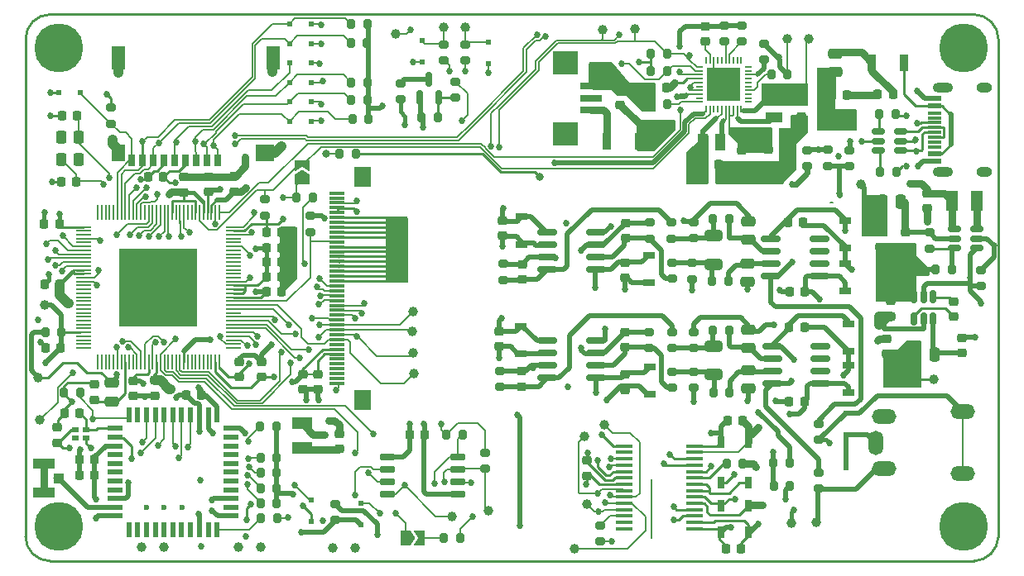
<source format=gbr>
%TF.GenerationSoftware,KiCad,Pcbnew,(6.0.4)*%
%TF.CreationDate,2023-04-20T20:53:16+03:00*%
%TF.ProjectId,mp3_test_board,6d70335f-7465-4737-945f-626f6172642e,rev?*%
%TF.SameCoordinates,Original*%
%TF.FileFunction,Copper,L4,Bot*%
%TF.FilePolarity,Positive*%
%FSLAX46Y46*%
G04 Gerber Fmt 4.6, Leading zero omitted, Abs format (unit mm)*
G04 Created by KiCad (PCBNEW (6.0.4)) date 2023-04-20 20:53:16*
%MOMM*%
%LPD*%
G01*
G04 APERTURE LIST*
G04 Aperture macros list*
%AMRoundRect*
0 Rectangle with rounded corners*
0 $1 Rounding radius*
0 $2 $3 $4 $5 $6 $7 $8 $9 X,Y pos of 4 corners*
0 Add a 4 corners polygon primitive as box body*
4,1,4,$2,$3,$4,$5,$6,$7,$8,$9,$2,$3,0*
0 Add four circle primitives for the rounded corners*
1,1,$1+$1,$2,$3*
1,1,$1+$1,$4,$5*
1,1,$1+$1,$6,$7*
1,1,$1+$1,$8,$9*
0 Add four rect primitives between the rounded corners*
20,1,$1+$1,$2,$3,$4,$5,0*
20,1,$1+$1,$4,$5,$6,$7,0*
20,1,$1+$1,$6,$7,$8,$9,0*
20,1,$1+$1,$8,$9,$2,$3,0*%
%AMFreePoly0*
4,1,6,0.500000,-0.750000,-0.650000,-0.750000,-0.150000,0.000000,-0.650000,0.750000,0.500000,0.750000,0.500000,-0.750000,0.500000,-0.750000,$1*%
%AMFreePoly1*
4,1,6,1.000000,0.000000,0.500000,-0.750000,-0.500000,-0.750000,-0.500000,0.750000,0.500000,0.750000,1.000000,0.000000,1.000000,0.000000,$1*%
G04 Aperture macros list end*
%TA.AperFunction,NonConductor*%
%ADD10C,0.200000*%
%TD*%
%TA.AperFunction,Profile*%
%ADD11C,0.250000*%
%TD*%
%TA.AperFunction,ComponentPad*%
%ADD12C,1.000000*%
%TD*%
%TA.AperFunction,ComponentPad*%
%ADD13C,0.800000*%
%TD*%
%TA.AperFunction,ComponentPad*%
%ADD14C,5.000000*%
%TD*%
%TA.AperFunction,SMDPad,CuDef*%
%ADD15R,1.500000X0.300000*%
%TD*%
%TA.AperFunction,SMDPad,CuDef*%
%ADD16R,1.700000X2.000000*%
%TD*%
%TA.AperFunction,SMDPad,CuDef*%
%ADD17RoundRect,0.225000X0.250000X-0.225000X0.250000X0.225000X-0.250000X0.225000X-0.250000X-0.225000X0*%
%TD*%
%TA.AperFunction,SMDPad,CuDef*%
%ADD18C,1.000000*%
%TD*%
%TA.AperFunction,SMDPad,CuDef*%
%ADD19RoundRect,0.200000X-0.200000X-0.275000X0.200000X-0.275000X0.200000X0.275000X-0.200000X0.275000X0*%
%TD*%
%TA.AperFunction,SMDPad,CuDef*%
%ADD20RoundRect,0.225000X-0.225000X-0.250000X0.225000X-0.250000X0.225000X0.250000X-0.225000X0.250000X0*%
%TD*%
%TA.AperFunction,SMDPad,CuDef*%
%ADD21RoundRect,0.200000X0.275000X-0.200000X0.275000X0.200000X-0.275000X0.200000X-0.275000X-0.200000X0*%
%TD*%
%TA.AperFunction,SMDPad,CuDef*%
%ADD22R,1.770000X1.100000*%
%TD*%
%TA.AperFunction,SMDPad,CuDef*%
%ADD23R,0.500000X0.500000*%
%TD*%
%TA.AperFunction,SMDPad,CuDef*%
%ADD24RoundRect,0.225000X0.225000X0.250000X-0.225000X0.250000X-0.225000X-0.250000X0.225000X-0.250000X0*%
%TD*%
%TA.AperFunction,SMDPad,CuDef*%
%ADD25RoundRect,0.200000X0.200000X0.275000X-0.200000X0.275000X-0.200000X-0.275000X0.200000X-0.275000X0*%
%TD*%
%TA.AperFunction,SMDPad,CuDef*%
%ADD26RoundRect,0.250000X0.650000X-0.325000X0.650000X0.325000X-0.650000X0.325000X-0.650000X-0.325000X0*%
%TD*%
%TA.AperFunction,SMDPad,CuDef*%
%ADD27RoundRect,0.250000X0.250000X0.475000X-0.250000X0.475000X-0.250000X-0.475000X0.250000X-0.475000X0*%
%TD*%
%TA.AperFunction,SMDPad,CuDef*%
%ADD28R,1.200000X0.800000*%
%TD*%
%TA.AperFunction,SMDPad,CuDef*%
%ADD29RoundRect,0.250000X0.475000X-0.250000X0.475000X0.250000X-0.475000X0.250000X-0.475000X-0.250000X0*%
%TD*%
%TA.AperFunction,SMDPad,CuDef*%
%ADD30RoundRect,0.200000X-0.275000X0.200000X-0.275000X-0.200000X0.275000X-0.200000X0.275000X0.200000X0*%
%TD*%
%TA.AperFunction,SMDPad,CuDef*%
%ADD31R,0.800000X1.200000*%
%TD*%
%TA.AperFunction,SMDPad,CuDef*%
%ADD32R,2.200000X1.050000*%
%TD*%
%TA.AperFunction,SMDPad,CuDef*%
%ADD33R,1.050000X1.000000*%
%TD*%
%TA.AperFunction,SMDPad,CuDef*%
%ADD34FreePoly0,90.000000*%
%TD*%
%TA.AperFunction,SMDPad,CuDef*%
%ADD35FreePoly1,90.000000*%
%TD*%
%TA.AperFunction,SMDPad,CuDef*%
%ADD36RoundRect,0.225000X-0.250000X0.225000X-0.250000X-0.225000X0.250000X-0.225000X0.250000X0.225000X0*%
%TD*%
%TA.AperFunction,SMDPad,CuDef*%
%ADD37RoundRect,0.150000X-0.512500X-0.150000X0.512500X-0.150000X0.512500X0.150000X-0.512500X0.150000X0*%
%TD*%
%TA.AperFunction,SMDPad,CuDef*%
%ADD38RoundRect,0.150000X0.650000X0.150000X-0.650000X0.150000X-0.650000X-0.150000X0.650000X-0.150000X0*%
%TD*%
%TA.AperFunction,SMDPad,CuDef*%
%ADD39RoundRect,0.150000X-0.825000X-0.150000X0.825000X-0.150000X0.825000X0.150000X-0.825000X0.150000X0*%
%TD*%
%TA.AperFunction,SMDPad,CuDef*%
%ADD40R,0.730000X0.600000*%
%TD*%
%TA.AperFunction,SMDPad,CuDef*%
%ADD41R,2.000000X1.250000*%
%TD*%
%TA.AperFunction,SMDPad,CuDef*%
%ADD42FreePoly0,0.000000*%
%TD*%
%TA.AperFunction,SMDPad,CuDef*%
%ADD43FreePoly1,0.000000*%
%TD*%
%TA.AperFunction,ComponentPad*%
%ADD44O,1.500000X2.500000*%
%TD*%
%TA.AperFunction,ComponentPad*%
%ADD45O,2.500000X1.500000*%
%TD*%
%TA.AperFunction,SMDPad,CuDef*%
%ADD46R,0.820000X1.820000*%
%TD*%
%TA.AperFunction,SMDPad,CuDef*%
%ADD47R,8.000000X8.000000*%
%TD*%
%TA.AperFunction,SMDPad,CuDef*%
%ADD48RoundRect,0.062500X-0.675000X0.062500X-0.675000X-0.062500X0.675000X-0.062500X0.675000X0.062500X0*%
%TD*%
%TA.AperFunction,SMDPad,CuDef*%
%ADD49RoundRect,0.062500X-0.062500X0.675000X-0.062500X-0.675000X0.062500X-0.675000X0.062500X0.675000X0*%
%TD*%
%TA.AperFunction,SMDPad,CuDef*%
%ADD50R,1.450000X0.600000*%
%TD*%
%TA.AperFunction,SMDPad,CuDef*%
%ADD51R,1.450000X0.300000*%
%TD*%
%TA.AperFunction,ComponentPad*%
%ADD52O,1.600000X1.000000*%
%TD*%
%TA.AperFunction,ComponentPad*%
%ADD53O,2.100000X1.000000*%
%TD*%
%TA.AperFunction,SMDPad,CuDef*%
%ADD54RoundRect,0.150000X0.150000X-0.512500X0.150000X0.512500X-0.150000X0.512500X-0.150000X-0.512500X0*%
%TD*%
%TA.AperFunction,SMDPad,CuDef*%
%ADD55RoundRect,0.150000X0.150000X-0.587500X0.150000X0.587500X-0.150000X0.587500X-0.150000X-0.587500X0*%
%TD*%
%TA.AperFunction,SMDPad,CuDef*%
%ADD56R,2.500000X2.350000*%
%TD*%
%TA.AperFunction,SMDPad,CuDef*%
%ADD57R,2.200000X0.800000*%
%TD*%
%TA.AperFunction,SMDPad,CuDef*%
%ADD58C,0.600000*%
%TD*%
%TA.AperFunction,SMDPad,CuDef*%
%ADD59R,0.600000X1.500000*%
%TD*%
%TA.AperFunction,SMDPad,CuDef*%
%ADD60R,1.500000X0.600000*%
%TD*%
%TA.AperFunction,SMDPad,CuDef*%
%ADD61RoundRect,0.275000X-0.275000X0.375000X-0.275000X-0.375000X0.275000X-0.375000X0.275000X0.375000X0*%
%TD*%
%TA.AperFunction,SMDPad,CuDef*%
%ADD62R,0.700000X1.300000*%
%TD*%
%TA.AperFunction,SMDPad,CuDef*%
%ADD63R,1.447800X2.438400*%
%TD*%
%TA.AperFunction,SMDPad,CuDef*%
%ADD64R,1.854200X1.651000*%
%TD*%
%TA.AperFunction,SMDPad,CuDef*%
%ADD65R,1.447800X1.651000*%
%TD*%
%TA.AperFunction,SMDPad,CuDef*%
%ADD66O,0.200000X0.800000*%
%TD*%
%TA.AperFunction,SMDPad,CuDef*%
%ADD67O,0.800000X0.200000*%
%TD*%
%TA.AperFunction,SMDPad,CuDef*%
%ADD68R,3.400000X3.400000*%
%TD*%
%TA.AperFunction,SMDPad,CuDef*%
%ADD69R,1.750000X0.450000*%
%TD*%
%TA.AperFunction,SMDPad,CuDef*%
%ADD70RoundRect,0.150000X0.512500X0.150000X-0.512500X0.150000X-0.512500X-0.150000X0.512500X-0.150000X0*%
%TD*%
%TA.AperFunction,SMDPad,CuDef*%
%ADD71R,1.250000X2.000000*%
%TD*%
%TA.AperFunction,SMDPad,CuDef*%
%ADD72R,1.100000X1.770000*%
%TD*%
%TA.AperFunction,ViaPad*%
%ADD73C,0.685800*%
%TD*%
%TA.AperFunction,ViaPad*%
%ADD74C,0.800000*%
%TD*%
%TA.AperFunction,Conductor*%
%ADD75C,0.250000*%
%TD*%
%TA.AperFunction,Conductor*%
%ADD76C,0.508000*%
%TD*%
%TA.AperFunction,Conductor*%
%ADD77C,0.127000*%
%TD*%
%TA.AperFunction,Conductor*%
%ADD78C,0.254000*%
%TD*%
%TA.AperFunction,Conductor*%
%ADD79C,0.400000*%
%TD*%
%TA.AperFunction,Conductor*%
%ADD80C,1.016000*%
%TD*%
%TA.AperFunction,Conductor*%
%ADD81C,0.762000*%
%TD*%
%TA.AperFunction,Conductor*%
%ADD82C,0.800000*%
%TD*%
%TA.AperFunction,Conductor*%
%ADD83C,0.200000*%
%TD*%
%TA.AperFunction,Conductor*%
%ADD84C,0.600000*%
%TD*%
%TA.AperFunction,Conductor*%
%ADD85C,0.500000*%
%TD*%
G04 APERTURE END LIST*
D10*
X158770000Y-62510000D02*
X158990000Y-62510000D01*
X140480000Y-90830000D02*
X140480000Y-96850000D01*
D11*
X173467769Y-99232295D02*
G75*
G03*
X175960000Y-96750000I-93569J2586195D01*
G01*
X175960001Y-45750000D02*
G75*
G03*
X173467767Y-43232233I-2528101J-10100D01*
G01*
X78967767Y-43232167D02*
G75*
G03*
X76467767Y-45732233I33J-2500033D01*
G01*
X76467767Y-45732233D02*
X76467767Y-96732233D01*
X78967767Y-99232233D02*
X173467767Y-99232233D01*
X175960000Y-96750000D02*
X175960000Y-45750000D01*
X173467767Y-43232233D02*
X78967767Y-43232233D01*
X76467767Y-96732233D02*
G75*
G03*
X78967767Y-99232233I2500033J33D01*
G01*
D12*
%TO.P,SW7,*%
%TO.N,*%
X110150000Y-97852500D03*
X107850000Y-97852500D03*
%TD*%
%TO.P,SW6,*%
%TO.N,*%
X100550000Y-97780000D03*
X98250000Y-97780000D03*
%TD*%
D13*
%TO.P,H4,1*%
%TO.N,N/C*%
X172400000Y-44825000D03*
X171074175Y-48025825D03*
X173725825Y-45374175D03*
X171074175Y-45374175D03*
D14*
X172400000Y-46700000D03*
D13*
X174275000Y-46700000D03*
X172400000Y-48575000D03*
X173725825Y-48025825D03*
X170525000Y-46700000D03*
%TD*%
%TO.P,H2,1*%
%TO.N,N/C*%
X79900000Y-44825000D03*
X81225825Y-45374175D03*
X81225825Y-48025825D03*
D14*
X79900000Y-46700000D03*
D13*
X79900000Y-48575000D03*
X78574175Y-45374175D03*
X78574175Y-48025825D03*
X81775000Y-46700000D03*
X78025000Y-46700000D03*
%TD*%
D15*
%TO.P,P1,1,GND*%
%TO.N,GND*%
X108305936Y-81036943D03*
%TO.P,P1,2,NC*%
%TO.N,unconnected-(P1-Pad2)*%
X108305936Y-80536943D03*
%TO.P,P1,3,NC*%
%TO.N,unconnected-(P1-Pad3)*%
X108305936Y-80036943D03*
%TO.P,P1,4,NC*%
%TO.N,unconnected-(P1-Pad4)*%
X108305936Y-79536943D03*
%TO.P,P1,5,NC*%
%TO.N,unconnected-(P1-Pad5)*%
X108305936Y-79036943D03*
%TO.P,P1,6,NC*%
%TO.N,unconnected-(P1-Pad6)*%
X108305936Y-78536943D03*
%TO.P,P1,7,VCI*%
%TO.N,+3V3*%
X108305936Y-78036943D03*
%TO.P,P1,8,IOVCC*%
X108305936Y-77536943D03*
%TO.P,P1,9,TE*%
%TO.N,unconnected-(P1-Pad9)*%
X108305936Y-77036943D03*
%TO.P,P1,10,CS*%
%TO.N,/SOC/LCD_CS*%
X108305936Y-76536943D03*
%TO.P,P1,11,D/CX*%
%TO.N,/SOC/LCD_RS*%
X108305936Y-76036943D03*
%TO.P,P1,12,WR*%
%TO.N,/SOC/LCD_WR*%
X108305936Y-75536943D03*
%TO.P,P1,13,RD*%
%TO.N,/SOC/LCD_RD*%
X108305936Y-75036943D03*
%TO.P,P1,14,DB0*%
%TO.N,/SOC/LCD_D3*%
X108305936Y-74536943D03*
%TO.P,P1,15,DB1*%
%TO.N,/SOC/LCD_D4*%
X108305936Y-74036943D03*
%TO.P,P1,16,DB2*%
%TO.N,/SOC/LCD_D5*%
X108305936Y-73536943D03*
%TO.P,P1,17,DB3*%
%TO.N,/SOC/LCD_D6*%
X108305936Y-73036943D03*
%TO.P,P1,18,DB4*%
%TO.N,/SOC/LCD_D7*%
X108305936Y-72536943D03*
%TO.P,P1,19,DB5*%
%TO.N,/SOC/LCD_D10*%
X108305936Y-72036943D03*
%TO.P,P1,20,DB6*%
%TO.N,/SOC/LCD_D11*%
X108305936Y-71536943D03*
%TO.P,P1,21,DB7*%
%TO.N,/SOC/LCD_D12*%
X108305936Y-71036943D03*
%TO.P,P1,22,DB8*%
%TO.N,GND*%
X108305936Y-70536943D03*
%TO.P,P1,23,DB9*%
X108305936Y-70036943D03*
%TO.P,P1,24,DB10*%
X108305936Y-69536943D03*
%TO.P,P1,25,DB11*%
X108305936Y-69036943D03*
%TO.P,P1,26,DB12*%
X108305936Y-68536943D03*
%TO.P,P1,27,DB13*%
X108305936Y-68036943D03*
%TO.P,P1,28,DB14*%
X108305936Y-67536943D03*
%TO.P,P1,29,DB15*%
X108305936Y-67036943D03*
%TO.P,P1,30,RESET*%
%TO.N,/SOC/LCD_EN*%
X108305936Y-66536943D03*
%TO.P,P1,31,IM0*%
%TO.N,GND*%
X108305936Y-66036943D03*
%TO.P,P1,32,IM1*%
X108305936Y-65536943D03*
%TO.P,P1,33,IM2*%
X108305936Y-65036943D03*
%TO.P,P1,34,DB16*%
X108305936Y-64536943D03*
%TO.P,P1,35,DB17*%
X108305936Y-64036943D03*
%TO.P,P1,36,LEDK*%
%TO.N,+3V3*%
X108305936Y-63536943D03*
%TO.P,P1,37,LEDK*%
X108305936Y-63036943D03*
%TO.P,P1,38,LEDA*%
%TO.N,Net-(P1-Pad38)*%
X108305936Y-62536943D03*
%TO.P,P1,39,SDI*%
%TO.N,unconnected-(P1-Pad39)*%
X108305936Y-62036943D03*
%TO.P,P1,40,SDO*%
%TO.N,unconnected-(P1-Pad40)*%
X108305936Y-61536943D03*
D16*
%TO.P,P1,41*%
%TO.N,N/C*%
X110905936Y-59836943D03*
%TO.P,P1,42*%
X110905936Y-82736943D03*
%TD*%
D13*
%TO.P,H1,1*%
%TO.N,N/C*%
X78574175Y-97025825D03*
X78025000Y-95700000D03*
X78574175Y-94374175D03*
D14*
X79900000Y-95700000D03*
D13*
X81225825Y-97025825D03*
X81775000Y-95700000D03*
X79900000Y-93825000D03*
X81225825Y-94374175D03*
X79900000Y-97575000D03*
%TD*%
D12*
%TO.P,SW8,*%
%TO.N,*%
X88350000Y-97780000D03*
X90650000Y-97780000D03*
%TD*%
D13*
%TO.P,H3,1*%
%TO.N,N/C*%
X171074175Y-94374175D03*
X171074175Y-97025825D03*
X173725825Y-97025825D03*
X173725825Y-94374175D03*
X172400000Y-93825000D03*
X174275000Y-95700000D03*
X170525000Y-95700000D03*
X172400000Y-97575000D03*
D14*
X172400000Y-95700000D03*
%TD*%
D17*
%TO.P,C18,2*%
%TO.N,GND*%
X98321747Y-78798555D03*
%TO.P,C18,1*%
%TO.N,+1V8A*%
X98321747Y-80348555D03*
%TD*%
D18*
%TO.P,TP17,1,1*%
%TO.N,+0V9*%
X77950000Y-84800000D03*
%TD*%
D19*
%TO.P,R38,2*%
%TO.N,Net-(C50-Pad2)*%
X148335000Y-70510000D03*
%TO.P,R38,1*%
%TO.N,Net-(C47-Pad1)*%
X146685000Y-70510000D03*
%TD*%
D20*
%TO.P,C35,2*%
%TO.N,+5VA*%
X156157700Y-71653938D03*
%TO.P,C35,1*%
%TO.N,GND*%
X154607700Y-71653938D03*
%TD*%
D21*
%TO.P,R13,2*%
%TO.N,Net-(R13-Pad2)*%
X160722700Y-57138938D03*
%TO.P,R13,1*%
%TO.N,Net-(R12-Pad2)*%
X160722700Y-58788938D03*
%TD*%
D22*
%TO.P,L2,2,2*%
%TO.N,+3V3*%
X152985000Y-51995000D03*
%TO.P,L2,1,1*%
%TO.N,Net-(L2-Pad1)*%
X152985000Y-53765000D03*
%TD*%
D23*
%TO.P,D6,2,A2*%
%TO.N,/SOC/SDC_D3*%
X103450000Y-52200000D03*
%TO.P,D6,1,A1*%
%TO.N,GND*%
X105650000Y-52200000D03*
%TD*%
D20*
%TO.P,C14,2*%
%TO.N,GND*%
X102645000Y-70120000D03*
%TO.P,C14,1*%
%TO.N,+1V8B*%
X101095000Y-70120000D03*
%TD*%
%TO.P,C12,2*%
%TO.N,GND*%
X102645000Y-67120000D03*
%TO.P,C12,1*%
%TO.N,+1V8B*%
X101095000Y-67120000D03*
%TD*%
D24*
%TO.P,C17,2*%
%TO.N,GND*%
X78415000Y-70850000D03*
%TO.P,C17,1*%
%TO.N,+0V9*%
X79965000Y-70850000D03*
%TD*%
D18*
%TO.P,TP13,1,1*%
%TO.N,Net-(D10-Pad2)*%
X154800000Y-95353938D03*
%TD*%
D25*
%TO.P,R62,2*%
%TO.N,/SOC/WIFI_SDIO_D0*%
X100476747Y-88653555D03*
%TO.P,R62,1*%
%TO.N,+3V3*%
X102126747Y-88653555D03*
%TD*%
D19*
%TO.P,R37,2*%
%TO.N,Net-(C49-Pad1)*%
X148425000Y-64190000D03*
%TO.P,R37,1*%
%TO.N,Net-(C47-Pad2)*%
X146775000Y-64190000D03*
%TD*%
D26*
%TO.P,C48,2*%
%TO.N,Net-(C48-Pad2)*%
X146820000Y-77195000D03*
%TO.P,C48,1*%
%TO.N,Net-(C48-Pad1)*%
X146820000Y-80145000D03*
%TD*%
D18*
%TO.P,TP23,1,1*%
%TO.N,/NewDAC/I2S_MCLK*%
X133620400Y-86492876D03*
%TD*%
D25*
%TO.P,R20,2*%
%TO.N,Net-(R20-Pad2)*%
X163775000Y-53400000D03*
%TO.P,R20,1*%
%TO.N,/SOC/USB_DP*%
X165425000Y-53400000D03*
%TD*%
D27*
%TO.P,FB3,2*%
%TO.N,+5VA*%
X164102700Y-62383938D03*
%TO.P,FB3,1*%
%TO.N,Net-(C73-Pad1)*%
X166002700Y-62383938D03*
%TD*%
D23*
%TO.P,D9,2,A2*%
%TO.N,Net-(D9-Pad2)*%
X160350000Y-91900000D03*
%TO.P,D9,1,A1*%
%TO.N,GND*%
X160350000Y-89700000D03*
%TD*%
D28*
%TO.P,C54,2*%
%TO.N,-5VA*%
X160300000Y-64375000D03*
%TO.P,C54,1*%
%TO.N,GND*%
X160300000Y-67175000D03*
%TD*%
D21*
%TO.P,R33,2*%
%TO.N,Net-(C49-Pad2)*%
X144790000Y-64525000D03*
%TO.P,R33,1*%
%TO.N,Net-(C47-Pad2)*%
X144790000Y-66175000D03*
%TD*%
D18*
%TO.P,TP22,1,1*%
%TO.N,/NewDAC/I2S_BCLK*%
X135680400Y-85242876D03*
%TD*%
D29*
%TO.P,C52,2*%
%TO.N,Net-(C52-Pad2)*%
X150400000Y-79650000D03*
%TO.P,C52,1*%
%TO.N,GND*%
X150400000Y-81550000D03*
%TD*%
D30*
%TO.P,R12,2*%
%TO.N,Net-(R12-Pad2)*%
X158532700Y-58758938D03*
%TO.P,R12,1*%
%TO.N,Net-(R11-Pad2)*%
X158532700Y-57108938D03*
%TD*%
D18*
%TO.P,TP9,1,1*%
%TO.N,Net-(D13-Pad2)*%
X121390000Y-44530000D03*
%TD*%
D31*
%TO.P,C31,2*%
%TO.N,Net-(C31-Pad2)*%
X150407700Y-91178938D03*
%TO.P,C31,1*%
%TO.N,+5VA*%
X147607700Y-91178938D03*
%TD*%
D25*
%TO.P,R56,2*%
%TO.N,/SOC/SDC_D0*%
X109705000Y-46150000D03*
%TO.P,R56,1*%
%TO.N,+3V3*%
X111355000Y-46150000D03*
%TD*%
%TO.P,R43,2*%
%TO.N,+3V3*%
X140435000Y-49050000D03*
%TO.P,R43,1*%
%TO.N,/NewDAC/I2C_SCL*%
X142085000Y-49050000D03*
%TD*%
D20*
%TO.P,C13,2*%
%TO.N,GND*%
X102645000Y-68620000D03*
%TO.P,C13,1*%
%TO.N,+1V8B*%
X101095000Y-68620000D03*
%TD*%
D17*
%TO.P,C20,2*%
%TO.N,+5VA*%
X137782700Y-80128938D03*
%TO.P,C20,1*%
%TO.N,GND*%
X137782700Y-81678938D03*
%TD*%
D32*
%TO.P,RF1,3,GND*%
%TO.N,GND*%
X78321747Y-89263555D03*
%TO.P,RF1,2,GND*%
X78321747Y-92203555D03*
D33*
%TO.P,RF1,1,SIG*%
%TO.N,Net-(RF1-Pad1)*%
X79841747Y-90733555D03*
%TD*%
D24*
%TO.P,C56,2*%
%TO.N,GND*%
X81986747Y-88833555D03*
%TO.P,C56,1*%
%TO.N,+3V3*%
X83536747Y-88833555D03*
%TD*%
D21*
%TO.P,R30,2*%
%TO.N,Net-(C48-Pad1)*%
X142600000Y-79850000D03*
%TO.P,R30,1*%
%TO.N,Net-(C43-Pad2)*%
X142600000Y-81500000D03*
%TD*%
D28*
%TO.P,C29,2*%
%TO.N,GND*%
X140200000Y-70675000D03*
%TO.P,C29,1*%
%TO.N,+5VA*%
X140200000Y-67875000D03*
%TD*%
%TO.P,C53,2*%
%TO.N,GND*%
X160300000Y-68775000D03*
%TO.P,C53,1*%
%TO.N,+5VA*%
X160300000Y-71575000D03*
%TD*%
D18*
%TO.P,TP1,1,1*%
%TO.N,/SOC/LCD_CS*%
X116220000Y-80000000D03*
%TD*%
%TO.P,TP12,1,1*%
%TO.N,/SOC/FLASH_SPI_MOSI*%
X120040000Y-94660000D03*
%TD*%
D34*
%TO.P,JP2,2,B*%
%TO.N,/Power/RESET*%
X104780000Y-58695000D03*
D35*
%TO.P,JP2,1,A*%
%TO.N,GND*%
X104780000Y-60145000D03*
%TD*%
D25*
%TO.P,R45,2*%
%TO.N,+3V3*%
X140435000Y-47250000D03*
%TO.P,R45,1*%
%TO.N,/NewDAC/I2C_SDIN*%
X142085000Y-47250000D03*
%TD*%
D18*
%TO.P,TP15,1,1*%
%TO.N,VCC*%
X154332700Y-45763938D03*
%TD*%
D21*
%TO.P,R23,2*%
%TO.N,Net-(R23-Pad2)*%
X135230400Y-95587876D03*
%TO.P,R23,1*%
%TO.N,+3V3*%
X135230400Y-97237876D03*
%TD*%
%TO.P,R36,2*%
%TO.N,Net-(C48-Pad1)*%
X144800000Y-79850000D03*
%TO.P,R36,1*%
%TO.N,GND*%
X144800000Y-81500000D03*
%TD*%
%TO.P,R21,2*%
%TO.N,+3V3*%
X123471747Y-88113555D03*
%TO.P,R21,1*%
%TO.N,/SOC/FLASH_SPI_MISO*%
X123471747Y-89763555D03*
%TD*%
D36*
%TO.P,C2,2*%
%TO.N,GND*%
X104821747Y-81648555D03*
%TO.P,C2,1*%
%TO.N,+3V3*%
X104821747Y-80098555D03*
%TD*%
D29*
%TO.P,C49,2*%
%TO.N,Net-(C49-Pad2)*%
X150420000Y-64410000D03*
%TO.P,C49,1*%
%TO.N,Net-(C49-Pad1)*%
X150420000Y-66310000D03*
%TD*%
D17*
%TO.P,C4,2*%
%TO.N,GND*%
X92652700Y-59908938D03*
%TO.P,C4,1*%
%TO.N,+1V8A*%
X92652700Y-61458938D03*
%TD*%
D37*
%TO.P,U2,6,I/O1*%
%TO.N,Net-(P2-PadA7)*%
X165937500Y-57150000D03*
%TO.P,U2,5,VBUS*%
%TO.N,VBUS*%
X165937500Y-56200000D03*
%TO.P,U2,4,I/O2*%
%TO.N,Net-(P2-PadA6)*%
X165937500Y-55250000D03*
%TO.P,U2,3,I/O2*%
%TO.N,Net-(R20-Pad2)*%
X163662500Y-55250000D03*
%TO.P,U2,2,GND*%
%TO.N,GND*%
X163662500Y-56200000D03*
%TO.P,U2,1,I/O1*%
%TO.N,Net-(R19-Pad2)*%
X163662500Y-57150000D03*
%TD*%
D36*
%TO.P,C19,2*%
%TO.N,GND*%
X89681747Y-82278555D03*
%TO.P,C19,1*%
%TO.N,+0V9*%
X89681747Y-80728555D03*
%TD*%
D18*
%TO.P,TP20,1,1*%
%TO.N,+5VA*%
X161932700Y-60663938D03*
%TD*%
D26*
%TO.P,C47,2*%
%TO.N,Net-(C47-Pad2)*%
X146795000Y-65900000D03*
%TO.P,C47,1*%
%TO.N,Net-(C47-Pad1)*%
X146795000Y-68850000D03*
%TD*%
D23*
%TO.P,D4,2,A2*%
%TO.N,/SOC/SDC_CLK*%
X103450000Y-48200000D03*
%TO.P,D4,1,A1*%
%TO.N,GND*%
X105650000Y-48200000D03*
%TD*%
D21*
%TO.P,R3,2*%
%TO.N,+3V3*%
X105590000Y-63875000D03*
%TO.P,R3,1*%
%TO.N,/SOC/LCD_EN*%
X105590000Y-65525000D03*
%TD*%
D38*
%TO.P,U3,8,VCC*%
%TO.N,+3V3*%
X113501747Y-88563555D03*
%TO.P,U3,7,HOLD*%
%TO.N,/SOC/FLASH_SPI_HOLD*%
X113501747Y-89833555D03*
%TO.P,U3,6,CLK*%
%TO.N,/SOC/FLASH_SPI_CLK*%
X113501747Y-91103555D03*
%TO.P,U3,5,DI(IO0)*%
%TO.N,/SOC/FLASH_SPI_MOSI*%
X113501747Y-92373555D03*
%TO.P,U3,4,GND*%
%TO.N,GND*%
X120701747Y-92373555D03*
%TO.P,U3,3,WP(IO2)*%
%TO.N,/SOC/FLASH_SPI_WP*%
X120701747Y-91103555D03*
%TO.P,U3,2,DO(IO1)*%
%TO.N,/SOC/FLASH_SPI_MISO*%
X120701747Y-89833555D03*
%TO.P,U3,1,CS*%
%TO.N,/SOC/FLASH_SPI_CS*%
X120701747Y-88563555D03*
%TD*%
D39*
%TO.P,U8,1*%
%TO.N,Net-(C51-Pad2)*%
X152825000Y-81005000D03*
%TO.P,U8,2,-*%
%TO.N,Net-(C52-Pad2)*%
X152825000Y-79735000D03*
%TO.P,U8,3,+*%
%TO.N,Net-(C51-Pad1)*%
X152825000Y-78465000D03*
%TO.P,U8,4,V-*%
%TO.N,-5VA*%
X152825000Y-77195000D03*
%TO.P,U8,5*%
%TO.N,N/C*%
X157775000Y-77195000D03*
%TO.P,U8,6*%
X157775000Y-78465000D03*
%TO.P,U8,7*%
X157775000Y-79735000D03*
%TO.P,U8,8,V+*%
%TO.N,+5VA*%
X157775000Y-81005000D03*
%TD*%
D17*
%TO.P,C61,2*%
%TO.N,GND*%
X137300000Y-50925000D03*
%TO.P,C61,1*%
%TO.N,Net-(C61-Pad1)*%
X137300000Y-52475000D03*
%TD*%
D18*
%TO.P,TP14,1,1*%
%TO.N,Net-(D9-Pad2)*%
X157300000Y-95300000D03*
%TD*%
D24*
%TO.P,C59,2*%
%TO.N,GND*%
X81956747Y-90403555D03*
%TO.P,C59,1*%
%TO.N,+3V3*%
X83506747Y-90403555D03*
%TD*%
D28*
%TO.P,C30,2*%
%TO.N,-5VA*%
X127200000Y-63975000D03*
%TO.P,C30,1*%
%TO.N,GND*%
X127200000Y-66775000D03*
%TD*%
D25*
%TO.P,R58,2*%
%TO.N,/SOC/WIFI_SDIO_D2*%
X100516747Y-91763555D03*
%TO.P,R58,1*%
%TO.N,+3V3*%
X102166747Y-91763555D03*
%TD*%
D18*
%TO.P,TP3,1,1*%
%TO.N,/SOC/LCD_WR*%
X116032700Y-75723938D03*
%TD*%
D23*
%TO.P,D2,2,A2*%
%TO.N,/SOC/SDC_D1*%
X103450000Y-44200000D03*
%TO.P,D2,1,A1*%
%TO.N,GND*%
X105650000Y-44200000D03*
%TD*%
D17*
%TO.P,C70,2*%
%TO.N,GND*%
X164952700Y-72588938D03*
%TO.P,C70,1*%
%TO.N,+5VA*%
X164952700Y-74138938D03*
%TD*%
D18*
%TO.P,TP8,1,1*%
%TO.N,GND*%
X114330000Y-45210000D03*
%TD*%
D36*
%TO.P,C68,2*%
%TO.N,GND*%
X152405000Y-58645000D03*
%TO.P,C68,1*%
%TO.N,VCC*%
X152405000Y-57095000D03*
%TD*%
D25*
%TO.P,R2,2*%
%TO.N,GND*%
X116957500Y-53800000D03*
%TO.P,R2,1*%
%TO.N,Net-(Q1-Pad1)*%
X118607500Y-53800000D03*
%TD*%
D40*
%TO.P,Y2,4*%
%TO.N,N/C*%
X81581747Y-86593555D03*
%TO.P,Y2,3,3*%
%TO.N,GND*%
X82681747Y-86593555D03*
%TO.P,Y2,2,2*%
%TO.N,Net-(C77-Pad2)*%
X82681747Y-85793555D03*
%TO.P,Y2,1,1*%
%TO.N,Net-(C76-Pad2)*%
X81581747Y-85793555D03*
%TD*%
D21*
%TO.P,R11,2*%
%TO.N,Net-(R11-Pad2)*%
X156422700Y-57118938D03*
%TO.P,R11,1*%
%TO.N,Net-(R10-Pad2)*%
X156422700Y-58768938D03*
%TD*%
D41*
%TO.P,L1,2,2*%
%TO.N,Net-(C60-Pad1)*%
X104711747Y-87658555D03*
%TO.P,L1,1,1*%
%TO.N,Net-(L1-Pad1)*%
X104711747Y-85108555D03*
%TD*%
D18*
%TO.P,TP19,1,1*%
%TO.N,-5VA*%
X169382700Y-80623938D03*
%TD*%
D21*
%TO.P,R34,2*%
%TO.N,Net-(C47-Pad1)*%
X144625000Y-68715000D03*
%TO.P,R34,1*%
%TO.N,GND*%
X144625000Y-70365000D03*
%TD*%
D27*
%TO.P,FB2,2*%
%TO.N,-5VA*%
X167532700Y-78073938D03*
%TO.P,FB2,1*%
%TO.N,Net-(C72-Pad1)*%
X169432700Y-78073938D03*
%TD*%
D36*
%TO.P,C34,2*%
%TO.N,GND*%
X124932700Y-77228938D03*
%TO.P,C34,1*%
%TO.N,-5VA*%
X124932700Y-75678938D03*
%TD*%
D20*
%TO.P,C6,2*%
%TO.N,Net-(C6-Pad2)*%
X81735000Y-53610000D03*
%TO.P,C6,1*%
%TO.N,GND*%
X80185000Y-53610000D03*
%TD*%
D30*
%TO.P,R7,2*%
%TO.N,/SOC/KEYS*%
X108161747Y-95033555D03*
%TO.P,R7,1*%
%TO.N,Net-(R7-Pad1)*%
X108161747Y-93383555D03*
%TD*%
D21*
%TO.P,R22,2*%
%TO.N,+3V3*%
X85200000Y-52775000D03*
%TO.P,R22,1*%
%TO.N,/SOC/SDC_PLUG*%
X85200000Y-54425000D03*
%TD*%
D20*
%TO.P,C15,2*%
%TO.N,GND*%
X102645000Y-71620000D03*
%TO.P,C15,1*%
%TO.N,+0V9*%
X101095000Y-71620000D03*
%TD*%
D25*
%TO.P,R17,2*%
%TO.N,+3V3*%
X119496747Y-86278555D03*
%TO.P,R17,1*%
%TO.N,/SOC/FLASH_SPI_CS*%
X121146747Y-86278555D03*
%TD*%
D20*
%TO.P,C55,2*%
%TO.N,GND*%
X156107700Y-75253938D03*
%TO.P,C55,1*%
%TO.N,-5VA*%
X154557700Y-75253938D03*
%TD*%
D25*
%TO.P,R9,2*%
%TO.N,Net-(R10-Pad1)*%
X152987700Y-91533938D03*
%TO.P,R9,1*%
%TO.N,Net-(R7-Pad1)*%
X154637700Y-91533938D03*
%TD*%
%TO.P,R60,2*%
%TO.N,/SOC/WIFI_SDIO_CMD*%
X100516747Y-90203555D03*
%TO.P,R60,1*%
%TO.N,+3V3*%
X102166747Y-90203555D03*
%TD*%
D28*
%TO.P,C58,2*%
%TO.N,-5VA*%
X160600000Y-74900000D03*
%TO.P,C58,1*%
%TO.N,GND*%
X160600000Y-77700000D03*
%TD*%
D24*
%TO.P,C10,2*%
%TO.N,GND*%
X78355000Y-64730000D03*
%TO.P,C10,1*%
%TO.N,+3V3*%
X79905000Y-64730000D03*
%TD*%
D21*
%TO.P,R4,2*%
%TO.N,/SOC/LCD_PWM*%
X120432500Y-50095000D03*
%TO.P,R4,1*%
%TO.N,Net-(Q1-Pad1)*%
X120432500Y-51745000D03*
%TD*%
D25*
%TO.P,R15,2*%
%TO.N,/SOC/SDC_D3*%
X109775000Y-52000000D03*
%TO.P,R15,1*%
%TO.N,+3V3*%
X111425000Y-52000000D03*
%TD*%
D29*
%TO.P,C51,2*%
%TO.N,Net-(C51-Pad2)*%
X150400000Y-75525000D03*
%TO.P,C51,1*%
%TO.N,Net-(C51-Pad1)*%
X150400000Y-77425000D03*
%TD*%
D20*
%TO.P,C77,2*%
%TO.N,Net-(C77-Pad2)*%
X82018382Y-84044456D03*
%TO.P,C77,1*%
%TO.N,GND*%
X80468382Y-84044456D03*
%TD*%
D21*
%TO.P,R32,2*%
%TO.N,Net-(C47-Pad1)*%
X142600000Y-68650000D03*
%TO.P,R32,1*%
%TO.N,Net-(C44-Pad2)*%
X142600000Y-70300000D03*
%TD*%
D19*
%TO.P,R6,2*%
%TO.N,/SOC/FLASH_SPI_CS*%
X120896747Y-96908555D03*
%TO.P,R6,1*%
%TO.N,Net-(JP1-Pad2)*%
X119246747Y-96908555D03*
%TD*%
D30*
%TO.P,R55,2*%
%TO.N,Net-(R55-Pad2)*%
X149750000Y-46025000D03*
%TO.P,R55,1*%
%TO.N,GND*%
X149750000Y-44375000D03*
%TD*%
D24*
%TO.P,C25,2*%
%TO.N,GND*%
X163625000Y-51400000D03*
%TO.P,C25,1*%
%TO.N,Net-(C25-Pad1)*%
X165175000Y-51400000D03*
%TD*%
D25*
%TO.P,R65,2*%
%TO.N,/SOC/WIFI_SDIO_D1*%
X100466747Y-85473555D03*
%TO.P,R65,1*%
%TO.N,+3V3*%
X102116747Y-85473555D03*
%TD*%
D18*
%TO.P,TP11,1,1*%
%TO.N,/SOC/FLASH_SPI_MISO*%
X123831747Y-94088555D03*
%TD*%
D30*
%TO.P,R54,2*%
%TO.N,Net-(R54-Pad2)*%
X147950000Y-46025000D03*
%TO.P,R54,1*%
%TO.N,GND*%
X147950000Y-44375000D03*
%TD*%
D23*
%TO.P,D1,2,A2*%
%TO.N,/SOC/KEYS*%
X110780000Y-95490000D03*
%TO.P,D1,1,A1*%
%TO.N,GND*%
X110780000Y-93290000D03*
%TD*%
D17*
%TO.P,C8,2*%
%TO.N,GND*%
X95202700Y-59858938D03*
%TO.P,C8,1*%
%TO.N,+3V3*%
X95202700Y-61408938D03*
%TD*%
D19*
%TO.P,R49,2*%
%TO.N,VCC*%
X154375000Y-49400000D03*
%TO.P,R49,1*%
%TO.N,Net-(R49-Pad1)*%
X152725000Y-49400000D03*
%TD*%
D42*
%TO.P,JP1,2,B*%
%TO.N,Net-(JP1-Pad2)*%
X116786747Y-96878555D03*
D43*
%TO.P,JP1,1,A*%
%TO.N,GND*%
X115336747Y-96878555D03*
%TD*%
D30*
%TO.P,R52,2*%
%TO.N,DEBUG_UART_TX*%
X119240000Y-47965000D03*
%TO.P,R52,1*%
%TO.N,Net-(D14-Pad2)*%
X119240000Y-46315000D03*
%TD*%
D25*
%TO.P,R53,2*%
%TO.N,GND*%
X104175000Y-62000000D03*
%TO.P,R53,1*%
%TO.N,Net-(R53-Pad1)*%
X105825000Y-62000000D03*
%TD*%
D44*
%TO.P,J2,1,1*%
%TO.N,GND*%
X163395000Y-87100000D03*
D45*
%TO.P,J2,2,2*%
%TO.N,unconnected-(J2-Pad2)*%
X164295000Y-84450000D03*
%TO.P,J2,3,3*%
%TO.N,Net-(D10-Pad2)*%
X172295000Y-83900000D03*
X172295000Y-90300000D03*
%TO.P,J2,4,4*%
%TO.N,Net-(D9-Pad2)*%
X164295000Y-89750000D03*
%TD*%
D25*
%TO.P,R14,2*%
%TO.N,/SOC/SDC_D2*%
X109895000Y-53930000D03*
%TO.P,R14,1*%
%TO.N,+3V3*%
X111545000Y-53930000D03*
%TD*%
D46*
%TO.P,F2,2*%
%TO.N,Net-(C61-Pad1)*%
X139200000Y-56200000D03*
%TO.P,F2,1*%
%TO.N,Net-(D11-Pad1)*%
X135900000Y-56200000D03*
%TD*%
D30*
%TO.P,R31,2*%
%TO.N,Net-(C47-Pad2)*%
X142545000Y-66200000D03*
%TO.P,R31,1*%
%TO.N,Net-(C41-Pad2)*%
X142545000Y-64550000D03*
%TD*%
D31*
%TO.P,C38,2*%
%TO.N,GND*%
X150407700Y-96278938D03*
%TO.P,C38,1*%
%TO.N,+5VA*%
X147607700Y-96278938D03*
%TD*%
D20*
%TO.P,C11,2*%
%TO.N,GND*%
X102635000Y-65520000D03*
%TO.P,C11,1*%
%TO.N,+3V3*%
X101085000Y-65520000D03*
%TD*%
D18*
%TO.P,TP25,1,1*%
%TO.N,/NewDAC/I2C_SDIN*%
X138771747Y-44693555D03*
%TD*%
D19*
%TO.P,R10,2*%
%TO.N,Net-(R10-Pad2)*%
X154605000Y-89190000D03*
%TO.P,R10,1*%
%TO.N,Net-(R10-Pad1)*%
X152955000Y-89190000D03*
%TD*%
D29*
%TO.P,FB4,2*%
%TO.N,+1V8A*%
X85260000Y-80970000D03*
%TO.P,FB4,1*%
%TO.N,Net-(C22-Pad1)*%
X85260000Y-82870000D03*
%TD*%
D21*
%TO.P,R1,2*%
%TO.N,Net-(Q1-Pad3)*%
X114792500Y-50272500D03*
%TO.P,R1,1*%
%TO.N,Net-(P1-Pad38)*%
X114792500Y-51922500D03*
%TD*%
D36*
%TO.P,C64,2*%
%TO.N,GND*%
X155800000Y-53695000D03*
%TO.P,C64,1*%
%TO.N,+3V3*%
X155800000Y-52145000D03*
%TD*%
D18*
%TO.P,TP2,1,1*%
%TO.N,/SOC/LCD_RS*%
X116090000Y-77890000D03*
%TD*%
D36*
%TO.P,C44,2*%
%TO.N,Net-(C44-Pad2)*%
X137895000Y-66150000D03*
%TO.P,C44,1*%
%TO.N,Net-(C44-Pad1)*%
X137895000Y-64600000D03*
%TD*%
D24*
%TO.P,C27,2*%
%TO.N,GND*%
X89017700Y-59893938D03*
%TO.P,C27,1*%
%TO.N,+3V3*%
X90567700Y-59893938D03*
%TD*%
%TO.P,C66,2*%
%TO.N,GND*%
X92896747Y-82210000D03*
%TO.P,C66,1*%
%TO.N,+3V3*%
X94446747Y-82210000D03*
%TD*%
D17*
%TO.P,C60,2*%
%TO.N,GND*%
X108550000Y-86185000D03*
%TO.P,C60,1*%
%TO.N,Net-(C60-Pad1)*%
X108550000Y-87735000D03*
%TD*%
D36*
%TO.P,C42,2*%
%TO.N,Net-(C42-Pad2)*%
X127200000Y-81350000D03*
%TO.P,C42,1*%
%TO.N,Net-(C42-Pad1)*%
X127200000Y-79800000D03*
%TD*%
D31*
%TO.P,C36,2*%
%TO.N,GND*%
X150407700Y-87078938D03*
%TO.P,C36,1*%
%TO.N,+5VA*%
X147607700Y-87078938D03*
%TD*%
D47*
%TO.P,U1,129,GND*%
%TO.N,GND*%
X90060000Y-71200000D03*
D48*
%TO.P,U1,128,VCC-PG*%
%TO.N,+3V3*%
X82397500Y-65000000D03*
%TO.P,U1,127,PG15*%
%TO.N,unconnected-(U1-Pad127)*%
X82397500Y-65400000D03*
%TO.P,U1,126,PG14*%
%TO.N,unconnected-(U1-Pad126)*%
X82397500Y-65800000D03*
%TO.P,U1,125,PG13*%
%TO.N,/SOC/WIFI_REG_ON*%
X82397500Y-66200000D03*
%TO.P,U1,124,PG12*%
%TO.N,unconnected-(U1-Pad124)*%
X82397500Y-66600000D03*
%TO.P,U1,123,PG4*%
%TO.N,/SOC/WIFI_SDIO_D2*%
X82397500Y-67000000D03*
%TO.P,U1,122,PG5*%
%TO.N,/SOC/WIFI_SDIO_D3*%
X82397500Y-67400000D03*
%TO.P,U1,121,PG3*%
%TO.N,/SOC/WIFI_SDIO_D1*%
X82397500Y-67800000D03*
%TO.P,U1,120,PG0*%
%TO.N,/SOC/WIFI_SDIO_CLK*%
X82397500Y-68200000D03*
%TO.P,U1,119,PG2*%
%TO.N,/SOC/WIFI_SDIO_D0*%
X82397500Y-68600000D03*
%TO.P,U1,118,PG1*%
%TO.N,/SOC/WIFI_SDIO_CMD*%
X82397500Y-69000000D03*
%TO.P,U1,117,VDD-CORE1*%
%TO.N,+0V9*%
X82397500Y-69400000D03*
%TO.P,U1,116,VDD-CORE0*%
X82397500Y-69800000D03*
%TO.P,U1,115,USB0-DP*%
%TO.N,/SOC/USB_DP*%
X82397500Y-70200000D03*
%TO.P,U1,114,USB0-DM*%
%TO.N,/SOC/USB_DM*%
X82397500Y-70600000D03*
%TO.P,U1,113,USB1-DM*%
%TO.N,unconnected-(U1-Pad113)*%
X82397500Y-71000000D03*
%TO.P,U1,112,USB1-DP*%
%TO.N,unconnected-(U1-Pad112)*%
X82397500Y-71400000D03*
%TO.P,U1,111,TVIN-VRN*%
%TO.N,unconnected-(U1-Pad111)*%
X82397500Y-71800000D03*
%TO.P,U1,110,TVIN-VRP*%
%TO.N,unconnected-(U1-Pad110)*%
X82397500Y-72200000D03*
%TO.P,U1,109,TVIN1*%
%TO.N,unconnected-(U1-Pad109)*%
X82397500Y-72600000D03*
%TO.P,U1,108,TVIN0*%
%TO.N,unconnected-(U1-Pad108)*%
X82397500Y-73000000D03*
%TO.P,U1,107,VCC-TVIN*%
%TO.N,unconnected-(U1-Pad107)*%
X82397500Y-73400000D03*
%TO.P,U1,106,NC0*%
%TO.N,unconnected-(U1-Pad106)*%
X82397500Y-73800000D03*
%TO.P,U1,105,TP-Y2*%
%TO.N,unconnected-(U1-Pad105)*%
X82397500Y-74200000D03*
%TO.P,U1,104,TP-Y1*%
%TO.N,unconnected-(U1-Pad104)*%
X82397500Y-74600000D03*
%TO.P,U1,103,TP-X2*%
%TO.N,unconnected-(U1-Pad103)*%
X82397500Y-75000000D03*
%TO.P,U1,102,TP-X1*%
%TO.N,unconnected-(U1-Pad102)*%
X82397500Y-75400000D03*
%TO.P,U1,101,GPADC0*%
%TO.N,/SOC/KEYS*%
X82397500Y-75800000D03*
%TO.P,U1,100,HPOUTFB*%
%TO.N,unconnected-(U1-Pad100)*%
X82397500Y-76200000D03*
%TO.P,U1,99,HPOUTL*%
%TO.N,unconnected-(U1-Pad99)*%
X82397500Y-76600000D03*
%TO.P,U1,98,HPOUTR*%
%TO.N,unconnected-(U1-Pad98)*%
X82397500Y-77000000D03*
%TO.P,U1,97,HPVCC*%
%TO.N,unconnected-(U1-Pad97)*%
X82397500Y-77400000D03*
D49*
%TO.P,U1,96,LINEINL*%
%TO.N,unconnected-(U1-Pad96)*%
X83860000Y-78862500D03*
%TO.P,U1,95,LINEINR*%
%TO.N,unconnected-(U1-Pad95)*%
X84260000Y-78862500D03*
%TO.P,U1,94,FMINL*%
%TO.N,unconnected-(U1-Pad94)*%
X84660000Y-78862500D03*
%TO.P,U1,93,FMINR*%
%TO.N,unconnected-(U1-Pad93)*%
X85060000Y-78862500D03*
%TO.P,U1,92,VRA1*%
%TO.N,unconnected-(U1-Pad92)*%
X85460000Y-78862500D03*
%TO.P,U1,91,AGND*%
%TO.N,GND*%
X85860000Y-78862500D03*
%TO.P,U1,90,VRA2*%
%TO.N,unconnected-(U1-Pad90)*%
X86260000Y-78862500D03*
%TO.P,U1,89,AVCC*%
%TO.N,Net-(C22-Pad1)*%
X86660000Y-78862500D03*
%TO.P,U1,88,MICIN3N*%
%TO.N,unconnected-(U1-Pad88)*%
X87060000Y-78862500D03*
%TO.P,U1,87,MICIN3P*%
%TO.N,unconnected-(U1-Pad87)*%
X87460000Y-78862500D03*
%TO.P,U1,86,PB2*%
%TO.N,/NewDAC/I2C_SCL*%
X87860000Y-78862500D03*
%TO.P,U1,85,PB3*%
%TO.N,/NewDAC/I2C_SDIN*%
X88260000Y-78862500D03*
%TO.P,U1,84,PB4*%
%TO.N,/NewDAC/I2S_DIN*%
X88660000Y-78862500D03*
%TO.P,U1,83,VCC-IO*%
%TO.N,+3V3*%
X89060000Y-78862500D03*
%TO.P,U1,82,PB5*%
%TO.N,/NewDAC/I2S_BCLK*%
X89460000Y-78862500D03*
%TO.P,U1,81,VDD-SYS2*%
%TO.N,+0V9*%
X89860000Y-78862500D03*
%TO.P,U1,80,PB6*%
%TO.N,/NewDAC/I2S_LRCK*%
X90260000Y-78862500D03*
%TO.P,U1,79,PB7*%
%TO.N,/NewDAC/I2S_MCLK*%
X90660000Y-78862500D03*
%TO.P,U1,78,TVOUT0*%
%TO.N,unconnected-(U1-Pad78)*%
X91060000Y-78862500D03*
%TO.P,U1,77,VCC-TVOUT*%
%TO.N,unconnected-(U1-Pad77)*%
X91460000Y-78862500D03*
%TO.P,U1,76,PD19*%
%TO.N,/SOC/LCD_RS*%
X91860000Y-78862500D03*
%TO.P,U1,75,PD18*%
%TO.N,/SOC/LCD_WR*%
X92260000Y-78862500D03*
%TO.P,U1,74,PD17*%
%TO.N,/Power/AUDIO_PWR_EN*%
X92660000Y-78862500D03*
%TO.P,U1,73,PD16*%
%TO.N,unconnected-(U1-Pad73)*%
X93060000Y-78862500D03*
%TO.P,U1,72,PD15*%
%TO.N,unconnected-(U1-Pad72)*%
X93460000Y-78862500D03*
%TO.P,U1,71,PD14*%
%TO.N,/SOC/HP_PLUG*%
X93860000Y-78862500D03*
%TO.P,U1,70,PD12*%
%TO.N,unconnected-(U1-Pad70)*%
X94260000Y-78862500D03*
%TO.P,U1,69,PD13*%
%TO.N,unconnected-(U1-Pad69)*%
X94660000Y-78862500D03*
%TO.P,U1,68,PD11*%
%TO.N,/SOC/LCD_D15*%
X95060000Y-78862500D03*
%TO.P,U1,67,PD10*%
%TO.N,/SOC/LCD_D14*%
X95460000Y-78862500D03*
%TO.P,U1,66,VCC-PD*%
%TO.N,+3V3*%
X95860000Y-78862500D03*
%TO.P,U1,65,VCC-LVDS*%
%TO.N,+1V8A*%
X96260000Y-78862500D03*
D48*
%TO.P,U1,64,PD9*%
%TO.N,unconnected-(U1-Pad64)*%
X97722500Y-77400000D03*
%TO.P,U1,63,PD8*%
%TO.N,/SOC/LCD_D12*%
X97722500Y-77000000D03*
%TO.P,U1,62,PD7*%
%TO.N,/SOC/LCD_D11*%
X97722500Y-76600000D03*
%TO.P,U1,61,PD6*%
%TO.N,/SOC/LCD_D10*%
X97722500Y-76200000D03*
%TO.P,U1,60,PD5*%
%TO.N,/SOC/LCD_D7*%
X97722500Y-75800000D03*
%TO.P,U1,59,PD4*%
%TO.N,/SOC/LCD_D6*%
X97722500Y-75400000D03*
%TO.P,U1,58,PD3*%
%TO.N,/SOC/LCD_D5*%
X97722500Y-75000000D03*
%TO.P,U1,57,PD2*%
%TO.N,/SOC/LCD_D4*%
X97722500Y-74600000D03*
%TO.P,U1,56,PD1*%
%TO.N,/SOC/LCD_D3*%
X97722500Y-74200000D03*
%TO.P,U1,55,PD0*%
%TO.N,unconnected-(U1-Pad55)*%
X97722500Y-73800000D03*
%TO.P,U1,54,PD20*%
%TO.N,/SOC/LCD_RD*%
X97722500Y-73400000D03*
%TO.P,U1,53,PD21*%
%TO.N,/SOC/LCD_CS*%
X97722500Y-73000000D03*
%TO.P,U1,52,PD22*%
%TO.N,/SOC/LCD_EN*%
X97722500Y-72600000D03*
%TO.P,U1,51,VDD-SYS0*%
%TO.N,+0V9*%
X97722500Y-72200000D03*
%TO.P,U1,50,VDD18-DRAM*%
%TO.N,+1V8B*%
X97722500Y-71800000D03*
%TO.P,U1,49,VCC-DRAM1*%
X97722500Y-71400000D03*
%TO.P,U1,48,VCC-DRAM0*%
X97722500Y-71000000D03*
%TO.P,U1,47,DZQ*%
%TO.N,Net-(R53-Pad1)*%
X97722500Y-70600000D03*
%TO.P,U1,46,VDD-SYS0*%
%TO.N,unconnected-(U1-Pad46)*%
X97722500Y-70200000D03*
%TO.P,U1,45,PE1*%
%TO.N,unconnected-(U1-Pad45)*%
X97722500Y-69800000D03*
%TO.P,U1,44,PE0*%
%TO.N,unconnected-(U1-Pad44)*%
X97722500Y-69400000D03*
%TO.P,U1,43,PE4*%
%TO.N,unconnected-(U1-Pad43)*%
X97722500Y-69000000D03*
%TO.P,U1,42,PE5*%
%TO.N,unconnected-(U1-Pad42)*%
X97722500Y-68600000D03*
%TO.P,U1,41,PE6*%
%TO.N,unconnected-(U1-Pad41)*%
X97722500Y-68200000D03*
%TO.P,U1,40,PE7*%
%TO.N,unconnected-(U1-Pad40)*%
X97722500Y-67800000D03*
%TO.P,U1,39,PE8*%
%TO.N,unconnected-(U1-Pad39)*%
X97722500Y-67400000D03*
%TO.P,U1,38,PE9*%
%TO.N,/SOC/LCD_PWM*%
X97722500Y-67000000D03*
%TO.P,U1,37,PE10*%
%TO.N,unconnected-(U1-Pad37)*%
X97722500Y-66600000D03*
%TO.P,U1,36,PE11*%
%TO.N,unconnected-(U1-Pad36)*%
X97722500Y-66200000D03*
%TO.P,U1,35,PE2*%
%TO.N,DEBUG_UART_TX*%
X97722500Y-65800000D03*
%TO.P,U1,34,VCC-PE*%
%TO.N,+3V3*%
X97722500Y-65400000D03*
%TO.P,U1,33,PE3*%
%TO.N,DEBUG_UART_RX*%
X97722500Y-65000000D03*
D49*
%TO.P,U1,32,PE12*%
%TO.N,/Power/IRQ*%
X96260000Y-63537500D03*
%TO.P,U1,31,PE13*%
%TO.N,/Power/PWR_KEY*%
X95860000Y-63537500D03*
%TO.P,U1,30,LDOB-OUT*%
%TO.N,+1V8B*%
X95460000Y-63537500D03*
%TO.P,U1,29,LDO-IN*%
%TO.N,+3V3*%
X95060000Y-63537500D03*
%TO.P,U1,28,LDOA-OUT*%
%TO.N,+1V8A*%
X94660000Y-63537500D03*
%TO.P,U1,27,RST*%
%TO.N,/Power/RESET*%
X94260000Y-63537500D03*
%TO.P,U1,26,VCC-RTC*%
%TO.N,+1V8A*%
X93860000Y-63537500D03*
%TO.P,U1,25,XX32KIN*%
%TO.N,unconnected-(U1-Pad25)*%
X93460000Y-63537500D03*
%TO.P,U1,24,X32KOUT*%
%TO.N,unconnected-(U1-Pad24)*%
X93060000Y-63537500D03*
%TO.P,U1,23,DXIN*%
%TO.N,Net-(C6-Pad2)*%
X92660000Y-63537500D03*
%TO.P,U1,22,DXOUT*%
%TO.N,Net-(C5-Pad2)*%
X92260000Y-63537500D03*
%TO.P,U1,21,REFCLK-OUT*%
%TO.N,unconnected-(U1-Pad21)*%
X91860000Y-63537500D03*
%TO.P,U1,20,VCC-PLL*%
%TO.N,+1V8A*%
X91460000Y-63537500D03*
%TO.P,U1,19,PC2*%
%TO.N,/SOC/FLASH_SPI_CLK*%
X91060000Y-63537500D03*
%TO.P,U1,18,PC3*%
%TO.N,/SOC/FLASH_SPI_CS*%
X90660000Y-63537500D03*
%TO.P,U1,17,PC4*%
%TO.N,/SOC/FLASH_SPI_MOSI*%
X90260000Y-63537500D03*
%TO.P,U1,16,PC5*%
%TO.N,/SOC/FLASH_SPI_MISO*%
X89860000Y-63537500D03*
%TO.P,U1,15,PC6*%
%TO.N,/SOC/FLASH_SPI_WP*%
X89460000Y-63537500D03*
%TO.P,U1,14,PC7*%
%TO.N,/SOC/FLASH_SPI_HOLD*%
X89060000Y-63537500D03*
%TO.P,U1,13,PF6*%
%TO.N,unconnected-(U1-Pad13)*%
X88660000Y-63537500D03*
%TO.P,U1,12,PF5*%
%TO.N,/SOC/SDC_D2*%
X88260000Y-63537500D03*
%TO.P,U1,11,PF4*%
%TO.N,/SOC/SDC_D3*%
X87860000Y-63537500D03*
%TO.P,U1,10,PF3*%
%TO.N,/SOC/SDC_CMD*%
X87460000Y-63537500D03*
%TO.P,U1,9,PF2*%
%TO.N,/SOC/SDC_CLK*%
X87060000Y-63537500D03*
%TO.P,U1,8,PF1*%
%TO.N,/SOC/SDC_D0*%
X86660000Y-63537500D03*
%TO.P,U1,7,PF0*%
%TO.N,/SOC/SDC_D1*%
X86260000Y-63537500D03*
%TO.P,U1,6,PG11*%
%TO.N,/SOC/SDC_PLUG*%
X85860000Y-63537500D03*
%TO.P,U1,5,PG10*%
%TO.N,unconnected-(U1-Pad5)*%
X85460000Y-63537500D03*
%TO.P,U1,4,PG9*%
%TO.N,unconnected-(U1-Pad4)*%
X85060000Y-63537500D03*
%TO.P,U1,3,PG8*%
%TO.N,unconnected-(U1-Pad3)*%
X84660000Y-63537500D03*
%TO.P,U1,2,PG7*%
%TO.N,unconnected-(U1-Pad2)*%
X84260000Y-63537500D03*
%TO.P,U1,1,PG6*%
%TO.N,unconnected-(U1-Pad1)*%
X83860000Y-63537500D03*
%TD*%
D50*
%TO.P,P2,A1,GND*%
%TO.N,GND*%
X169410000Y-51845000D03*
%TO.P,P2,A4,VBUS*%
%TO.N,Net-(F1-Pad2)*%
X169410000Y-52620000D03*
D51*
%TO.P,P2,A5,CC*%
%TO.N,unconnected-(P2-PadA5)*%
X169410000Y-53820000D03*
%TO.P,P2,A6,D+*%
%TO.N,Net-(P2-PadA6)*%
X169410000Y-54820000D03*
%TO.P,P2,A7,D-*%
%TO.N,Net-(P2-PadA7)*%
X169410000Y-55320000D03*
%TO.P,P2,A8,SBU1*%
%TO.N,unconnected-(P2-PadA8)*%
X169410000Y-56320000D03*
%TO.P,P2,B5,VCONN*%
%TO.N,unconnected-(P2-PadB5)*%
X169410000Y-56820000D03*
%TO.P,P2,B6,D+*%
%TO.N,Net-(P2-PadA6)*%
X169410000Y-55820000D03*
%TO.P,P2,B7,D-*%
%TO.N,Net-(P2-PadA7)*%
X169410000Y-54320000D03*
%TO.P,P2,B8,SBU2*%
%TO.N,unconnected-(P2-PadB8)*%
X169410000Y-53320000D03*
D50*
%TO.P,P2,B9,VBUS*%
%TO.N,Net-(F1-Pad2)*%
X169410000Y-57520000D03*
%TO.P,P2,B12,GND*%
%TO.N,GND*%
X169410000Y-58295000D03*
D52*
%TO.P,P2,S1,SHIELD*%
X174505000Y-50750000D03*
D53*
X170325000Y-50750000D03*
X170325000Y-59390000D03*
D52*
X174505000Y-59390000D03*
%TD*%
D17*
%TO.P,C9,2*%
%TO.N,GND*%
X97832700Y-59818938D03*
%TO.P,C9,1*%
%TO.N,+1V8B*%
X97832700Y-61368938D03*
%TD*%
D19*
%TO.P,R63,2*%
%TO.N,GND*%
X102196747Y-94833555D03*
%TO.P,R63,1*%
%TO.N,Net-(R63-Pad1)*%
X100546747Y-94833555D03*
%TD*%
D39*
%TO.P,U7,1*%
%TO.N,Net-(C49-Pad2)*%
X152680000Y-70045000D03*
%TO.P,U7,2,-*%
%TO.N,Net-(C50-Pad2)*%
X152680000Y-68775000D03*
%TO.P,U7,3,+*%
%TO.N,Net-(C49-Pad1)*%
X152680000Y-67505000D03*
%TO.P,U7,4,V-*%
%TO.N,-5VA*%
X152680000Y-66235000D03*
%TO.P,U7,5*%
%TO.N,N/C*%
X157630000Y-66235000D03*
%TO.P,U7,6*%
X157630000Y-67505000D03*
%TO.P,U7,7*%
X157630000Y-68775000D03*
%TO.P,U7,8,V+*%
%TO.N,+5VA*%
X157630000Y-70045000D03*
%TD*%
D24*
%TO.P,C3,2*%
%TO.N,GND*%
X78485000Y-77420000D03*
%TO.P,C3,1*%
%TO.N,/SOC/KEYS*%
X80035000Y-77420000D03*
%TD*%
D18*
%TO.P,TP5,1,1*%
%TO.N,+1V8A*%
X77781747Y-80433555D03*
%TD*%
%TO.P,TP10,1,1*%
%TO.N,Net-(D14-Pad2)*%
X119200000Y-44550000D03*
%TD*%
D19*
%TO.P,R48,2*%
%TO.N,Net-(R47-Pad1)*%
X171187700Y-69313938D03*
%TO.P,R48,1*%
%TO.N,GND*%
X169537700Y-69313938D03*
%TD*%
D21*
%TO.P,R50,2*%
%TO.N,VCC*%
X151960000Y-46215000D03*
%TO.P,R50,1*%
%TO.N,Net-(R50-Pad1)*%
X151960000Y-47865000D03*
%TD*%
D24*
%TO.P,C26,2*%
%TO.N,+3V3*%
X115746747Y-86308555D03*
%TO.P,C26,1*%
%TO.N,GND*%
X117296747Y-86308555D03*
%TD*%
D23*
%TO.P,D10,2,A2*%
%TO.N,Net-(D10-Pad2)*%
X160350000Y-84100000D03*
%TO.P,D10,1,A1*%
%TO.N,GND*%
X160350000Y-86300000D03*
%TD*%
D36*
%TO.P,C67,2*%
%TO.N,GND*%
X149735000Y-58675000D03*
%TO.P,C67,1*%
%TO.N,VCC*%
X149735000Y-57125000D03*
%TD*%
D31*
%TO.P,C37,2*%
%TO.N,GND*%
X150410000Y-93550000D03*
%TO.P,C37,1*%
%TO.N,+5VA*%
X147610000Y-93550000D03*
%TD*%
D24*
%TO.P,C62,2*%
%TO.N,GND*%
X140485000Y-50750000D03*
%TO.P,C62,1*%
%TO.N,VBUS*%
X142035000Y-50750000D03*
%TD*%
D30*
%TO.P,R26,2*%
%TO.N,Net-(C42-Pad2)*%
X125000000Y-81400000D03*
%TO.P,R26,1*%
%TO.N,Net-(C42-Pad1)*%
X125000000Y-79750000D03*
%TD*%
%TO.P,R41,2*%
%TO.N,Net-(D10-Pad2)*%
X157550000Y-86825000D03*
%TO.P,R41,1*%
%TO.N,Net-(C49-Pad2)*%
X157550000Y-85175000D03*
%TD*%
D19*
%TO.P,R5,2*%
%TO.N,/SOC/KEYS*%
X80115000Y-75770000D03*
%TO.P,R5,1*%
%TO.N,+1V8A*%
X78465000Y-75770000D03*
%TD*%
D20*
%TO.P,C65,2*%
%TO.N,GND*%
X147375000Y-58600000D03*
%TO.P,C65,1*%
%TO.N,+0V9*%
X145825000Y-58600000D03*
%TD*%
D23*
%TO.P,D13,2,A2*%
%TO.N,Net-(D13-Pad2)*%
X123800000Y-46100000D03*
%TO.P,D13,1,A1*%
%TO.N,GND*%
X123800000Y-48300000D03*
%TD*%
D54*
%TO.P,U11,6,CFLY+*%
%TO.N,Net-(C71-Pad1)*%
X169250000Y-72162500D03*
%TO.P,U11,5,EN*%
%TO.N,/Power/AUDIO_PWR_EN*%
X168300000Y-72162500D03*
%TO.P,U11,4,GND*%
%TO.N,GND*%
X167350000Y-72162500D03*
%TO.P,U11,3,CFLY-*%
%TO.N,Net-(C71-Pad2)*%
X167350000Y-74437500D03*
%TO.P,U11,2,IN*%
%TO.N,+5VA*%
X168300000Y-74437500D03*
%TO.P,U11,1,OUT*%
%TO.N,Net-(C72-Pad1)*%
X169250000Y-74437500D03*
%TD*%
D19*
%TO.P,R44,2*%
%TO.N,Net-(R44-Pad2)*%
X142085000Y-52450000D03*
%TO.P,R44,1*%
%TO.N,GND*%
X140435000Y-52450000D03*
%TD*%
D20*
%TO.P,C45,2*%
%TO.N,GND*%
X156015000Y-64560000D03*
%TO.P,C45,1*%
%TO.N,-5VA*%
X154465000Y-64560000D03*
%TD*%
D25*
%TO.P,R59,2*%
%TO.N,/SOC/WIFI_SDIO_D3*%
X100516747Y-93323555D03*
%TO.P,R59,1*%
%TO.N,+3V3*%
X102166747Y-93323555D03*
%TD*%
D23*
%TO.P,D8,2,A2*%
%TO.N,/SOC/SDC_PLUG*%
X82100000Y-51200000D03*
%TO.P,D8,1,A1*%
%TO.N,GND*%
X79900000Y-51200000D03*
%TD*%
%TO.P,D7,2,A2*%
%TO.N,/SOC/SDC_D2*%
X103450000Y-54200000D03*
%TO.P,D7,1,A1*%
%TO.N,GND*%
X105650000Y-54200000D03*
%TD*%
D30*
%TO.P,R27,2*%
%TO.N,Net-(C43-Pad2)*%
X140200000Y-77400000D03*
%TO.P,R27,1*%
%TO.N,Net-(C43-Pad1)*%
X140200000Y-75750000D03*
%TD*%
D55*
%TO.P,Q1,3,D*%
%TO.N,Net-(Q1-Pad3)*%
X117742500Y-49882500D03*
%TO.P,Q1,2,S*%
%TO.N,GND*%
X116792500Y-51757500D03*
%TO.P,Q1,1,G*%
%TO.N,Net-(Q1-Pad1)*%
X118692500Y-51757500D03*
%TD*%
D56*
%TO.P,D11,5*%
%TO.N,N/C*%
X131700000Y-48170000D03*
%TO.P,D11,4*%
X131700000Y-55430000D03*
D57*
%TO.P,D11,3,3*%
%TO.N,GND*%
X134300000Y-50550000D03*
%TO.P,D11,2,2*%
%TO.N,unconnected-(D11-Pad2)*%
X134300000Y-51800000D03*
%TO.P,D11,1,1*%
%TO.N,Net-(D11-Pad1)*%
X134300000Y-53050000D03*
%TD*%
D18*
%TO.P,TP4,1,1*%
%TO.N,/SOC/LCD_RD*%
X116060000Y-73630000D03*
%TD*%
D23*
%TO.P,D14,2,A2*%
%TO.N,Net-(D14-Pad2)*%
X117000000Y-45900000D03*
%TO.P,D14,1,A1*%
%TO.N,GND*%
X117000000Y-48100000D03*
%TD*%
D36*
%TO.P,C23,2*%
%TO.N,GND*%
X87491747Y-82328555D03*
%TO.P,C23,1*%
%TO.N,+3V3*%
X87491747Y-80778555D03*
%TD*%
D19*
%TO.P,R39,2*%
%TO.N,Net-(C51-Pad1)*%
X148425000Y-75610000D03*
%TO.P,R39,1*%
%TO.N,Net-(C48-Pad2)*%
X146775000Y-75610000D03*
%TD*%
D21*
%TO.P,R47,2*%
%TO.N,Net-(C73-Pad1)*%
X168900000Y-65575000D03*
%TO.P,R47,1*%
%TO.N,Net-(R47-Pad1)*%
X168900000Y-67225000D03*
%TD*%
D20*
%TO.P,C5,2*%
%TO.N,Net-(C5-Pad2)*%
X81667700Y-60413938D03*
%TO.P,C5,1*%
%TO.N,GND*%
X80117700Y-60413938D03*
%TD*%
D25*
%TO.P,R18,2*%
%TO.N,/Power/PWR_KEY*%
X108565000Y-57500000D03*
%TO.P,R18,1*%
%TO.N,Net-(D12-Pad1)*%
X110215000Y-57500000D03*
%TD*%
D30*
%TO.P,R29,2*%
%TO.N,Net-(C48-Pad2)*%
X142600000Y-77400000D03*
%TO.P,R29,1*%
%TO.N,Net-(C42-Pad2)*%
X142600000Y-75750000D03*
%TD*%
D58*
%TO.P,U12,47,TP3(NC)*%
%TO.N,unconnected-(U12-Pad47)*%
X92441747Y-93733555D03*
%TO.P,U12,46,TP2*%
%TO.N,unconnected-(U12-Pad46)*%
X90641747Y-93733555D03*
%TO.P,U12,45,TP1*%
%TO.N,unconnected-(U12-Pad45)*%
X88841747Y-93733555D03*
D59*
%TO.P,U12,44,UART_CTS_N*%
%TO.N,unconnected-(U12-Pad44)*%
X87041747Y-96013555D03*
%TO.P,U12,43,UART_RXD*%
%TO.N,unconnected-(U12-Pad43)*%
X87931747Y-96013555D03*
%TO.P,U12,42,UART_TXD*%
%TO.N,unconnected-(U12-Pad42)*%
X88851747Y-96013555D03*
%TO.P,U12,41,UART_RTS_N*%
%TO.N,unconnected-(U12-Pad41)*%
X89741747Y-96013555D03*
%TO.P,U12,40,GPIO1*%
%TO.N,unconnected-(U12-Pad40)*%
X90651747Y-96013555D03*
%TO.P,U12,39,GPIO2*%
%TO.N,unconnected-(U12-Pad39)*%
X91541747Y-96013555D03*
%TO.P,U12,38,GPIO3*%
%TO.N,unconnected-(U12-Pad38)*%
X92431747Y-96013555D03*
%TO.P,U12,37,GPIO4*%
%TO.N,unconnected-(U12-Pad37)*%
X93341747Y-96013555D03*
%TO.P,U12,36,GND*%
%TO.N,GND*%
X94231747Y-96013555D03*
%TO.P,U12,35,NC*%
%TO.N,unconnected-(U12-Pad35)*%
X95151747Y-96013555D03*
%TO.P,U12,34,BT_RST_N*%
%TO.N,Net-(R63-Pad1)*%
X96041747Y-96013555D03*
D60*
%TO.P,U12,33,GND*%
%TO.N,GND*%
X97431747Y-94623555D03*
%TO.P,U12,32,NC*%
%TO.N,unconnected-(U12-Pad32)*%
X97431747Y-93733555D03*
%TO.P,U12,31,GND*%
%TO.N,GND*%
X97431747Y-92813555D03*
%TO.P,U12,30,NC*%
%TO.N,unconnected-(U12-Pad30)*%
X97431747Y-91923555D03*
%TO.P,U12,29,NC*%
%TO.N,unconnected-(U12-Pad29)*%
X97431747Y-91013555D03*
%TO.P,U12,28,PCM_SYNC*%
%TO.N,unconnected-(U12-Pad28)*%
X97431747Y-90123555D03*
%TO.P,U12,27,PCM_IN*%
%TO.N,unconnected-(U12-Pad27)*%
X97431747Y-89233555D03*
%TO.P,U12,26,PCM_CLK*%
%TO.N,unconnected-(U12-Pad26)*%
X97431747Y-88323555D03*
%TO.P,U12,25,PCM_OUT*%
%TO.N,unconnected-(U12-Pad25)*%
X97431747Y-87433555D03*
%TO.P,U12,24,LPO*%
%TO.N,unconnected-(U12-Pad24)*%
X97431747Y-86513555D03*
%TO.P,U12,23,VIN_LDO*%
%TO.N,Net-(C60-Pad1)*%
X97431747Y-85623555D03*
D59*
%TO.P,U12,22,VDDIO*%
%TO.N,+3V3*%
X96041747Y-84233555D03*
%TO.P,U12,21,VIN_LDO_OUT*%
%TO.N,Net-(L1-Pad1)*%
X95151747Y-84233555D03*
%TO.P,U12,20,GND*%
%TO.N,GND*%
X94231747Y-84233555D03*
%TO.P,U12,19,SDIO_DATA_1*%
%TO.N,/SOC/WIFI_SDIO_D1*%
X93341747Y-84233555D03*
%TO.P,U12,18,SDIO_DATA_0*%
%TO.N,/SOC/WIFI_SDIO_D0*%
X92431747Y-84233555D03*
%TO.P,U12,17,SDIO_DATA_CLK*%
%TO.N,/SOC/WIFI_SDIO_CLK*%
X91541747Y-84233555D03*
%TO.P,U12,16,SDIO_DATA_CMD*%
%TO.N,/SOC/WIFI_SDIO_CMD*%
X90651747Y-84233555D03*
%TO.P,U12,15,SDIO_DATA_3*%
%TO.N,/SOC/WIFI_SDIO_D3*%
X89741747Y-84233555D03*
%TO.P,U12,14,SDIO_DATA_2*%
%TO.N,/SOC/WIFI_SDIO_D2*%
X88851747Y-84233555D03*
%TO.P,U12,13,WL_HOST_WAKE*%
%TO.N,unconnected-(U12-Pad13)*%
X87931747Y-84233555D03*
%TO.P,U12,12,WL_REG_ON*%
%TO.N,/SOC/WIFI_REG_ON*%
X87041747Y-84233555D03*
D60*
%TO.P,U12,11,XTAL_OUT*%
%TO.N,Net-(C77-Pad2)*%
X85651747Y-85623555D03*
%TO.P,U12,10,XTAL_IN*%
%TO.N,Net-(C76-Pad2)*%
X85651747Y-86513555D03*
%TO.P,U12,9,VBAT*%
%TO.N,+3V3*%
X85651747Y-87433555D03*
%TO.P,U12,8,CLK_REQ*%
%TO.N,unconnected-(U12-Pad8)*%
X85651747Y-88323555D03*
%TO.P,U12,7,BT_HOST_WAKE*%
%TO.N,unconnected-(U12-Pad7)*%
X85651747Y-89233555D03*
%TO.P,U12,6,BT_WAKE*%
%TO.N,unconnected-(U12-Pad6)*%
X85651747Y-90123555D03*
%TO.P,U12,5,NC*%
%TO.N,unconnected-(U12-Pad5)*%
X85651747Y-91013555D03*
%TO.P,U12,4,FM_RX*%
%TO.N,unconnected-(U12-Pad4)*%
X85651747Y-91923555D03*
%TO.P,U12,3,GND*%
%TO.N,GND*%
X85651747Y-92813555D03*
%TO.P,U12,2,WL_BT_ANT*%
%TO.N,Net-(RF1-Pad1)*%
X85651747Y-93733555D03*
%TO.P,U12,1,GND*%
%TO.N,GND*%
X85651747Y-94623555D03*
%TD*%
D46*
%TO.P,F1,2*%
%TO.N,Net-(F1-Pad2)*%
X166340000Y-48170000D03*
%TO.P,F1,1*%
%TO.N,Net-(C25-Pad1)*%
X163040000Y-48170000D03*
%TD*%
D25*
%TO.P,R19,2*%
%TO.N,Net-(R19-Pad2)*%
X163875000Y-59400000D03*
%TO.P,R19,1*%
%TO.N,/SOC/USB_DM*%
X165525000Y-59400000D03*
%TD*%
D30*
%TO.P,R28,2*%
%TO.N,Net-(C44-Pad2)*%
X140345000Y-66200000D03*
%TO.P,R28,1*%
%TO.N,Net-(C44-Pad1)*%
X140345000Y-64550000D03*
%TD*%
D18*
%TO.P,TP18,1,1*%
%TO.N,/NewDAC/I2S_LRCK*%
X133890000Y-93370000D03*
%TD*%
D36*
%TO.P,C16,2*%
%TO.N,GND*%
X125232700Y-65878938D03*
%TO.P,C16,1*%
%TO.N,-5VA*%
X125232700Y-64328938D03*
%TD*%
D21*
%TO.P,R51,2*%
%TO.N,Net-(D13-Pad2)*%
X121390000Y-46285000D03*
%TO.P,R51,1*%
%TO.N,DEBUG_UART_RX*%
X121390000Y-47935000D03*
%TD*%
D39*
%TO.P,U5,8,V+*%
%TO.N,+5VA*%
X134770000Y-69395000D03*
%TO.P,U5,7*%
%TO.N,Net-(C44-Pad2)*%
X134770000Y-68125000D03*
%TO.P,U5,6,-*%
%TO.N,Net-(C44-Pad1)*%
X134770000Y-66855000D03*
%TO.P,U5,5,+*%
%TO.N,GND*%
X134770000Y-65585000D03*
%TO.P,U5,4,V-*%
%TO.N,-5VA*%
X129820000Y-65585000D03*
%TO.P,U5,3,+*%
%TO.N,GND*%
X129820000Y-66855000D03*
%TO.P,U5,2,-*%
%TO.N,Net-(C41-Pad1)*%
X129820000Y-68125000D03*
%TO.P,U5,1*%
%TO.N,Net-(C41-Pad2)*%
X129820000Y-69395000D03*
%TD*%
D18*
%TO.P,TP21,1,1*%
%TO.N,/NewDAC/I2S_DIN*%
X132570000Y-97940000D03*
%TD*%
D20*
%TO.P,C46,2*%
%TO.N,+5VA*%
X156107700Y-82903938D03*
%TO.P,C46,1*%
%TO.N,GND*%
X154557700Y-82903938D03*
%TD*%
D19*
%TO.P,R24,2*%
%TO.N,GND*%
X149832700Y-89278938D03*
%TO.P,R24,1*%
%TO.N,Net-(R24-Pad1)*%
X148182700Y-89278938D03*
%TD*%
D18*
%TO.P,TP16,1,1*%
%TO.N,+3V3*%
X156540000Y-45720000D03*
%TD*%
D29*
%TO.P,FB1,2*%
%TO.N,Net-(C25-Pad1)*%
X159282700Y-47253938D03*
%TO.P,FB1,1*%
%TO.N,VBUS*%
X159282700Y-49153938D03*
%TD*%
D61*
%TO.P,Y1,1,1*%
%TO.N,Net-(C6-Pad2)*%
X81898977Y-55788457D03*
%TO.P,Y1,2*%
%TO.N,N/C*%
X81898977Y-58088457D03*
%TO.P,Y1,3,3*%
%TO.N,Net-(C5-Pad2)*%
X80098977Y-58088457D03*
%TO.P,Y1,4*%
%TO.N,N/C*%
X80098977Y-55788457D03*
%TD*%
D23*
%TO.P,D12,2,A2*%
%TO.N,GND*%
X105680000Y-92970000D03*
%TO.P,D12,1,A1*%
%TO.N,Net-(D12-Pad1)*%
X105680000Y-95170000D03*
%TD*%
D62*
%TO.P,J1,1,DAT2*%
%TO.N,/SOC/SDC_D2*%
X96152500Y-58152738D03*
%TO.P,J1,2,DAT3/CD*%
%TO.N,/SOC/SDC_D3*%
X95052500Y-58152738D03*
%TO.P,J1,3,CMD*%
%TO.N,/SOC/SDC_CMD*%
X93952500Y-58152738D03*
%TO.P,J1,4,VDD*%
%TO.N,+3V3*%
X92852500Y-58152738D03*
%TO.P,J1,5,CLX*%
%TO.N,/SOC/SDC_CLK*%
X91752500Y-58152738D03*
%TO.P,J1,6,VSS*%
%TO.N,GND*%
X90652500Y-58152738D03*
%TO.P,J1,7,DAT0*%
%TO.N,/SOC/SDC_D0*%
X89552500Y-58152738D03*
%TO.P,J1,8,DAT1*%
%TO.N,/SOC/SDC_D1*%
X88452500Y-58152738D03*
%TO.P,J1,9,CD*%
%TO.N,/SOC/SDC_PLUG*%
X87352500Y-58152738D03*
D63*
%TO.P,J1,10,SHIELD*%
%TO.N,GND*%
X101758900Y-47678938D03*
D64*
X100983900Y-57378938D03*
D65*
X85934100Y-57378938D03*
D63*
X85934100Y-47678938D03*
%TD*%
D30*
%TO.P,R8,2*%
%TO.N,+3V3*%
X100910000Y-63825000D03*
%TO.P,R8,1*%
%TO.N,/Power/RESET*%
X100910000Y-62175000D03*
%TD*%
D20*
%TO.P,C33,2*%
%TO.N,GND*%
X149665400Y-97962876D03*
%TO.P,C33,1*%
%TO.N,+5VA*%
X148115400Y-97962876D03*
%TD*%
D28*
%TO.P,C39,2*%
%TO.N,GND*%
X140300000Y-82175000D03*
%TO.P,C39,1*%
%TO.N,+5VA*%
X140300000Y-79375000D03*
%TD*%
D19*
%TO.P,R40,2*%
%TO.N,Net-(C52-Pad2)*%
X148475000Y-81950000D03*
%TO.P,R40,1*%
%TO.N,Net-(C48-Pad1)*%
X146825000Y-81950000D03*
%TD*%
D25*
%TO.P,R16,2*%
%TO.N,/SOC/SDC_CMD*%
X109775000Y-50200000D03*
%TO.P,R16,1*%
%TO.N,+3V3*%
X111425000Y-50200000D03*
%TD*%
D17*
%TO.P,C74,2*%
%TO.N,GND*%
X164500000Y-76425000D03*
%TO.P,C74,1*%
%TO.N,-5VA*%
X164500000Y-77975000D03*
%TD*%
D39*
%TO.P,U6,8,V+*%
%TO.N,+5VA*%
X134775000Y-80480000D03*
%TO.P,U6,7*%
%TO.N,Net-(C43-Pad2)*%
X134775000Y-79210000D03*
%TO.P,U6,6,-*%
%TO.N,Net-(C43-Pad1)*%
X134775000Y-77940000D03*
%TO.P,U6,5,+*%
%TO.N,GND*%
X134775000Y-76670000D03*
%TO.P,U6,4,V-*%
%TO.N,-5VA*%
X129825000Y-76670000D03*
%TO.P,U6,3,+*%
%TO.N,GND*%
X129825000Y-77940000D03*
%TO.P,U6,2,-*%
%TO.N,Net-(C42-Pad1)*%
X129825000Y-79210000D03*
%TO.P,U6,1*%
%TO.N,Net-(C42-Pad2)*%
X129825000Y-80480000D03*
%TD*%
D17*
%TO.P,C72,2*%
%TO.N,GND*%
X172252700Y-76348938D03*
%TO.P,C72,1*%
%TO.N,Net-(C72-Pad1)*%
X172252700Y-77898938D03*
%TD*%
D36*
%TO.P,C76,2*%
%TO.N,Net-(C76-Pad2)*%
X79720000Y-87115000D03*
%TO.P,C76,1*%
%TO.N,GND*%
X79720000Y-85565000D03*
%TD*%
%TO.P,C75,2*%
%TO.N,GND*%
X163810000Y-67075000D03*
%TO.P,C75,1*%
%TO.N,+5VA*%
X163810000Y-65525000D03*
%TD*%
D17*
%TO.P,C22,2*%
%TO.N,GND*%
X83500685Y-81145000D03*
%TO.P,C22,1*%
%TO.N,Net-(C22-Pad1)*%
X83500685Y-82695000D03*
%TD*%
D36*
%TO.P,C28,2*%
%TO.N,GND*%
X133870400Y-90497876D03*
%TO.P,C28,1*%
%TO.N,+3V3*%
X133870400Y-88947876D03*
%TD*%
D30*
%TO.P,R25,2*%
%TO.N,Net-(C41-Pad2)*%
X125285000Y-70435000D03*
%TO.P,R25,1*%
%TO.N,Net-(C41-Pad1)*%
X125285000Y-68785000D03*
%TD*%
D20*
%TO.P,C24,2*%
%TO.N,GND*%
X160477700Y-51473938D03*
%TO.P,C24,1*%
%TO.N,VBUS*%
X158927700Y-51473938D03*
%TD*%
D36*
%TO.P,C69,2*%
%TO.N,GND*%
X168700000Y-63075000D03*
%TO.P,C69,1*%
%TO.N,VCC*%
X168700000Y-61525000D03*
%TD*%
D17*
%TO.P,C7,2*%
%TO.N,+5VA*%
X137732700Y-68678938D03*
%TO.P,C7,1*%
%TO.N,GND*%
X137732700Y-70228938D03*
%TD*%
D66*
%TO.P,U9,1,CHGLED*%
%TO.N,unconnected-(U9-Pad1)*%
X146060000Y-47900000D03*
%TO.P,U9,2,VREF*%
%TO.N,Net-(C63-Pad2)*%
X146460000Y-47900000D03*
%TO.P,U9,3,GND*%
%TO.N,GND*%
X146860000Y-47900000D03*
%TO.P,U9,4,FB3*%
%TO.N,unconnected-(U9-Pad4)*%
X147260000Y-47900000D03*
%TO.P,U9,5,LX3*%
%TO.N,unconnected-(U9-Pad5)*%
X147660000Y-47900000D03*
%TO.P,U9,6,VIN3*%
%TO.N,Net-(R54-Pad2)*%
X148060000Y-47900000D03*
%TO.P,U9,7,VIN4*%
%TO.N,Net-(R55-Pad2)*%
X148460000Y-47900000D03*
%TO.P,U9,8,LX4*%
%TO.N,unconnected-(U9-Pad8)*%
X148860000Y-47900000D03*
%TO.P,U9,9,FB4*%
%TO.N,unconnected-(U9-Pad9)*%
X149260000Y-47900000D03*
%TO.P,U9,10,CPULDOS*%
%TO.N,unconnected-(U9-Pad10)*%
X149660000Y-47900000D03*
D67*
%TO.P,U9,11,DLDO2/DC4SW*%
%TO.N,unconnected-(U9-Pad11)*%
X150360000Y-48600000D03*
%TO.P,U9,12,BLDO1*%
%TO.N,unconnected-(U9-Pad12)*%
X150360000Y-49000000D03*
%TO.P,U9,13,BLDOIN*%
%TO.N,Net-(R50-Pad1)*%
X150360000Y-49400000D03*
%TO.P,U9,14,BLDO2*%
%TO.N,unconnected-(U9-Pad14)*%
X150360000Y-49800000D03*
%TO.P,U9,15,ALDO4*%
%TO.N,unconnected-(U9-Pad15)*%
X150360000Y-50200000D03*
%TO.P,U9,16,ALDO3*%
%TO.N,unconnected-(U9-Pad16)*%
X150360000Y-50600000D03*
%TO.P,U9,17,ALDOIN*%
%TO.N,Net-(R49-Pad1)*%
X150360000Y-51000000D03*
%TO.P,U9,18,ALDO1*%
%TO.N,unconnected-(U9-Pad18)*%
X150360000Y-51400000D03*
%TO.P,U9,19,ALDO2*%
%TO.N,unconnected-(U9-Pad19)*%
X150360000Y-51800000D03*
%TO.P,U9,20,DLDO1/DC1SW*%
%TO.N,unconnected-(U9-Pad20)*%
X150360000Y-52200000D03*
D66*
%TO.P,U9,21,FB1*%
%TO.N,+3V3*%
X149660000Y-52900000D03*
%TO.P,U9,22,LX1*%
%TO.N,Net-(L2-Pad1)*%
X149260000Y-52900000D03*
%TO.P,U9,23,VIN1*%
%TO.N,VCC*%
X148860000Y-52900000D03*
%TO.P,U9,24,VIN2*%
X148460000Y-52900000D03*
%TO.P,U9,25,LX2*%
%TO.N,Net-(L3-Pad1)*%
X148060000Y-52900000D03*
%TO.P,U9,26,FB2*%
%TO.N,+0V9*%
X147660000Y-52900000D03*
%TO.P,U9,27,VBACKUP*%
%TO.N,unconnected-(U9-Pad27)*%
X147260000Y-52900000D03*
%TO.P,U9,28,VRTC*%
%TO.N,unconnected-(U9-Pad28)*%
X146860000Y-52900000D03*
%TO.P,U9,29,PWROK*%
%TO.N,/Power/RESET*%
X146460000Y-52900000D03*
%TO.P,U9,30,PWRON*%
%TO.N,Net-(D12-Pad1)*%
X146060000Y-52900000D03*
D67*
%TO.P,U9,31,TS*%
%TO.N,Net-(R44-Pad2)*%
X145360000Y-52200000D03*
%TO.P,U9,32,GPIO1/FB5/RTC/LDO2*%
%TO.N,unconnected-(U9-Pad32)*%
X145360000Y-51800000D03*
%TO.P,U9,33,BAT*%
%TO.N,Net-(C61-Pad1)*%
X145360000Y-51400000D03*
%TO.P,U9,34,VSYS*%
%TO.N,VCC*%
X145360000Y-51000000D03*
%TO.P,U9,35,SW*%
%TO.N,unconnected-(U9-Pad35)*%
X145360000Y-50600000D03*
%TO.P,U9,36,VMID*%
%TO.N,VCC*%
X145360000Y-50200000D03*
%TO.P,U9,37,VBUS*%
%TO.N,VBUS*%
X145360000Y-49800000D03*
%TO.P,U9,38,IRQ*%
%TO.N,/Power/IRQ*%
X145360000Y-49400000D03*
%TO.P,U9,39,SDA*%
%TO.N,/NewDAC/I2C_SCL*%
X145360000Y-49000000D03*
%TO.P,U9,40,SCK*%
%TO.N,/NewDAC/I2C_SDIN*%
X145360000Y-48600000D03*
D68*
%TO.P,U9,41,EP*%
%TO.N,GND*%
X147860000Y-50400000D03*
%TD*%
D18*
%TO.P,TP6,1,1*%
%TO.N,/SOC/KEYS*%
X78432700Y-73003938D03*
%TD*%
D69*
%TO.P,U4,28,VCC2L*%
%TO.N,+5VA*%
X144857700Y-95903938D03*
%TO.P,U4,27,AGND3L*%
%TO.N,GND*%
X144857700Y-95253938D03*
%TO.P,U4,26,IOUTL-*%
%TO.N,Net-(C44-Pad1)*%
X144857700Y-94603938D03*
%TO.P,U4,25,IOUTL+*%
%TO.N,Net-(C41-Pad1)*%
X144857700Y-93953938D03*
%TO.P,U4,24,AGND2*%
%TO.N,GND*%
X144857700Y-93303938D03*
%TO.P,U4,23,VCC1*%
%TO.N,+5VA*%
X144857700Y-92653938D03*
%TO.P,U4,22,VCOML*%
%TO.N,Net-(C31-Pad2)*%
X144857700Y-92003938D03*
%TO.P,U4,21,VCOMR*%
X144857700Y-91353938D03*
%TO.P,U4,20,IREF*%
%TO.N,Net-(R24-Pad1)*%
X144857700Y-90703938D03*
%TO.P,U4,19,AGND1*%
%TO.N,GND*%
X144857700Y-90053938D03*
%TO.P,U4,18,IOUTR-*%
%TO.N,Net-(C43-Pad1)*%
X144857700Y-89403938D03*
%TO.P,U4,17,IOUTR+*%
%TO.N,Net-(C42-Pad1)*%
X144857700Y-88753938D03*
%TO.P,U4,16,AGND3R*%
%TO.N,GND*%
X144857700Y-88103938D03*
%TO.P,U4,15,VCC2R*%
%TO.N,+5VA*%
X144857700Y-87453938D03*
%TO.P,U4,14,RST*%
%TO.N,GND*%
X137657700Y-87453938D03*
%TO.P,U4,13,MDO*%
%TO.N,unconnected-(U4-Pad13)*%
X137657700Y-88103938D03*
%TO.P,U4,12,MC*%
%TO.N,/NewDAC/I2C_SCL*%
X137657700Y-88753938D03*
%TO.P,U4,11,MDI*%
%TO.N,/NewDAC/I2C_SDIN*%
X137657700Y-89403938D03*
%TO.P,U4,10,MS*%
%TO.N,GND*%
X137657700Y-90053938D03*
%TO.P,U4,9,VDD*%
%TO.N,+3V3*%
X137657700Y-90703938D03*
%TO.P,U4,8,DGND*%
%TO.N,GND*%
X137657700Y-91353938D03*
%TO.P,U4,7,SCK*%
%TO.N,/NewDAC/I2S_MCLK*%
X137657700Y-92003938D03*
%TO.P,U4,6,BCK*%
%TO.N,/NewDAC/I2S_BCLK*%
X137657700Y-92653938D03*
%TO.P,U4,5,DATA*%
%TO.N,/NewDAC/I2S_DIN*%
X137657700Y-93303938D03*
%TO.P,U4,4,LRCK*%
%TO.N,/NewDAC/I2S_LRCK*%
X137657700Y-93953938D03*
%TO.P,U4,3,MSEL*%
%TO.N,Net-(R23-Pad2)*%
X137657700Y-94603938D03*
%TO.P,U4,2,ZEROR*%
%TO.N,unconnected-(U4-Pad2)*%
X137657700Y-95253938D03*
%TO.P,U4,1,ZEROL*%
%TO.N,unconnected-(U4-Pad1)*%
X137657700Y-95903938D03*
%TD*%
D70*
%TO.P,U10,6,VCC*%
%TO.N,VCC*%
X171472500Y-65242500D03*
%TO.P,U10,5,VOUT*%
%TO.N,Net-(C73-Pad1)*%
X171472500Y-66192500D03*
%TO.P,U10,4,FB*%
%TO.N,Net-(R47-Pad1)*%
X171472500Y-67142500D03*
%TO.P,U10,3,EN*%
%TO.N,/Power/AUDIO_PWR_EN*%
X173747500Y-67142500D03*
%TO.P,U10,2,GND*%
%TO.N,GND*%
X173747500Y-66192500D03*
%TO.P,U10,1,SW*%
%TO.N,Net-(L4-Pad2)*%
X173747500Y-65242500D03*
%TD*%
D23*
%TO.P,D5,2,A2*%
%TO.N,/SOC/SDC_CMD*%
X103450000Y-50200000D03*
%TO.P,D5,1,A1*%
%TO.N,GND*%
X105650000Y-50200000D03*
%TD*%
D36*
%TO.P,C43,2*%
%TO.N,Net-(C43-Pad2)*%
X137800000Y-77350000D03*
%TO.P,C43,1*%
%TO.N,Net-(C43-Pad1)*%
X137800000Y-75800000D03*
%TD*%
%TO.P,C73,2*%
%TO.N,GND*%
X166500000Y-67075000D03*
%TO.P,C73,1*%
%TO.N,Net-(C73-Pad1)*%
X166500000Y-65525000D03*
%TD*%
D30*
%TO.P,R42,2*%
%TO.N,Net-(D9-Pad2)*%
X157550000Y-91825000D03*
%TO.P,R42,1*%
%TO.N,Net-(C51-Pad2)*%
X157550000Y-90175000D03*
%TD*%
D21*
%TO.P,R35,2*%
%TO.N,Net-(C51-Pad2)*%
X144800000Y-75750000D03*
%TO.P,R35,1*%
%TO.N,Net-(C48-Pad2)*%
X144800000Y-77400000D03*
%TD*%
D71*
%TO.P,L4,2,2*%
%TO.N,Net-(L4-Pad2)*%
X173785000Y-62292500D03*
%TO.P,L4,1,1*%
%TO.N,VCC*%
X171235000Y-62292500D03*
%TD*%
D72*
%TO.P,L3,2,2*%
%TO.N,+0V9*%
X145760000Y-56290000D03*
%TO.P,L3,1,1*%
%TO.N,Net-(L3-Pad1)*%
X147530000Y-56290000D03*
%TD*%
D36*
%TO.P,C1,2*%
%TO.N,GND*%
X106401747Y-81648555D03*
%TO.P,C1,1*%
%TO.N,+3V3*%
X106401747Y-80098555D03*
%TD*%
D28*
%TO.P,C40,2*%
%TO.N,-5VA*%
X127100000Y-75175000D03*
%TO.P,C40,1*%
%TO.N,GND*%
X127100000Y-77975000D03*
%TD*%
D25*
%TO.P,R64,2*%
%TO.N,GND*%
X80389494Y-81964524D03*
%TO.P,R64,1*%
%TO.N,/SOC/WIFI_REG_ON*%
X82039494Y-81964524D03*
%TD*%
D30*
%TO.P,R46,2*%
%TO.N,/Power/AUDIO_PWR_EN*%
X174202700Y-71068938D03*
%TO.P,R46,1*%
%TO.N,GND*%
X174202700Y-69418938D03*
%TD*%
D36*
%TO.P,C71,2*%
%TO.N,Net-(C71-Pad2)*%
X171400000Y-74175000D03*
%TO.P,C71,1*%
%TO.N,Net-(C71-Pad1)*%
X171400000Y-72625000D03*
%TD*%
D25*
%TO.P,R57,2*%
%TO.N,/SOC/SDC_D1*%
X109775000Y-44200000D03*
%TO.P,R57,1*%
%TO.N,+3V3*%
X111425000Y-44200000D03*
%TD*%
D23*
%TO.P,D3,2,A2*%
%TO.N,/SOC/SDC_D0*%
X103450000Y-46200000D03*
%TO.P,D3,1,A1*%
%TO.N,GND*%
X105650000Y-46200000D03*
%TD*%
D18*
%TO.P,TP24,1,1*%
%TO.N,/NewDAC/I2C_SCL*%
X135471747Y-44763555D03*
%TD*%
D36*
%TO.P,C41,2*%
%TO.N,Net-(C41-Pad2)*%
X127245000Y-70385000D03*
%TO.P,C41,1*%
%TO.N,Net-(C41-Pad1)*%
X127245000Y-68835000D03*
%TD*%
D29*
%TO.P,C50,2*%
%TO.N,Net-(C50-Pad2)*%
X150335000Y-68730000D03*
%TO.P,C50,1*%
%TO.N,GND*%
X150335000Y-70630000D03*
%TD*%
D17*
%TO.P,C21,2*%
%TO.N,GND*%
X100611747Y-78828555D03*
%TO.P,C21,1*%
%TO.N,+3V3*%
X100611747Y-80378555D03*
%TD*%
D36*
%TO.P,C63,2*%
%TO.N,Net-(C63-Pad2)*%
X145950000Y-45975000D03*
%TO.P,C63,1*%
%TO.N,GND*%
X145950000Y-44425000D03*
%TD*%
D28*
%TO.P,C57,2*%
%TO.N,GND*%
X160600000Y-79200000D03*
%TO.P,C57,1*%
%TO.N,+5VA*%
X160600000Y-82000000D03*
%TD*%
D20*
%TO.P,C32,2*%
%TO.N,GND*%
X149782700Y-84878938D03*
%TO.P,C32,1*%
%TO.N,+5VA*%
X148232700Y-84878938D03*
%TD*%
D73*
%TO.N,+3V3*%
X133961747Y-88173555D03*
X107042700Y-64123938D03*
X94301140Y-90939455D03*
X84800000Y-51400000D03*
X154722700Y-50803938D03*
X83641747Y-92880055D03*
X152550000Y-50800000D03*
X103721408Y-80873216D03*
X139200000Y-48100000D03*
X102800000Y-64200000D03*
X112946020Y-52603980D03*
X94190000Y-81420000D03*
X91780000Y-60500000D03*
X96371564Y-61171564D03*
X101862358Y-80364166D03*
X119011747Y-85198555D03*
X153689132Y-50800000D03*
X115741747Y-85189949D03*
X110363806Y-63391630D03*
X88461747Y-81043555D03*
X153689132Y-50800000D03*
X79905000Y-63695000D03*
X136425747Y-97171555D03*
X154533762Y-51995000D03*
X103806445Y-92393555D03*
%TO.N,GND*%
X151807700Y-93478938D03*
X87870000Y-70420000D03*
X117082700Y-54803938D03*
X90870000Y-68920000D03*
X95531747Y-94063555D03*
X98942700Y-58783938D03*
X103301747Y-94783555D03*
X79030000Y-53570000D03*
X79203364Y-60413938D03*
X148900000Y-49300000D03*
X164032700Y-71143938D03*
X83640000Y-94830000D03*
X78812700Y-69833938D03*
X81182900Y-82920000D03*
X88208280Y-60143328D03*
X153991747Y-55863555D03*
X163570000Y-76630000D03*
X148900000Y-50300000D03*
X94161747Y-94373555D03*
X167732462Y-58793700D03*
X114740000Y-68990000D03*
X134950400Y-88922876D03*
X90870000Y-73420000D03*
X151411747Y-85487555D03*
X154010000Y-57300000D03*
X98942700Y-57873938D03*
X138243761Y-50924999D03*
X173601638Y-76325000D03*
X83141747Y-87650555D03*
X175500000Y-66900000D03*
X106672700Y-44293938D03*
X114740000Y-66520000D03*
X150800000Y-60000000D03*
X77992327Y-76792387D03*
X137750000Y-71400421D03*
X112670000Y-94310000D03*
X106660000Y-54090000D03*
X151800000Y-60000000D03*
X114730000Y-67750000D03*
X90870000Y-70420000D03*
X167665900Y-51100000D03*
X161672700Y-51513938D03*
X162482700Y-51533938D03*
X135878600Y-82725370D03*
X165934700Y-68513938D03*
X87870000Y-71920000D03*
X135750000Y-75425000D03*
X149000000Y-60000000D03*
X148900000Y-51300000D03*
X92370000Y-73420000D03*
X92370000Y-70420000D03*
X164012700Y-68433938D03*
X116058762Y-48100000D03*
X164972700Y-71143938D03*
X146900000Y-49300000D03*
X124900000Y-78386638D03*
X165032700Y-68463938D03*
X160992700Y-69373938D03*
X105166842Y-82718650D03*
X88665115Y-82395115D03*
X106860000Y-50040000D03*
X87870000Y-68920000D03*
X146900000Y-51300000D03*
X106421747Y-82719150D03*
X114341747Y-94318555D03*
X103802700Y-69303938D03*
X90870000Y-71920000D03*
X91880000Y-82440000D03*
X79000000Y-51200000D03*
X160100500Y-80200000D03*
X123800000Y-49200000D03*
X103782700Y-65463938D03*
X102620000Y-56730000D03*
X103782700Y-68153938D03*
X77738032Y-74522857D03*
X147900000Y-51300000D03*
X92370000Y-71920000D03*
X144800000Y-82875000D03*
X155330000Y-55110000D03*
X153175000Y-82775000D03*
X168035500Y-68853938D03*
X106830000Y-95120000D03*
X146900000Y-50300000D03*
X139400000Y-51700000D03*
X78420000Y-63540000D03*
X125235000Y-66956238D03*
X99020000Y-96676555D03*
X168700000Y-64400000D03*
X106721747Y-46203555D03*
X87870000Y-73420000D03*
X108210000Y-81740000D03*
X135409747Y-86249555D03*
X89370000Y-70420000D03*
X162000000Y-56200000D03*
X86944149Y-91229149D03*
X151157747Y-89551555D03*
X150300000Y-82775000D03*
X135412700Y-48653938D03*
X149900000Y-60000000D03*
X133771747Y-91403555D03*
X153600000Y-71500000D03*
X165772700Y-71153938D03*
X159582700Y-57773938D03*
X148000000Y-60000000D03*
X147900000Y-49300000D03*
X82091747Y-87803555D03*
X143381747Y-46533555D03*
X101746200Y-49146200D03*
X106542700Y-48243938D03*
X136325000Y-64910000D03*
X94231747Y-85963555D03*
X78321747Y-91071745D03*
X85921400Y-49200000D03*
X89370000Y-73420000D03*
X115804381Y-44795619D03*
X95501747Y-92962400D03*
X147900000Y-50300000D03*
X136292700Y-48663938D03*
X151411747Y-95393555D03*
X85371747Y-56023555D03*
X101625371Y-77086891D03*
X103950000Y-91430000D03*
X114740000Y-65400000D03*
X117201747Y-85189949D03*
X134592700Y-48633938D03*
X146607700Y-89478938D03*
X150335000Y-71420000D03*
X107420000Y-84814155D03*
X94420000Y-97680000D03*
X163570000Y-76630000D03*
X89370000Y-68920000D03*
X85747828Y-77291808D03*
X154040967Y-58498576D03*
X106700000Y-52410000D03*
X144625000Y-71450000D03*
X102800000Y-62000000D03*
X89370000Y-71920000D03*
X92370000Y-68920000D03*
%TO.N,+1V8A*%
X99339147Y-79018736D03*
X85745602Y-80066863D03*
X91140719Y-61659100D03*
%TO.N,Net-(C5-Pad2)*%
X84467800Y-60592797D03*
X92388385Y-65976917D03*
%TO.N,Net-(C6-Pad2)*%
X85057836Y-59932782D03*
X93201747Y-65563555D03*
%TO.N,VBUS*%
X159252700Y-53873938D03*
X160242700Y-53873938D03*
X167472700Y-56093938D03*
X158232700Y-53893938D03*
X142843193Y-50244431D03*
%TO.N,+5VA*%
X157682100Y-72403600D03*
X148607700Y-95752276D03*
X162760000Y-65540000D03*
X134750000Y-71200000D03*
X163800000Y-74190000D03*
X149007700Y-92878938D03*
X154582700Y-84153938D03*
X146607700Y-86078938D03*
X163790000Y-75020000D03*
X134836200Y-82000000D03*
X148907700Y-90378938D03*
X162760000Y-64552141D03*
%TO.N,-5VA*%
X164651747Y-79583555D03*
X165452700Y-80523938D03*
X166402700Y-79553938D03*
X165472700Y-79533938D03*
X125154539Y-74382100D03*
X160290000Y-65350000D03*
X155050000Y-78550000D03*
X125300000Y-63075000D03*
%TO.N,Net-(C61-Pad1)*%
X141224102Y-55432536D03*
X143106209Y-51662961D03*
X140212700Y-54513938D03*
X141150000Y-54500000D03*
%TO.N,Net-(R53-Pad1)*%
X99400000Y-70200000D03*
X104972700Y-68753938D03*
%TO.N,VCC*%
X166902700Y-60563938D03*
X153512700Y-47633938D03*
X149182700Y-55203938D03*
X167702700Y-60563938D03*
X151411747Y-56093938D03*
X152312700Y-55233938D03*
X144439288Y-50765514D03*
X152302700Y-56053938D03*
%TO.N,/SOC/SDC_D1*%
X88430000Y-56220000D03*
%TO.N,/SOC/SDC_D0*%
X90103854Y-56365910D03*
%TO.N,/SOC/SDC_CLK*%
X91852700Y-56303938D03*
X87822731Y-60940267D03*
%TO.N,/SOC/SDC_CMD*%
X93830000Y-56250000D03*
X88856230Y-60965924D03*
%TO.N,/SOC/SDC_D3*%
X88777366Y-61901661D03*
X94685717Y-56476951D03*
%TO.N,/SOC/SDC_D2*%
X89907331Y-61628569D03*
X95687115Y-56621476D03*
%TO.N,Net-(D10-Pad2)*%
X155082700Y-93953938D03*
X158682700Y-87153938D03*
%TO.N,Net-(D12-Pad1)*%
X126771747Y-84243555D03*
D74*
X129010000Y-59870000D03*
D73*
X130556000Y-58420000D03*
X127025302Y-95610000D03*
X104840000Y-93550000D03*
%TO.N,/SOC/LCD_RS*%
X103603143Y-78948866D03*
X110353230Y-76186770D03*
%TO.N,/SOC/LCD_WR*%
X106463868Y-76258911D03*
X102610679Y-77859321D03*
%TO.N,/SOC/LCD_RD*%
X103410000Y-75040000D03*
X106530000Y-74990000D03*
%TO.N,/SOC/LCD_D3*%
X101991564Y-74478436D03*
X105736110Y-74384100D03*
%TO.N,/SOC/LCD_D4*%
X110193653Y-74382875D03*
X104090000Y-75950000D03*
%TO.N,/SOC/LCD_D5*%
X110860000Y-73800000D03*
X105470000Y-77575900D03*
%TO.N,/SOC/LCD_D6*%
X104530000Y-78380000D03*
X111140000Y-72830000D03*
%TO.N,/SOC/LCD_D7*%
X106440000Y-72950000D03*
X100150000Y-76170000D03*
%TO.N,/SOC/LCD_D10*%
X100038217Y-77048215D03*
X106640154Y-72022937D03*
%TO.N,/SOC/LCD_D11*%
X106240000Y-71130000D03*
X99160000Y-77160000D03*
%TO.N,/SOC/LCD_D12*%
X106539408Y-70296864D03*
X96391747Y-76213555D03*
%TO.N,Net-(P2-PadA7)*%
X167590000Y-57280000D03*
X167650000Y-54370000D03*
%TO.N,/SOC/LCD_PWM*%
X99430000Y-67950895D03*
X121100000Y-54100000D03*
%TO.N,/SOC/KEYS*%
X78497915Y-78910430D03*
X99517247Y-93383094D03*
X99110000Y-95030000D03*
X104630000Y-96280000D03*
%TO.N,/SOC/FLASH_SPI_CS*%
X122191747Y-94648555D03*
X118281747Y-91278555D03*
X90111747Y-65993555D03*
%TO.N,Net-(R7-Pad1)*%
X112438694Y-96552500D03*
X154205747Y-92853555D03*
%TO.N,Net-(R10-Pad1)*%
X152935747Y-88027555D03*
%TO.N,Net-(R10-Pad2)*%
X154915724Y-60640400D03*
X151411747Y-83963555D03*
%TO.N,Net-(R11-Pad2)*%
X157563266Y-57108938D03*
%TO.N,Net-(R12-Pad2)*%
X159720000Y-61564338D03*
%TO.N,/SOC/USB_DM*%
X128800000Y-45300000D03*
X97882700Y-55603938D03*
X83760000Y-70920000D03*
X166532700Y-58753938D03*
%TO.N,/SOC/USB_DP*%
X97882700Y-56489241D03*
X83888691Y-69420000D03*
X129667090Y-45478652D03*
X166596256Y-53603826D03*
%TO.N,Net-(C41-Pad1)*%
X142740400Y-93682876D03*
X130647130Y-68187206D03*
%TO.N,Net-(C42-Pad1)*%
X131950000Y-81400000D03*
X142340400Y-88282876D03*
X128350000Y-79400000D03*
%TO.N,Net-(C43-Pad1)*%
X133299500Y-77403938D03*
X141740400Y-89282876D03*
%TO.N,Net-(C44-Pad1)*%
X142790400Y-95032876D03*
X131750000Y-64600000D03*
X133291500Y-67400000D03*
%TO.N,Net-(C49-Pad2)*%
X154915456Y-68551764D03*
X143808191Y-64328447D03*
%TO.N,Net-(C51-Pad2)*%
X153000000Y-75000000D03*
X154800000Y-80800000D03*
%TO.N,/NewDAC/I2C_SCL*%
X137432700Y-48253938D03*
X137189927Y-45311165D03*
X124069069Y-56729083D03*
X136332700Y-88753938D03*
X86998311Y-77326991D03*
%TO.N,/NewDAC/I2C_SDIN*%
X144400000Y-47400000D03*
X136164573Y-89572143D03*
X86390691Y-76683129D03*
X124896874Y-56840750D03*
%TO.N,/Power/AUDIO_PWR_EN*%
X174200000Y-72800000D03*
X95361747Y-76563555D03*
%TO.N,DEBUG_UART_RX*%
X121400000Y-49000000D03*
X99880000Y-63540000D03*
%TO.N,DEBUG_UART_TX*%
X119800000Y-49000000D03*
X99569393Y-65544814D03*
%TO.N,/SOC/FLASH_SPI_MOSI*%
X89081747Y-65963555D03*
X115221747Y-91464455D03*
%TO.N,/NewDAC/I2S_MCLK*%
X134971564Y-92271564D03*
X112020000Y-86220000D03*
%TO.N,/SOC/FLASH_SPI_HOLD*%
X85821747Y-65803555D03*
X110181747Y-92445455D03*
%TO.N,/SOC/FLASH_SPI_WP*%
X87101747Y-65833555D03*
X122011747Y-91208555D03*
%TO.N,/SOC/FLASH_SPI_CLK*%
X111543100Y-90188555D03*
X91151747Y-65993555D03*
%TO.N,/NewDAC/I2S_LRCK*%
X110160000Y-88150000D03*
X135030000Y-94135900D03*
X91820959Y-76471537D03*
%TO.N,/NewDAC/I2S_BCLK*%
X136273997Y-92485338D03*
X89725481Y-76798038D03*
%TO.N,/NewDAC/I2S_DIN*%
X135780000Y-93220000D03*
X90611862Y-76798038D03*
%TO.N,/Power/IRQ*%
X143345000Y-49105900D03*
X143442322Y-53022870D03*
%TO.N,+1V8B*%
X100000000Y-67200000D03*
X98967745Y-60942861D03*
%TO.N,+0V9*%
X81260000Y-79920000D03*
X145800000Y-60100000D03*
X144600000Y-57600000D03*
X91255092Y-81637264D03*
X80884847Y-72793555D03*
X100050955Y-71605900D03*
X144662700Y-58613938D03*
%TO.N,/SOC/FLASH_SPI_MISO*%
X88061747Y-65903555D03*
X119331747Y-91148555D03*
%TO.N,/Power/PWR_KEY*%
X95866195Y-64657643D03*
D74*
X107190000Y-57500000D03*
D73*
%TO.N,Net-(C76-Pad2)*%
X80920000Y-87650555D03*
X87270000Y-88716555D03*
%TO.N,Net-(C60-Pad1)*%
X107321747Y-87798555D03*
X98899644Y-86090356D03*
%TO.N,/SOC/WIFI_SDIO_CMD*%
X90001747Y-87383555D03*
X80234638Y-69480871D03*
X99307816Y-89588936D03*
%TO.N,/SOC/WIFI_SDIO_D0*%
X92165183Y-88690119D03*
X79523906Y-68953025D03*
X99277281Y-88704160D03*
%TO.N,/SOC/WIFI_SDIO_CLK*%
X78791009Y-68347125D03*
X91817721Y-87485785D03*
%TO.N,/SOC/WIFI_SDIO_D1*%
X79513004Y-67426584D03*
X93051747Y-87543555D03*
X99287165Y-86963756D03*
%TO.N,/SOC/WIFI_SDIO_D2*%
X88391747Y-87063555D03*
X99206024Y-90468367D03*
X80260000Y-65920000D03*
%TO.N,/SOC/WIFI_SDIO_D3*%
X78584186Y-66744186D03*
X88261747Y-88143555D03*
X99191747Y-91353555D03*
%TO.N,Net-(L1-Pad1)*%
X95568398Y-86095896D03*
X107029180Y-86257655D03*
%TO.N,Net-(P1-Pad38)*%
X115254264Y-54575502D03*
X110372700Y-62283938D03*
%TO.N,Net-(R13-Pad2)*%
X160842700Y-56233938D03*
%TO.N,/SOC/WIFI_REG_ON*%
X83365698Y-84656655D03*
X84089420Y-66383555D03*
%TD*%
D75*
%TO.N,GND*%
X83500685Y-81145000D02*
X83275685Y-80920000D01*
X80760000Y-80920000D02*
X80389494Y-81290506D01*
X80389494Y-82126594D02*
X80389494Y-81964524D01*
X83275685Y-80920000D02*
X80760000Y-80920000D01*
X81182900Y-82920000D02*
X80389494Y-82126594D01*
X80389494Y-81290506D02*
X80389494Y-81964524D01*
X80468382Y-83634518D02*
X80468382Y-84044456D01*
X81182900Y-82920000D02*
X80468382Y-83634518D01*
X79791747Y-84721091D02*
X80468382Y-84044456D01*
X79791747Y-85328555D02*
X79791747Y-84721091D01*
%TO.N,Net-(C77-Pad2)*%
X82681747Y-84707821D02*
X82018382Y-84044456D01*
X82681747Y-85793555D02*
X82681747Y-84707821D01*
D76*
%TO.N,+0V9*%
X147062700Y-53873938D02*
X145760000Y-55176638D01*
X145760000Y-55176638D02*
X145760000Y-56290002D01*
X145760000Y-56290000D02*
X145760000Y-55160000D01*
D77*
%TO.N,/Power/RESET*%
X144943920Y-53864020D02*
X146022980Y-53864020D01*
X144330362Y-54477578D02*
X144943920Y-53864020D01*
X140670050Y-59035388D02*
X144330362Y-55375076D01*
X123236638Y-57046638D02*
X123236638Y-57073888D01*
X146022980Y-53864020D02*
X146460000Y-53427000D01*
X144330362Y-55375076D02*
X144330362Y-54477578D01*
X122979531Y-56789531D02*
X123236638Y-57046638D01*
X106685469Y-56789531D02*
X122979531Y-56789531D01*
X123236638Y-57073888D02*
X125198138Y-59035388D01*
X125198138Y-59035388D02*
X140670050Y-59035388D01*
X104780000Y-58695000D02*
X106685469Y-56789531D01*
D76*
%TO.N,Net-(D12-Pad1)*%
X144760000Y-53420000D02*
X145710000Y-53420000D01*
X143886342Y-55191157D02*
X143886342Y-54293658D01*
X140657499Y-58420000D02*
X143886342Y-55191157D01*
X143886342Y-54293658D02*
X144760000Y-53420000D01*
X130556000Y-58420000D02*
X140657499Y-58420000D01*
D78*
%TO.N,+3V3*%
X140435000Y-49050000D02*
X140435000Y-48135000D01*
X101085000Y-64695000D02*
X102305000Y-64695000D01*
D76*
X152985000Y-51995000D02*
X155770000Y-51995000D01*
D77*
X152140000Y-51995000D02*
X152985000Y-51995000D01*
D76*
X115106747Y-88563555D02*
X115746747Y-87923555D01*
X102126747Y-88653555D02*
X102126747Y-87063555D01*
X94446747Y-82210000D02*
X94446747Y-81676747D01*
D77*
X79905000Y-63695000D02*
X79905000Y-63579101D01*
D78*
X92250300Y-59181938D02*
X92852500Y-58579738D01*
D76*
X103741445Y-92328555D02*
X103806445Y-92393555D01*
D78*
X87491747Y-80398253D02*
X87800000Y-80090000D01*
X87800000Y-80090000D02*
X88890000Y-80090000D01*
D76*
X111485000Y-45840000D02*
X111495000Y-45850000D01*
D78*
X101847969Y-80378555D02*
X100611747Y-80378555D01*
D77*
X123471747Y-88113555D02*
X123471747Y-85848555D01*
X123471747Y-85848555D02*
X122733192Y-85110000D01*
D76*
X104047086Y-80873216D02*
X103721408Y-80873216D01*
D78*
X80175000Y-65000000D02*
X82397500Y-65000000D01*
D77*
X92852500Y-58152738D02*
X92839800Y-58140038D01*
D76*
X102116747Y-85473555D02*
X102116747Y-87053555D01*
X115746747Y-87923555D02*
X115746747Y-86308555D01*
X83536747Y-88578555D02*
X84681747Y-87433555D01*
D78*
X85200000Y-52775000D02*
X85200000Y-51800000D01*
D77*
X79905000Y-64730000D02*
X80175000Y-65000000D01*
X106793762Y-63875000D02*
X107042700Y-64123938D01*
D75*
X108422253Y-63011537D02*
X108422253Y-63277747D01*
D76*
X151041062Y-53093938D02*
X149912700Y-53093938D01*
D78*
X92852500Y-58579738D02*
X92852500Y-58152738D01*
D76*
X94446747Y-82210000D02*
X94832192Y-82210000D01*
D78*
X85200000Y-51800000D02*
X84800000Y-51400000D01*
D76*
X94446747Y-81676747D02*
X94190000Y-81420000D01*
D78*
X106863057Y-77536943D02*
X108312600Y-77536943D01*
X140435000Y-48135000D02*
X140435000Y-47250000D01*
D75*
X95202700Y-61408938D02*
X95202699Y-61408939D01*
D76*
X96319190Y-61223938D02*
X95387700Y-61223938D01*
X102166747Y-91763555D02*
X102166747Y-90203555D01*
D77*
X136425747Y-97171555D02*
X135012355Y-97171555D01*
D78*
X95860000Y-78862500D02*
X95860000Y-79871808D01*
X90567700Y-59893938D02*
X91173762Y-60500000D01*
X90567700Y-59893938D02*
X91211638Y-59250000D01*
D76*
X112685000Y-52865000D02*
X111545000Y-52865000D01*
D77*
X149853938Y-53093938D02*
X149912700Y-53093938D01*
D76*
X83506747Y-92745055D02*
X83641747Y-92880055D01*
D77*
X106401747Y-80098555D02*
X106330000Y-80026808D01*
D78*
X88890000Y-80090000D02*
X89061520Y-79918480D01*
X99562318Y-64695000D02*
X101085000Y-64695000D01*
D77*
X156292700Y-45967300D02*
X156292700Y-50457300D01*
D76*
X111485000Y-44300000D02*
X111485000Y-44935000D01*
D77*
X120665302Y-85110000D02*
X119496747Y-86278555D01*
X92839800Y-57848800D02*
X92630000Y-57639000D01*
D76*
X155770000Y-51995000D02*
X155800000Y-52025000D01*
X111495000Y-51930000D02*
X111425000Y-52000000D01*
D78*
X91173762Y-60500000D02*
X91780000Y-60500000D01*
D77*
X95060000Y-61551638D02*
X95202700Y-61408938D01*
D78*
X133870400Y-89091638D02*
X133870400Y-88947876D01*
X89061520Y-79918480D02*
X89061520Y-79620000D01*
X98857318Y-65400000D02*
X99562318Y-64695000D01*
D76*
X85651747Y-87433555D02*
X84681747Y-87433555D01*
D77*
X136425747Y-97171555D02*
X136359426Y-97237876D01*
D78*
X97481747Y-81493555D02*
X99496747Y-81493555D01*
D77*
X115746747Y-85194949D02*
X115741747Y-85189949D01*
D76*
X87491747Y-80778555D02*
X88196747Y-80778555D01*
D78*
X97722500Y-65400000D02*
X98857318Y-65400000D01*
D76*
X112946020Y-52603980D02*
X112685000Y-52865000D01*
X88196747Y-80778555D02*
X88461747Y-81043555D01*
D77*
X136359426Y-97237876D02*
X135230400Y-97237876D01*
D78*
X135729180Y-90950418D02*
X133870400Y-89091638D01*
X140435000Y-48135000D02*
X139235000Y-48135000D01*
X137657700Y-90703938D02*
X136752669Y-90703938D01*
D77*
X139235000Y-48135000D02*
X139200000Y-48100000D01*
D76*
X102166747Y-92328555D02*
X103741445Y-92328555D01*
D77*
X94231747Y-82398555D02*
X94266747Y-82363555D01*
D78*
X107028463Y-78011537D02*
X108422253Y-78011537D01*
D76*
X102166747Y-90203555D02*
X102166747Y-88693555D01*
D77*
X119011747Y-85793555D02*
X119496747Y-86278555D01*
D76*
X104821747Y-80098555D02*
X104047086Y-80873216D01*
D78*
X110033057Y-63060881D02*
X110363806Y-63391630D01*
X95860000Y-79871808D02*
X97481747Y-81493555D01*
X133760734Y-87972542D02*
X133870400Y-88082208D01*
D77*
X104821747Y-80098555D02*
X106401747Y-80098555D01*
D78*
X106330000Y-80026808D02*
X106330000Y-78710000D01*
D76*
X102126747Y-87063555D02*
X102116747Y-87053555D01*
D78*
X101085000Y-65520000D02*
X101085000Y-64695000D01*
D76*
X102166747Y-88693555D02*
X102126747Y-88653555D01*
X83506747Y-88863555D02*
X83536747Y-88833555D01*
X96371564Y-61171564D02*
X96319190Y-61223938D01*
D77*
X92839800Y-58140038D02*
X92839800Y-57848800D01*
D78*
X136506189Y-90950418D02*
X135729180Y-90950418D01*
D76*
X102166747Y-92328555D02*
X102166747Y-91763555D01*
D78*
X91211638Y-59250000D02*
X92126703Y-59250000D01*
X104767342Y-79632658D02*
X106863057Y-77536943D01*
D77*
X149660000Y-52900000D02*
X149853938Y-53093938D01*
D78*
X133870400Y-88082208D02*
X133870400Y-88947876D01*
X87491747Y-80778555D02*
X87491747Y-80398253D01*
X101085000Y-64695000D02*
X101085000Y-64000000D01*
D76*
X83506747Y-90403555D02*
X83506747Y-92745055D01*
D77*
X156540000Y-45720000D02*
X156292700Y-45967300D01*
D76*
X111545000Y-53930000D02*
X111545000Y-52865000D01*
X105590000Y-63875000D02*
X106793762Y-63875000D01*
D77*
X119011747Y-85198555D02*
X119011747Y-85793555D01*
X101085000Y-64000000D02*
X100910000Y-63825000D01*
D78*
X136752669Y-90703938D02*
X136506189Y-90950418D01*
D79*
X79905000Y-63579101D02*
X79905000Y-64730000D01*
D76*
X111545000Y-52865000D02*
X111545000Y-52120000D01*
D78*
X102305000Y-64695000D02*
X102800000Y-64200000D01*
D76*
X111545000Y-52120000D02*
X111425000Y-52000000D01*
D78*
X108498636Y-63060881D02*
X110033057Y-63060881D01*
D77*
X156292700Y-50457300D02*
X155750000Y-51000000D01*
D78*
X92194765Y-59181938D02*
X92250300Y-59181938D01*
D76*
X94832192Y-82210000D02*
X96041747Y-83419555D01*
X111485000Y-44935000D02*
X111485000Y-45840000D01*
X113501747Y-88563555D02*
X115106747Y-88563555D01*
D78*
X104767342Y-80202401D02*
X104767342Y-79632658D01*
D76*
X96041747Y-83419555D02*
X96041747Y-84233555D01*
X152140000Y-51995000D02*
X151041062Y-53093938D01*
D78*
X92126703Y-59250000D02*
X92194765Y-59181938D01*
D76*
X115746747Y-86308555D02*
X115746747Y-85194949D01*
X111495000Y-45850000D02*
X111495000Y-51930000D01*
D78*
X95060000Y-63537500D02*
X95060000Y-61551638D01*
X106330000Y-78710000D02*
X107028463Y-78011537D01*
D77*
X122733192Y-85110000D02*
X120665302Y-85110000D01*
D75*
X108422253Y-63277747D02*
X108422253Y-63511537D01*
D76*
X102166747Y-93323555D02*
X102166747Y-92328555D01*
X84681747Y-87433555D02*
X84636747Y-87433555D01*
X95387700Y-61223938D02*
X95202699Y-61408939D01*
D77*
X101862358Y-80364166D02*
X101847969Y-80378555D01*
D76*
X83536747Y-88833555D02*
X83536747Y-88578555D01*
D78*
X99496747Y-81493555D02*
X100611747Y-80378555D01*
D76*
X83506747Y-90403555D02*
X83506747Y-88863555D01*
%TO.N,GND*%
X97431747Y-94623555D02*
X96091747Y-94623555D01*
X160311638Y-67975000D02*
X160282700Y-68003938D01*
D78*
X149665400Y-97396238D02*
X150407700Y-96653938D01*
X146190000Y-93633216D02*
X146190000Y-94220000D01*
D76*
X153600000Y-71500000D02*
X153770000Y-71670000D01*
D75*
X140435000Y-51365000D02*
X140435000Y-51600000D01*
D77*
X105650000Y-48200000D02*
X106498762Y-48200000D01*
D78*
X113540000Y-67530000D02*
X113550000Y-67520000D01*
X110070000Y-64030000D02*
X110100881Y-64060881D01*
D76*
X99906747Y-78123555D02*
X100611747Y-78828555D01*
D75*
X81986747Y-87908555D02*
X82091747Y-87803555D01*
D77*
X144857700Y-88103938D02*
X149382700Y-88103938D01*
D80*
X101746200Y-49146200D02*
X101746200Y-47375000D01*
D78*
X108498636Y-65560881D02*
X108519517Y-65540000D01*
D75*
X140435000Y-51365000D02*
X140435000Y-50800000D01*
D78*
X113428238Y-68040000D02*
X113449119Y-68060881D01*
D77*
X105760000Y-54090000D02*
X105650000Y-54200000D01*
D76*
X153300000Y-82900000D02*
X154625000Y-82900000D01*
D77*
X106860000Y-50040000D02*
X106700000Y-50200000D01*
D75*
X102645000Y-67120000D02*
X102645000Y-68620000D01*
D76*
X160300000Y-67975000D02*
X160300000Y-67175000D01*
X86944149Y-91229149D02*
X86944149Y-92589153D01*
D78*
X110141762Y-64020000D02*
X113630000Y-64020000D01*
D81*
X108550000Y-85290000D02*
X108074155Y-84814155D01*
D77*
X83846445Y-94623555D02*
X83640000Y-94830000D01*
D76*
X169410000Y-51845000D02*
X168410900Y-51845000D01*
D80*
X101971062Y-57378938D02*
X102620000Y-56730000D01*
D76*
X94045258Y-83080044D02*
X94231747Y-83266533D01*
D78*
X149665400Y-97962876D02*
X149665400Y-97396238D01*
D76*
X86719747Y-92813555D02*
X85651747Y-92813555D01*
X129805000Y-66870000D02*
X128655000Y-66870000D01*
D77*
X106660000Y-54090000D02*
X105760000Y-54090000D01*
D78*
X162000000Y-56200000D02*
X163662500Y-56200000D01*
X108498636Y-68560881D02*
X108529517Y-68530000D01*
X113470000Y-68530000D02*
X113500000Y-68560000D01*
D76*
X160350000Y-86300000D02*
X162595000Y-86300000D01*
D78*
X113460000Y-70530000D02*
X113490881Y-70560881D01*
D76*
X134770000Y-65585000D02*
X135650000Y-65585000D01*
D81*
X78321747Y-91071747D02*
X78321747Y-91071745D01*
D76*
X157655000Y-64830000D02*
X158128762Y-64830000D01*
D78*
X108498636Y-70060881D02*
X108519517Y-70040000D01*
D76*
X169537700Y-69313938D02*
X168092700Y-69313938D01*
D78*
X108550000Y-86185000D02*
X108550000Y-85944155D01*
X113630000Y-64020000D02*
X113720000Y-64110000D01*
X108519517Y-69540000D02*
X113550000Y-69540000D01*
D76*
X81956747Y-88863555D02*
X81986747Y-88833555D01*
D78*
X110730000Y-64540000D02*
X113490000Y-64540000D01*
D82*
X150481062Y-93478938D02*
X151807700Y-93478938D01*
D81*
X163625000Y-51400000D02*
X163511062Y-51513938D01*
D79*
X78415000Y-70850000D02*
X78812702Y-70452298D01*
D75*
X134300000Y-50550000D02*
X134300000Y-50475000D01*
X137300000Y-50925000D02*
X138243761Y-50924999D01*
D80*
X85921400Y-49200000D02*
X85921400Y-47375000D01*
D77*
X106700000Y-50200000D02*
X105650000Y-50200000D01*
X116000000Y-44600000D02*
X115804381Y-44795619D01*
D82*
X150407700Y-86278938D02*
X150620364Y-86278938D01*
D75*
X150407700Y-96278938D02*
X150526364Y-96278938D01*
D77*
X78812700Y-69833938D02*
X78812702Y-69833938D01*
X78420000Y-63540000D02*
X78355000Y-63605000D01*
D78*
X108498636Y-67560881D02*
X108529517Y-67530000D01*
D82*
X150620364Y-86278938D02*
X151411747Y-85487555D01*
D76*
X117296747Y-86308555D02*
X117296747Y-85284949D01*
X120698192Y-92370000D02*
X120701747Y-92373555D01*
X158128762Y-64830000D02*
X160300000Y-67001238D01*
D77*
X102196747Y-94833555D02*
X103251747Y-94833555D01*
D78*
X136614130Y-87453938D02*
X137657700Y-87453938D01*
D76*
X168410900Y-51845000D02*
X167665900Y-51100000D01*
D77*
X78365000Y-70900000D02*
X78415000Y-70850000D01*
X117000000Y-48100000D02*
X116058762Y-48100000D01*
D76*
X124900000Y-78386638D02*
X124900000Y-77250000D01*
D75*
X140435000Y-50800000D02*
X140485000Y-50750000D01*
D77*
X85860000Y-78862500D02*
X85871500Y-78851000D01*
D78*
X108529517Y-70530000D02*
X113460000Y-70530000D01*
X113760000Y-67030000D02*
X113770000Y-67020000D01*
X149988762Y-95060000D02*
X147026638Y-95060000D01*
D76*
X153770000Y-71670000D02*
X154520000Y-71670000D01*
X129790000Y-77975000D02*
X129825000Y-77940000D01*
D80*
X100983900Y-57378938D02*
X101971062Y-57378938D01*
D81*
X78321747Y-91071747D02*
X78321747Y-92203555D01*
D78*
X135819426Y-90470000D02*
X134950400Y-89600974D01*
D80*
X85371747Y-56023555D02*
X85371747Y-56525347D01*
D78*
X150407700Y-96278938D02*
X150407700Y-95478938D01*
D77*
X106490000Y-52200000D02*
X105650000Y-52200000D01*
D76*
X147950000Y-44375000D02*
X149750000Y-44375000D01*
X160350000Y-89700000D02*
X160350000Y-86300000D01*
D75*
X137175000Y-50800000D02*
X137300000Y-50925000D01*
D76*
X143381747Y-44983555D02*
X143381747Y-46533555D01*
X158200000Y-75300000D02*
X160600000Y-77700000D01*
X138425000Y-70675000D02*
X140200000Y-70675000D01*
D78*
X146032700Y-90053938D02*
X146607700Y-89478938D01*
D77*
X85860000Y-77403980D02*
X85860000Y-78862500D01*
X106578762Y-44200000D02*
X106672700Y-44293938D01*
D76*
X172100000Y-76325000D02*
X173601636Y-76325000D01*
D78*
X89017700Y-59893938D02*
X89017700Y-59842300D01*
X108529517Y-64030000D02*
X110070000Y-64030000D01*
D76*
X98321747Y-78503555D02*
X98701747Y-78123555D01*
D78*
X108498636Y-65060881D02*
X110500881Y-65060881D01*
D77*
X106700000Y-52410000D02*
X106490000Y-52200000D01*
D76*
X117296747Y-86308555D02*
X117221747Y-86383555D01*
D78*
X108498636Y-64560881D02*
X108519517Y-64540000D01*
X113420000Y-66030000D02*
X113520000Y-66130000D01*
D76*
X92110000Y-82210000D02*
X91880000Y-82440000D01*
D77*
X103251747Y-94833555D02*
X103301747Y-94783555D01*
D76*
X92896747Y-82210000D02*
X93766791Y-83080044D01*
D77*
X89017700Y-59893938D02*
X88768310Y-60143328D01*
D81*
X163775000Y-76425000D02*
X164500000Y-76425000D01*
D77*
X100983900Y-57087700D02*
X100971200Y-57075000D01*
D78*
X113600000Y-70040000D02*
X113650000Y-70090000D01*
D76*
X100611747Y-78828555D02*
X100611747Y-78100515D01*
D78*
X136137780Y-90470000D02*
X135819426Y-90470000D01*
X133870400Y-90497876D02*
X133870400Y-91304902D01*
X136553842Y-90053938D02*
X136137780Y-90470000D01*
X110500881Y-65060881D02*
X110729643Y-65060881D01*
X108519517Y-70040000D02*
X113600000Y-70040000D01*
D77*
X105680000Y-92970000D02*
X105490000Y-92970000D01*
D78*
X89017700Y-59842300D02*
X89610000Y-59250000D01*
D77*
X108455936Y-81494064D02*
X108210000Y-81740000D01*
D76*
X125235000Y-66956238D02*
X125235000Y-65975000D01*
X125235000Y-65975000D02*
X126640000Y-65975000D01*
D78*
X108519517Y-66040000D02*
X110678762Y-66040000D01*
D76*
X135750000Y-76670000D02*
X134775000Y-76670000D01*
D81*
X98942700Y-58791062D02*
X98942700Y-57873938D01*
D77*
X110780000Y-93290000D02*
X111650000Y-93290000D01*
X104175000Y-60750000D02*
X104780000Y-60145000D01*
D76*
X93766791Y-83080044D02*
X94045258Y-83080044D01*
D78*
X108498636Y-67060881D02*
X108529517Y-67030000D01*
D76*
X160300000Y-68775000D02*
X160898938Y-69373938D01*
D78*
X108529517Y-68530000D02*
X110510000Y-68530000D01*
D76*
X135750000Y-75425000D02*
X135750000Y-76670000D01*
X96091747Y-94623555D02*
X95531747Y-94063555D01*
D75*
X139500000Y-51600000D02*
X139400000Y-51700000D01*
X140435000Y-52450000D02*
X140435000Y-51365000D01*
D77*
X106721747Y-46203555D02*
X106718192Y-46200000D01*
D76*
X105166842Y-82718650D02*
X105166842Y-81993650D01*
X155860000Y-64830000D02*
X157655000Y-64830000D01*
D75*
X79203364Y-60413938D02*
X80117700Y-60413938D01*
D82*
X151157747Y-89551555D02*
X150885130Y-89278938D01*
D76*
X126075000Y-77250000D02*
X126800000Y-77975000D01*
D75*
X102645000Y-70120000D02*
X102645000Y-71620000D01*
D77*
X115336747Y-96878555D02*
X115336747Y-95313555D01*
D78*
X150407700Y-95478938D02*
X149988762Y-95060000D01*
D75*
X165025000Y-67075000D02*
X166500000Y-67075000D01*
D78*
X108529517Y-67030000D02*
X113760000Y-67030000D01*
D75*
X82681747Y-87190555D02*
X83141747Y-87650555D01*
X147375000Y-58600000D02*
X149660000Y-58600000D01*
D76*
X117221747Y-92158555D02*
X117433192Y-92370000D01*
D75*
X140435000Y-51600000D02*
X139500000Y-51600000D01*
D76*
X137750000Y-70300000D02*
X137900000Y-70150000D01*
X117221747Y-86383555D02*
X117221747Y-92158555D01*
X137750000Y-71400421D02*
X137750000Y-70300000D01*
X156175000Y-75300000D02*
X158200000Y-75300000D01*
D81*
X163570000Y-76630000D02*
X163775000Y-76425000D01*
D78*
X134950400Y-89600974D02*
X134950400Y-88922876D01*
D75*
X155142698Y-54922698D02*
X155142698Y-54843938D01*
D76*
X162595000Y-86300000D02*
X163395000Y-87100000D01*
X106401747Y-82699150D02*
X106421747Y-82719150D01*
X153175000Y-82775000D02*
X153300000Y-82900000D01*
D78*
X110730524Y-66030000D02*
X113420000Y-66030000D01*
D75*
X152375000Y-58675000D02*
X152405000Y-58645000D01*
D83*
X146860000Y-47900000D02*
X146860000Y-49260000D01*
D76*
X150400000Y-82675000D02*
X150300000Y-82775000D01*
X89631747Y-82328555D02*
X89681747Y-82278555D01*
X87491747Y-82328555D02*
X88598555Y-82328555D01*
X98321747Y-78798555D02*
X98321747Y-78503555D01*
D81*
X97873762Y-59860000D02*
X98942700Y-58791062D01*
D77*
X115390000Y-45210000D02*
X114330000Y-45210000D01*
D76*
X128425000Y-66640000D02*
X127305000Y-66640000D01*
D78*
X79000000Y-51200000D02*
X79900000Y-51200000D01*
D75*
X149660000Y-58600000D02*
X149735000Y-58675000D01*
D77*
X106498762Y-48200000D02*
X106542700Y-48243938D01*
D78*
X89610000Y-59250000D02*
X89920000Y-59250000D01*
X108519517Y-68040000D02*
X113428238Y-68040000D01*
D77*
X104175000Y-62000000D02*
X102800000Y-62000000D01*
D76*
X124900000Y-77250000D02*
X126075000Y-77250000D01*
D75*
X134300000Y-50550000D02*
X134550000Y-50800000D01*
X82681747Y-86593555D02*
X82681747Y-87190555D01*
D78*
X110500881Y-65060881D02*
X113540881Y-65060881D01*
X113550000Y-69540000D02*
X113570881Y-69560881D01*
X79070000Y-53610000D02*
X80185000Y-53610000D01*
D76*
X174202700Y-69418938D02*
X175500000Y-68121638D01*
X128655000Y-66870000D02*
X128425000Y-66640000D01*
X160300000Y-68775000D02*
X160300000Y-67975000D01*
X94231747Y-84233555D02*
X94231747Y-85963555D01*
X116957500Y-53800000D02*
X116822700Y-53665200D01*
X97832700Y-59818938D02*
X97873762Y-59860000D01*
D78*
X90639800Y-58530200D02*
X90639800Y-57848800D01*
D81*
X155800000Y-53575000D02*
X155800000Y-54186636D01*
D76*
X117082700Y-54803938D02*
X117082700Y-53925200D01*
D78*
X110341762Y-65540000D02*
X113560000Y-65540000D01*
X133870400Y-90497876D02*
X134276638Y-90497876D01*
D76*
X135650000Y-65585000D02*
X136325000Y-64910000D01*
D77*
X106718192Y-46200000D02*
X105650000Y-46200000D01*
D76*
X98701747Y-78123555D02*
X99906747Y-78123555D01*
D78*
X108519517Y-65540000D02*
X110280000Y-65540000D01*
D76*
X117433192Y-92370000D02*
X120698192Y-92370000D01*
X97431747Y-92813555D02*
X95650592Y-92813555D01*
X160600000Y-79700500D02*
X160100500Y-80200000D01*
D75*
X77992327Y-76792387D02*
X78485000Y-77285060D01*
D82*
X150410000Y-93550000D02*
X150481062Y-93478938D01*
D78*
X88768310Y-60143328D02*
X88208280Y-60143328D01*
X108519517Y-64540000D02*
X110688238Y-64540000D01*
D76*
X150400000Y-81375000D02*
X150400000Y-82675000D01*
X81986747Y-88833555D02*
X81986747Y-87908555D01*
D78*
X135409747Y-86249555D02*
X136614130Y-87453938D01*
D76*
X140100000Y-82175000D02*
X139192000Y-81267000D01*
D81*
X92652700Y-59908938D02*
X97742700Y-59908938D01*
D76*
X169410000Y-58295000D02*
X168231162Y-58295000D01*
D75*
X163810000Y-67075000D02*
X165025000Y-67075000D01*
D76*
X160898938Y-69373938D02*
X160992700Y-69373938D01*
X175500000Y-68121638D02*
X175500000Y-66900000D01*
D81*
X168700000Y-64400000D02*
X168700000Y-63075000D01*
D77*
X150407700Y-96653938D02*
X150407700Y-96278938D01*
D76*
X137336970Y-81267000D02*
X135878600Y-82725370D01*
D79*
X78812702Y-70452298D02*
X78812702Y-69833938D01*
D75*
X102645000Y-67120000D02*
X102645000Y-65530000D01*
D81*
X160661062Y-51513938D02*
X161672700Y-51513938D01*
D77*
X100983900Y-57378938D02*
X100983900Y-57087700D01*
D75*
X165025000Y-67421638D02*
X164012700Y-68433938D01*
D78*
X146832700Y-95253938D02*
X144857700Y-95253938D01*
X134276638Y-90497876D02*
X135132700Y-91353938D01*
D76*
X94231747Y-94443555D02*
X94161747Y-94373555D01*
D77*
X149382700Y-88103938D02*
X150407700Y-87078938D01*
X105650000Y-44200000D02*
X106578762Y-44200000D01*
D76*
X160600000Y-78500000D02*
X160600000Y-77700000D01*
X160300000Y-68650000D02*
X160300000Y-68775000D01*
D82*
X150885130Y-89278938D02*
X149832700Y-89278938D01*
D78*
X113490000Y-64540000D02*
X113580000Y-64630000D01*
D77*
X105490000Y-92970000D02*
X103950000Y-91430000D01*
D75*
X102645000Y-65530000D02*
X102635000Y-65520000D01*
D79*
X78355000Y-63605000D02*
X78355000Y-64730000D01*
D75*
X149735000Y-58675000D02*
X152375000Y-58675000D01*
D78*
X110729643Y-65060881D02*
X110732700Y-65063938D01*
X108529517Y-67530000D02*
X113540000Y-67530000D01*
X146190000Y-94220000D02*
X146490000Y-94520000D01*
X89920000Y-59250000D02*
X90639800Y-58530200D01*
D81*
X97742700Y-59908938D02*
X97832700Y-59818938D01*
D75*
X102645000Y-70120000D02*
X102645000Y-68620000D01*
D78*
X144857700Y-93303938D02*
X145860722Y-93303938D01*
D76*
X86944149Y-92589153D02*
X86719747Y-92813555D01*
D81*
X78321747Y-89263555D02*
X78321747Y-91071747D01*
D77*
X123800000Y-48250000D02*
X123800000Y-49200000D01*
D75*
X134550000Y-50800000D02*
X137175000Y-50800000D01*
D78*
X135132700Y-91353938D02*
X137657700Y-91353938D01*
X149440000Y-94520000D02*
X150410000Y-93550000D01*
D77*
X104175000Y-62000000D02*
X104175000Y-60750000D01*
D76*
X92896747Y-82210000D02*
X92110000Y-82210000D01*
X174792500Y-66192500D02*
X173747500Y-66192500D01*
X100611747Y-78100515D02*
X101625371Y-77086891D01*
X127100000Y-77975000D02*
X129790000Y-77975000D01*
X137900000Y-70150000D02*
X138425000Y-70675000D01*
D78*
X110571762Y-68530000D02*
X113470000Y-68530000D01*
D76*
X105166842Y-81993650D02*
X104821747Y-81648555D01*
D81*
X155800000Y-54186636D02*
X155142698Y-54843938D01*
D76*
X145950000Y-44425000D02*
X143940302Y-44425000D01*
X106401747Y-81648555D02*
X106401747Y-82699150D01*
X117002500Y-53845000D02*
X116957500Y-53800000D01*
X160300000Y-67001238D02*
X160300000Y-67175000D01*
X150526364Y-96278938D02*
X151411747Y-95393555D01*
D77*
X108455936Y-80986943D02*
X108455936Y-81494064D01*
D78*
X108498636Y-69060881D02*
X108519517Y-69040000D01*
D76*
X94231747Y-83266533D02*
X94231747Y-83652555D01*
D82*
X150407700Y-85453938D02*
X149832700Y-84878938D01*
D77*
X111650000Y-93290000D02*
X112670000Y-94310000D01*
D82*
X150407700Y-86278938D02*
X150407700Y-85453938D01*
D78*
X146490000Y-94520000D02*
X149440000Y-94520000D01*
D76*
X150335000Y-71420000D02*
X150335000Y-70455000D01*
X175500000Y-66900000D02*
X174792500Y-66192500D01*
D78*
X108498636Y-69560881D02*
X108519517Y-69540000D01*
X137657700Y-90053938D02*
X136553842Y-90053938D01*
D76*
X140300000Y-82175000D02*
X140100000Y-82175000D01*
D77*
X108422253Y-68511537D02*
X108471597Y-68560881D01*
D78*
X108498636Y-70560881D02*
X108529517Y-70530000D01*
X108498636Y-68060881D02*
X108519517Y-68040000D01*
D76*
X126640000Y-65975000D02*
X127305000Y-66640000D01*
X94231747Y-96013555D02*
X94231747Y-94443555D01*
D77*
X146860000Y-49260000D02*
X146900000Y-49300000D01*
X117296747Y-85284949D02*
X117201747Y-85189949D01*
D76*
X160600000Y-79200000D02*
X160600000Y-79700500D01*
X95650592Y-92813555D02*
X95501747Y-92962400D01*
X88598555Y-82328555D02*
X88665115Y-82395115D01*
D78*
X133870400Y-91304902D02*
X133771747Y-91403555D01*
D75*
X78485000Y-77285060D02*
X78485000Y-77420000D01*
D77*
X79030000Y-53570000D02*
X79070000Y-53610000D01*
D76*
X144625000Y-71450000D02*
X144625000Y-70365000D01*
X144800000Y-81500000D02*
X144800000Y-82875000D01*
D78*
X144857700Y-90053938D02*
X146032700Y-90053938D01*
D76*
X139192000Y-81267000D02*
X137336970Y-81267000D01*
D75*
X165025000Y-67075000D02*
X165025000Y-67421638D01*
X173601638Y-76325000D02*
X173601636Y-76325000D01*
D76*
X81956747Y-90403555D02*
X81956747Y-88863555D01*
X160600000Y-79200000D02*
X160600000Y-78500000D01*
D78*
X147026638Y-95060000D02*
X146832700Y-95253938D01*
D76*
X126800000Y-77975000D02*
X127100000Y-77975000D01*
D77*
X147900000Y-44425000D02*
X147950000Y-44375000D01*
D76*
X117082700Y-53925200D02*
X116957500Y-53800000D01*
D78*
X108498636Y-64060881D02*
X108529517Y-64030000D01*
D76*
X129820000Y-66855000D02*
X129805000Y-66870000D01*
D81*
X163511062Y-51513938D02*
X161672700Y-51513938D01*
D80*
X85371747Y-56525347D02*
X85921400Y-57075000D01*
D78*
X108519517Y-69040000D02*
X113550000Y-69040000D01*
D77*
X85747828Y-77291808D02*
X85860000Y-77403980D01*
D76*
X87421747Y-82398555D02*
X87491747Y-82328555D01*
X168062700Y-69283938D02*
X168092700Y-69313938D01*
X85651747Y-94623555D02*
X83846445Y-94623555D01*
X145950000Y-44425000D02*
X147900000Y-44425000D01*
X116822700Y-51787700D02*
X116792500Y-51757500D01*
D78*
X145860722Y-93303938D02*
X146190000Y-93633216D01*
D82*
X150407700Y-87078938D02*
X150407700Y-86278938D01*
D81*
X108550000Y-85944155D02*
X108550000Y-85290000D01*
D75*
X155330000Y-55110000D02*
X155142698Y-54922698D01*
D76*
X143940302Y-44425000D02*
X143381747Y-44983555D01*
X104821747Y-81648555D02*
X106401747Y-81648555D01*
D78*
X108498636Y-66060881D02*
X108519517Y-66040000D01*
D77*
X115336747Y-95313555D02*
X114341747Y-94318555D01*
D76*
X168231162Y-58295000D02*
X167732462Y-58793700D01*
D77*
X115804381Y-44795619D02*
X115390000Y-45210000D01*
D78*
X113540881Y-65060881D02*
X113560000Y-65080000D01*
D81*
X108074155Y-84814155D02*
X107420000Y-84814155D01*
D76*
X88598555Y-82328555D02*
X89631747Y-82328555D01*
X116822700Y-53665200D02*
X116822700Y-51787700D01*
D78*
%TO.N,+1V8A*%
X99339147Y-79018736D02*
X98321747Y-80036136D01*
X91460000Y-62320000D02*
X92630000Y-62320000D01*
D77*
X85301747Y-80848555D02*
X84876747Y-80848555D01*
D81*
X91395881Y-61403938D02*
X92597700Y-61403938D01*
D76*
X77029059Y-79680867D02*
X77781747Y-80433555D01*
D78*
X92630000Y-61481638D02*
X92652700Y-61458938D01*
D76*
X77029059Y-76035597D02*
X77029059Y-79680867D01*
X77294656Y-75770000D02*
X77029059Y-76035597D01*
X78465000Y-75770000D02*
X77294656Y-75770000D01*
D77*
X96260000Y-79430000D02*
X96260000Y-78862500D01*
D78*
X77781747Y-80433555D02*
X78746445Y-80433555D01*
X84210000Y-79920000D02*
X85260000Y-80970000D01*
D79*
X93668938Y-61458938D02*
X94583480Y-62373480D01*
D78*
X93860000Y-62360000D02*
X93860000Y-63537500D01*
X98321747Y-80348555D02*
X97178555Y-80348555D01*
X78746445Y-80433555D02*
X80260000Y-78920000D01*
X94660000Y-63537500D02*
X94660000Y-62520000D01*
D77*
X94583480Y-62373480D02*
X94583480Y-62443480D01*
D78*
X92630000Y-62320000D02*
X93820000Y-62320000D01*
D76*
X85745602Y-80404700D02*
X85301747Y-80848555D01*
D78*
X93820000Y-62320000D02*
X93860000Y-62360000D01*
X91460000Y-63537500D02*
X91460000Y-62320000D01*
D77*
X98321747Y-80036136D02*
X98321747Y-80348555D01*
D78*
X81760000Y-78920000D02*
X82760000Y-79920000D01*
D81*
X92597700Y-61403938D02*
X92652700Y-61458938D01*
X91140719Y-61659100D02*
X91395881Y-61403938D01*
D79*
X92652700Y-61458938D02*
X93668938Y-61458938D01*
D76*
X85745602Y-80066863D02*
X85745602Y-80404700D01*
D77*
X94660000Y-62520000D02*
X94583480Y-62443480D01*
D78*
X80260000Y-78920000D02*
X81760000Y-78920000D01*
X82760000Y-79920000D02*
X84210000Y-79920000D01*
D77*
X96260000Y-78862500D02*
X96310000Y-78912500D01*
D78*
X97178555Y-80348555D02*
X96260000Y-79430000D01*
D77*
X94583480Y-62443480D02*
X94583480Y-62530000D01*
D78*
X92630000Y-62320000D02*
X92630000Y-61481638D01*
D77*
%TO.N,Net-(C5-Pad2)*%
X92388385Y-65976917D02*
X92271747Y-65860279D01*
X84178941Y-60303938D02*
X81777700Y-60303938D01*
X92271747Y-65860279D02*
X92271747Y-64393555D01*
X81777700Y-60303938D02*
X81667700Y-60413938D01*
X84467800Y-60592797D02*
X84178941Y-60303938D01*
X81667700Y-60413938D02*
X81667700Y-59657180D01*
X81667700Y-59657180D02*
X80098977Y-58088457D01*
X92260000Y-63537500D02*
X92260000Y-64585302D01*
%TO.N,Net-(C6-Pad2)*%
X85057836Y-59519644D02*
X81898977Y-56360785D01*
X93201747Y-65563555D02*
X92831747Y-65193555D01*
X92831747Y-65193555D02*
X92771747Y-65193555D01*
X92660000Y-65081808D02*
X92660000Y-63537500D01*
X81898977Y-56360785D02*
X81898977Y-55788457D01*
X81898977Y-53773977D02*
X81735000Y-53610000D01*
X92771747Y-65193555D02*
X92660000Y-65081808D01*
X81928977Y-55848457D02*
X81968457Y-55848457D01*
X85057836Y-59932782D02*
X85057836Y-59519644D01*
X81898977Y-55788457D02*
X81898977Y-53773977D01*
%TO.N,Net-(D13-Pad2)*%
X121400000Y-44800000D02*
X121400000Y-46100000D01*
X121400000Y-46100000D02*
X123800000Y-46100000D01*
X121400000Y-46175000D02*
X121410000Y-46165000D01*
X121810000Y-44800000D02*
X121400000Y-44800000D01*
X121410000Y-44610000D02*
X121400000Y-44600000D01*
X121410000Y-46165000D02*
X121410000Y-44610000D01*
D75*
%TO.N,VBUS*%
X158950000Y-51675000D02*
X158925000Y-51700000D01*
D82*
X142337624Y-50750000D02*
X142843193Y-50244431D01*
X158232700Y-53367300D02*
X158232700Y-53893938D01*
D78*
X143711062Y-50203938D02*
X144105000Y-49810000D01*
D82*
X158882700Y-52717300D02*
X158232700Y-53367300D01*
D83*
X145360000Y-49800000D02*
X144115000Y-49800000D01*
D76*
X167366638Y-56200000D02*
X167472700Y-56093938D01*
D78*
X142546062Y-50203938D02*
X143711062Y-50203938D01*
D81*
X158902700Y-49687300D02*
X158902700Y-51627700D01*
D77*
X144115000Y-49800000D02*
X144105000Y-49810000D01*
D81*
X158882700Y-52717300D02*
X158882700Y-51742300D01*
D82*
X142035000Y-50750000D02*
X142337624Y-50750000D01*
D78*
X142035000Y-50715000D02*
X142546062Y-50203938D01*
X165937500Y-56200000D02*
X167366638Y-56200000D01*
D81*
X158902700Y-51627700D02*
X158950000Y-51675000D01*
X158950000Y-49640000D02*
X158902700Y-49687300D01*
D75*
X159400000Y-49190000D02*
X158950000Y-49640000D01*
D78*
X142035000Y-50750000D02*
X142035000Y-50715000D01*
D82*
X158882700Y-51742300D02*
X158925000Y-51700000D01*
D81*
%TO.N,Net-(C25-Pad1)*%
X163040000Y-49031238D02*
X163040000Y-48170000D01*
X165175000Y-51166238D02*
X163040000Y-49031238D01*
X163040000Y-48170000D02*
X163040000Y-48795000D01*
X165175000Y-51400000D02*
X165175000Y-51166238D01*
X161993938Y-47123938D02*
X163040000Y-48170000D01*
X159513938Y-47123938D02*
X161993938Y-47123938D01*
D76*
%TO.N,+5VA*%
X134775000Y-80480000D02*
X137420000Y-80480000D01*
D78*
X147457700Y-95903938D02*
X147457700Y-97003938D01*
D76*
X137925000Y-79975000D02*
X139700000Y-79975000D01*
X162260000Y-65520000D02*
X162310000Y-65570000D01*
X137095000Y-68600000D02*
X136300000Y-69395000D01*
X164260000Y-74831638D02*
X164260000Y-75420000D01*
X156380000Y-70045000D02*
X156255000Y-70170000D01*
X134750000Y-69415000D02*
X134770000Y-69395000D01*
D78*
X148407700Y-92878938D02*
X147946638Y-93340000D01*
D76*
X155582700Y-84153938D02*
X156175000Y-83561638D01*
X157630000Y-70045000D02*
X156380000Y-70045000D01*
X168256118Y-75480520D02*
X168300000Y-75436638D01*
X166919732Y-75420000D02*
X166980252Y-75480520D01*
D80*
X163800000Y-74190000D02*
X163790000Y-74200000D01*
D76*
X137900000Y-68600000D02*
X139475000Y-68600000D01*
D75*
X163810000Y-65525000D02*
X163810000Y-63581238D01*
D76*
X160600000Y-82000000D02*
X160600000Y-81400000D01*
X156255000Y-71485000D02*
X156070000Y-71670000D01*
D78*
X147946638Y-93340000D02*
X146560000Y-93340000D01*
D76*
X137900000Y-68600000D02*
X137095000Y-68600000D01*
D80*
X163790000Y-74200000D02*
X163790000Y-75020000D01*
D76*
X147607700Y-96278938D02*
X148134362Y-95752276D01*
X164260000Y-75420000D02*
X166919732Y-75420000D01*
D77*
X163486638Y-63100000D02*
X164010000Y-63100000D01*
D76*
X137900000Y-80000000D02*
X137925000Y-79975000D01*
D78*
X147457700Y-97003938D02*
X147932700Y-97478938D01*
D76*
X139475000Y-68600000D02*
X140200000Y-67875000D01*
D80*
X163851062Y-74138938D02*
X164952700Y-74138938D01*
D76*
X157630000Y-70045000D02*
X159670000Y-70045000D01*
X134750000Y-71200000D02*
X134750000Y-69415000D01*
X139700000Y-79975000D02*
X140300000Y-79375000D01*
X147607700Y-86078938D02*
X146607700Y-86078938D01*
X156400000Y-82675000D02*
X156400000Y-81300000D01*
X160300000Y-70675000D02*
X160300000Y-71575000D01*
X147607700Y-86478938D02*
X147607700Y-85453938D01*
D77*
X147607700Y-87078938D02*
X147607700Y-86478938D01*
X147607700Y-87078938D02*
X147207700Y-87478938D01*
D80*
X163800000Y-74190000D02*
X163851062Y-74138938D01*
D75*
X163810000Y-62502500D02*
X164020000Y-62292500D01*
D76*
X157780000Y-81000000D02*
X157775000Y-81005000D01*
X160600000Y-81400000D02*
X160200000Y-81000000D01*
D77*
X147607700Y-86478938D02*
X147607700Y-86078938D01*
D78*
X144857700Y-95903938D02*
X147457700Y-95903938D01*
D76*
X156070000Y-71670000D02*
X156948500Y-71670000D01*
X154582700Y-84153938D02*
X155582700Y-84153938D01*
X148134362Y-95752276D02*
X148607700Y-95752276D01*
X156695000Y-81005000D02*
X157775000Y-81005000D01*
X164952700Y-74138938D02*
X164260000Y-74831638D01*
D77*
X144882700Y-87478938D02*
X144857700Y-87453938D01*
D78*
X148107700Y-91178938D02*
X147607700Y-91178938D01*
D76*
X134775000Y-81938800D02*
X134836200Y-82000000D01*
X159670000Y-70045000D02*
X160300000Y-70675000D01*
D78*
X149007700Y-92878938D02*
X148407700Y-92878938D01*
D75*
X168300000Y-74437500D02*
X168300000Y-74626638D01*
D76*
X156255000Y-70170000D02*
X156255000Y-71485000D01*
X161932700Y-60663938D02*
X162260000Y-60991238D01*
D78*
X146560000Y-93340000D02*
X145873938Y-92653938D01*
D76*
X156948500Y-71670000D02*
X157682100Y-72403600D01*
D78*
X145873938Y-92653938D02*
X144857700Y-92653938D01*
D76*
X134775000Y-80480000D02*
X134775000Y-81938800D01*
D78*
X148907700Y-90378938D02*
X148107700Y-91178938D01*
D81*
X163810000Y-65525000D02*
X163810000Y-62502500D01*
D75*
X168300000Y-74626638D02*
X168292700Y-74633938D01*
D76*
X160200000Y-81000000D02*
X157780000Y-81000000D01*
X136300000Y-69395000D02*
X134770000Y-69395000D01*
X147607700Y-85453938D02*
X148182700Y-84878938D01*
X137420000Y-80480000D02*
X137900000Y-80000000D01*
X156175000Y-82900000D02*
X156400000Y-82675000D01*
D78*
X147207700Y-87478938D02*
X144882700Y-87478938D01*
D76*
X166980252Y-75480520D02*
X168256118Y-75480520D01*
X156400000Y-81300000D02*
X156695000Y-81005000D01*
X162260000Y-60991238D02*
X162260000Y-65520000D01*
X156175000Y-83561638D02*
X156175000Y-82900000D01*
X168300000Y-75436638D02*
X168300000Y-74437500D01*
%TO.N,-5VA*%
X152825000Y-77195000D02*
X152825000Y-77100000D01*
D75*
X164500000Y-79431808D02*
X164651747Y-79583555D01*
D76*
X153695000Y-77195000D02*
X152825000Y-77195000D01*
X127300000Y-75175000D02*
X128795000Y-76670000D01*
X152680000Y-65960000D02*
X152680000Y-66235000D01*
X160290000Y-64385000D02*
X160300000Y-64375000D01*
X160600000Y-74700000D02*
X160600000Y-74900000D01*
X160300000Y-64260000D02*
X159300000Y-63260000D01*
X127100000Y-75175000D02*
X127300000Y-75175000D01*
X129735000Y-65585000D02*
X129820000Y-65585000D01*
D75*
X167110000Y-77800000D02*
X167110000Y-77600000D01*
X165400000Y-78200000D02*
X164725000Y-78200000D01*
D76*
X128795000Y-76670000D02*
X129825000Y-76670000D01*
D75*
X167110000Y-77600000D02*
X166000000Y-77600000D01*
D76*
X155050000Y-78550000D02*
X153695000Y-77195000D01*
X155500000Y-74100000D02*
X160000000Y-74100000D01*
X125235000Y-63140000D02*
X125300000Y-63075000D01*
X124900000Y-75700000D02*
X126575000Y-75700000D01*
X160000000Y-74100000D02*
X160600000Y-74700000D01*
D75*
X164500000Y-77975000D02*
X164500000Y-79431808D01*
D76*
X125235000Y-64425000D02*
X126750000Y-64425000D01*
D75*
X166000000Y-77600000D02*
X165400000Y-78200000D01*
D76*
X160300000Y-64375000D02*
X160300000Y-64260000D01*
X160290000Y-65350000D02*
X160290000Y-64385000D01*
D75*
X166942700Y-79633938D02*
X166942700Y-77967300D01*
D76*
X155380000Y-63260000D02*
X152680000Y-65960000D01*
X126575000Y-75700000D02*
X127100000Y-75175000D01*
D75*
X167932700Y-80623938D02*
X166942700Y-79633938D01*
D76*
X154625000Y-75300000D02*
X154625000Y-74975000D01*
D75*
X169382700Y-80623938D02*
X167932700Y-80623938D01*
D76*
X159300000Y-63260000D02*
X155380000Y-63260000D01*
X125154539Y-74382100D02*
X124900000Y-74636639D01*
D75*
X166942700Y-77967300D02*
X167110000Y-77800000D01*
D76*
X126750000Y-64425000D02*
X127200000Y-63975000D01*
X154625000Y-74975000D02*
X155500000Y-74100000D01*
X125235000Y-64425000D02*
X125235000Y-63140000D01*
X124900000Y-74636639D02*
X124900000Y-75700000D01*
D75*
X164725000Y-78200000D02*
X164500000Y-77975000D01*
D76*
X128125000Y-63975000D02*
X129735000Y-65585000D01*
X152825000Y-77100000D02*
X154625000Y-75300000D01*
X127200000Y-63975000D02*
X128125000Y-63975000D01*
D78*
%TO.N,Net-(C31-Pad2)*%
X144857700Y-91353938D02*
X146082700Y-91353938D01*
X150407700Y-91178938D02*
X149495252Y-91178938D01*
X148404190Y-92270000D02*
X146440000Y-92270000D01*
X146082700Y-91353938D02*
X146407700Y-91678938D01*
X146407700Y-92278938D02*
X146407700Y-92067700D01*
X149495252Y-91178938D02*
X148404190Y-92270000D01*
X146407700Y-91678938D02*
X146407700Y-92278938D01*
X146407700Y-92067700D02*
X146343938Y-92003938D01*
X146343938Y-92003938D02*
X144857700Y-92003938D01*
D83*
%TO.N,Net-(C61-Pad1)*%
X143369170Y-51400000D02*
X145360000Y-51400000D01*
D81*
X140516638Y-56200000D02*
X141150000Y-55566638D01*
X141150000Y-55566638D02*
X141150000Y-54500000D01*
D76*
X143866980Y-51662961D02*
X144029941Y-51500000D01*
D77*
X143106209Y-51662961D02*
X143369170Y-51400000D01*
D76*
X143106209Y-51662961D02*
X143866980Y-51662961D01*
D81*
X139200000Y-56200000D02*
X140516638Y-56200000D01*
D76*
X139200000Y-56200000D02*
X139200000Y-54375000D01*
D81*
X139200000Y-54375000D02*
X137300000Y-52475000D01*
D77*
%TO.N,Net-(R53-Pad1)*%
X99000000Y-70600000D02*
X99400000Y-70200000D01*
X105825000Y-62000000D02*
X104851500Y-62973500D01*
X104851500Y-62973500D02*
X104851500Y-65916988D01*
X104851500Y-65916988D02*
X104852700Y-65918188D01*
X104852700Y-65918188D02*
X104852700Y-68633938D01*
X97722500Y-70600000D02*
X99000000Y-70600000D01*
X104852700Y-68633938D02*
X104972700Y-68753938D01*
D79*
%TO.N,VCC*%
X152375000Y-57125000D02*
X152405000Y-57095000D01*
D83*
X144714356Y-50982500D02*
X144731856Y-51000000D01*
X148460000Y-53626638D02*
X148460000Y-55105000D01*
D75*
X171235000Y-65005000D02*
X171472500Y-65242500D01*
X169210000Y-61617500D02*
X169117500Y-61525000D01*
D77*
X154375000Y-45806238D02*
X154332700Y-45763938D01*
D83*
X148860000Y-53526638D02*
X148760000Y-53626638D01*
D77*
X148460000Y-55105000D02*
X148705820Y-55350820D01*
D75*
X168700000Y-61525000D02*
X168700000Y-61171238D01*
D81*
X171235000Y-62292500D02*
X171235000Y-65005000D01*
D77*
X154375000Y-49400000D02*
X154375000Y-45806238D01*
D75*
X168700000Y-61525000D02*
X168375000Y-61200000D01*
D81*
X168092700Y-60563938D02*
X166902700Y-60563938D01*
D77*
X148860000Y-52900000D02*
X148860000Y-52955000D01*
D83*
X144786638Y-50200000D02*
X145360000Y-50200000D01*
X144439288Y-50547350D02*
X144786638Y-50200000D01*
X144439288Y-50765514D02*
X144656274Y-50982500D01*
D77*
X148832700Y-54933938D02*
X148796999Y-54898237D01*
D76*
X149735000Y-57125000D02*
X152375000Y-57125000D01*
D81*
X168700000Y-61171238D02*
X168092700Y-60563938D01*
D77*
X148860000Y-52955000D02*
X148875000Y-52970000D01*
D76*
X153600000Y-48625000D02*
X153600000Y-47855000D01*
D83*
X144656274Y-50982500D02*
X144714356Y-50982500D01*
D76*
X154375000Y-49400000D02*
X153600000Y-48625000D01*
D81*
X168699998Y-61525000D02*
X170467500Y-61525000D01*
D77*
X154375000Y-49346238D02*
X154375000Y-49400000D01*
D75*
X169117500Y-61525000D02*
X168699998Y-61525000D01*
X171235000Y-62292500D02*
X171235001Y-62292501D01*
D83*
X144731856Y-51000000D02*
X145360000Y-51000000D01*
X148460000Y-52900000D02*
X148460000Y-53626638D01*
D81*
X170467500Y-61525000D02*
X171235001Y-62292501D01*
D76*
X153600000Y-47855000D02*
X151960000Y-46215000D01*
D83*
X148760000Y-53626638D02*
X148460000Y-53626638D01*
X148860000Y-52900000D02*
X148860000Y-53526638D01*
X144439288Y-50765514D02*
X144439288Y-50547350D01*
D75*
%TO.N,Net-(C71-Pad1)*%
X169301438Y-72213938D02*
X169250000Y-72162500D01*
X171400000Y-72625000D02*
X170988938Y-72213938D01*
X170988938Y-72213938D02*
X169301438Y-72213938D01*
%TO.N,Net-(C71-Pad2)*%
X168049311Y-73353938D02*
X170578938Y-73353938D01*
X167350000Y-74437500D02*
X167350000Y-74053249D01*
X170578938Y-73353938D02*
X171400000Y-74175000D01*
X167350000Y-74437500D02*
X167350000Y-74950000D01*
X167350000Y-74053249D02*
X168049311Y-73353938D01*
%TO.N,Net-(C72-Pad1)*%
X169290000Y-74477500D02*
X169250000Y-74437500D01*
X172100000Y-77875000D02*
X172123939Y-77898939D01*
D76*
X169290000Y-74477500D02*
X169290000Y-77913938D01*
X169290000Y-77913938D02*
X172237703Y-77913938D01*
D75*
X172123939Y-77898939D02*
X172252702Y-77898939D01*
D76*
X172237703Y-77913938D02*
X172252702Y-77898939D01*
D75*
%TO.N,Net-(C73-Pad1)*%
X166550002Y-65575000D02*
X166500001Y-65524999D01*
D81*
X166402700Y-65427698D02*
X166500001Y-65524999D01*
D76*
X168900000Y-65575000D02*
X169517500Y-66192500D01*
D75*
X166200000Y-62292500D02*
X166300000Y-62392500D01*
D81*
X166300000Y-62392500D02*
X166402700Y-62495200D01*
X166402700Y-62495200D02*
X166402700Y-65427698D01*
D76*
X169517500Y-66192500D02*
X171472500Y-66192500D01*
X168900000Y-65575000D02*
X166550002Y-65575000D01*
D77*
%TO.N,/SOC/SDC_D1*%
X99631234Y-49655404D02*
X99631234Y-46266996D01*
X101698230Y-44200000D02*
X103450000Y-44200000D01*
X91710575Y-54039469D02*
X95247169Y-54039469D01*
X89980034Y-55770010D02*
X91710575Y-54039469D01*
X88430000Y-56220000D02*
X88879990Y-55770010D01*
X86260000Y-59626638D02*
X86672700Y-59213938D01*
X103450000Y-44170000D02*
X103990000Y-43630000D01*
X86672700Y-59213938D02*
X88012700Y-59213938D01*
X103450000Y-44200000D02*
X103450000Y-44170000D01*
X86260000Y-63537500D02*
X86260000Y-59626638D01*
X88439800Y-58786838D02*
X88439800Y-57848800D01*
X99631234Y-46266996D02*
X101698230Y-44200000D01*
X103990000Y-43630000D02*
X109165000Y-43630000D01*
X88012700Y-59213938D02*
X88439800Y-58786838D01*
D75*
X88439800Y-56229800D02*
X88430000Y-56220000D01*
D77*
X95247169Y-54039469D02*
X99631234Y-49655404D01*
X109165000Y-43630000D02*
X109835000Y-44300000D01*
D75*
X88439800Y-57848800D02*
X88439800Y-56229800D01*
D77*
X88879990Y-55770010D02*
X89980034Y-55770010D01*
%TO.N,/SOC/SDC_D0*%
X103000000Y-45750000D02*
X100610000Y-45750000D01*
X100610000Y-45750000D02*
X99957754Y-46402246D01*
X89539800Y-58546838D02*
X89539800Y-56929964D01*
X87636903Y-59540439D02*
X88147941Y-59540439D01*
X89020400Y-59066238D02*
X89539800Y-58546838D01*
X99957754Y-46402246D02*
X99957754Y-49791332D01*
X92103295Y-54366469D02*
X90103854Y-56365910D01*
X99957754Y-49791332D02*
X95382617Y-54366469D01*
X88622142Y-59066238D02*
X89020400Y-59066238D01*
X86660000Y-63537500D02*
X86660000Y-60517342D01*
X89539800Y-56929964D02*
X90103854Y-56365910D01*
X108945000Y-45390000D02*
X109705000Y-46150000D01*
X95382617Y-54366469D02*
X92103295Y-54366469D01*
X108860000Y-45390000D02*
X108945000Y-45390000D01*
X104260000Y-45390000D02*
X103450000Y-46200000D01*
X103450000Y-46200000D02*
X103000000Y-45750000D01*
X88147941Y-59540439D02*
X88622142Y-59066238D01*
X86660000Y-60517342D02*
X87636903Y-59540439D01*
X108860000Y-45390000D02*
X104260000Y-45390000D01*
%TO.N,/SOC/SDC_CLK*%
X103450000Y-49172880D02*
X103450000Y-48200000D01*
X95518065Y-54693469D02*
X99211534Y-51000000D01*
X91739800Y-57848800D02*
X91739800Y-56146838D01*
X87060000Y-63537500D02*
X87060000Y-61702998D01*
X91739800Y-56146838D02*
X93193169Y-54693469D01*
X91739800Y-56146838D02*
X91852700Y-56259738D01*
X93193169Y-54693469D02*
X95518065Y-54693469D01*
X87060000Y-61702998D02*
X87822731Y-60940267D01*
X99211534Y-51000000D02*
X101622880Y-51000000D01*
X101622880Y-51000000D02*
X103450000Y-49172880D01*
X91852700Y-56259738D02*
X91852700Y-56303938D01*
%TO.N,/SOC/SDC_CMD*%
X87460000Y-62362154D02*
X88856230Y-60965924D01*
X93830000Y-56250000D02*
X93830000Y-57270000D01*
X93830000Y-55803111D02*
X94612642Y-55020469D01*
X104250000Y-49400000D02*
X103450000Y-50200000D01*
X109775000Y-50200000D02*
X108975000Y-49400000D01*
X93939800Y-57379800D02*
X93939800Y-57848800D01*
X93830000Y-57270000D02*
X93939800Y-57379800D01*
X94612642Y-55020469D02*
X95653513Y-55020469D01*
X99073982Y-51600000D02*
X102050000Y-51600000D01*
X87460000Y-63537500D02*
X87460000Y-62362154D01*
X108975000Y-49400000D02*
X104250000Y-49400000D01*
X102050000Y-51600000D02*
X103450000Y-50200000D01*
X93830000Y-56250000D02*
X93830000Y-55803111D01*
X95653513Y-55020469D02*
X99073982Y-51600000D01*
%TO.N,/SOC/SDC_D3*%
X95916122Y-55346989D02*
X95916122Y-55220308D01*
X104350000Y-51300000D02*
X103450000Y-52200000D01*
X88584977Y-61901661D02*
X88777366Y-61901661D01*
X94685717Y-56476951D02*
X95039800Y-56831034D01*
X87860000Y-63537500D02*
X87860000Y-62626638D01*
X109775000Y-52000000D02*
X109075000Y-51300000D01*
X94786160Y-56476951D02*
X95916122Y-55346989D01*
X98736430Y-52400000D02*
X103250000Y-52400000D01*
X94685717Y-56476951D02*
X94786160Y-56476951D01*
X95039800Y-56831034D02*
X95039800Y-57848800D01*
X95916122Y-55220308D02*
X98736430Y-52400000D01*
X87860000Y-62626638D02*
X88584977Y-61901661D01*
X109075000Y-51300000D02*
X104350000Y-51300000D01*
X103250000Y-52400000D02*
X103390000Y-52260000D01*
%TO.N,/SOC/SDC_D2*%
X104450000Y-53200000D02*
X107385000Y-53200000D01*
X95687115Y-56621476D02*
X95687115Y-56038444D01*
X89907331Y-62179307D02*
X89907331Y-61628569D01*
X109895000Y-53930000D02*
X108200000Y-53930000D01*
X89179077Y-62507561D02*
X89282700Y-62403938D01*
X96139800Y-57074161D02*
X96139800Y-57848800D01*
X89282700Y-62403938D02*
X89482700Y-62403938D01*
X88260000Y-63537500D02*
X88260000Y-62689086D01*
X89682700Y-62403938D02*
X89907331Y-62179307D01*
X95687115Y-56038444D02*
X98305559Y-53420000D01*
X107385000Y-53200000D02*
X108125000Y-53940000D01*
X89282700Y-62403938D02*
X89682700Y-62403938D01*
X102670000Y-53420000D02*
X103450000Y-54200000D01*
X95687115Y-56621476D02*
X96139800Y-57074161D01*
X98305559Y-53420000D02*
X102670000Y-53420000D01*
X88260000Y-62689086D02*
X88441525Y-62507561D01*
X88441525Y-62507561D02*
X89179077Y-62507561D01*
X103450000Y-54200000D02*
X104450000Y-53200000D01*
%TO.N,/SOC/SDC_PLUG*%
X85860000Y-63537500D02*
X85860000Y-59426638D01*
X86710000Y-55310000D02*
X86085000Y-55310000D01*
X85860000Y-59426638D02*
X87339800Y-57946838D01*
X82100000Y-51200000D02*
X82100000Y-51325000D01*
X87339800Y-57848800D02*
X87339800Y-55939800D01*
X87339800Y-55939800D02*
X86710000Y-55310000D01*
X87339800Y-57946838D02*
X87339800Y-57848800D01*
X86085000Y-55310000D02*
X85200000Y-54425000D01*
X82100000Y-51325000D02*
X85200000Y-54425000D01*
D76*
%TO.N,Net-(D9-Pad2)*%
X164295000Y-89750000D02*
X163506638Y-89750000D01*
X157532700Y-91992300D02*
X157625000Y-91900000D01*
X157550000Y-91825000D02*
X157625000Y-91900000D01*
X157532700Y-95067300D02*
X157532700Y-91992300D01*
X161356638Y-91900000D02*
X160350000Y-91900000D01*
X157625000Y-91900000D02*
X160350000Y-91900000D01*
X163506638Y-89750000D02*
X161356638Y-91900000D01*
X157300000Y-95300000D02*
X157532700Y-95067300D01*
%TO.N,Net-(D10-Pad2)*%
X160350000Y-84100000D02*
X161736638Y-84100000D01*
D79*
X155082700Y-93953938D02*
X154800000Y-94236638D01*
X154800000Y-94236638D02*
X154800000Y-95353938D01*
D77*
X157550000Y-86825000D02*
X157625000Y-86825000D01*
D76*
X161736638Y-84100000D02*
X163562700Y-82273938D01*
D77*
X172295000Y-83900000D02*
X172295000Y-90300000D01*
D79*
X158682700Y-87153938D02*
X158353762Y-86825000D01*
D76*
X157625000Y-86825000D02*
X160350000Y-84100000D01*
D79*
X158353762Y-86825000D02*
X157550000Y-86825000D01*
D76*
X170668938Y-82273938D02*
X172295000Y-83900000D01*
X163562700Y-82273938D02*
X170668938Y-82273938D01*
%TO.N,Net-(D11-Pad1)*%
X135900000Y-56200000D02*
X135900000Y-56131238D01*
D81*
X135900000Y-56131238D02*
X135900000Y-53391238D01*
X135558762Y-53050000D02*
X134300000Y-53050000D01*
X135900000Y-53391238D02*
X135558762Y-53050000D01*
D76*
%TO.N,Net-(D12-Pad1)*%
X127025302Y-84497110D02*
X127025302Y-95610000D01*
D83*
X146060000Y-53070000D02*
X145710000Y-53420000D01*
D77*
X146060000Y-52900000D02*
X146060000Y-53070000D01*
D76*
X126771747Y-84243555D02*
X127025302Y-84497110D01*
D78*
X105680000Y-94390000D02*
X105680000Y-95170000D01*
D75*
X125058126Y-59373408D02*
X128513408Y-59373408D01*
X110215000Y-57500000D02*
X123184718Y-57500000D01*
X123184718Y-57500000D02*
X125058126Y-59373408D01*
D78*
X104840000Y-93550000D02*
X105680000Y-94390000D01*
D75*
X128513408Y-59373408D02*
X129010000Y-59870000D01*
D78*
%TO.N,Net-(F1-Pad2)*%
X170135000Y-57520000D02*
X171120000Y-56535000D01*
X167520000Y-52620000D02*
X166340000Y-51440000D01*
X169410000Y-52620000D02*
X167520000Y-52620000D01*
X170990000Y-53400000D02*
X170210000Y-52620000D01*
X169410000Y-57520000D02*
X170135000Y-57520000D01*
X170210000Y-52620000D02*
X169410000Y-52620000D01*
D76*
X171120000Y-53400000D02*
X171085049Y-53400000D01*
D78*
X166340000Y-51440000D02*
X166340000Y-48170000D01*
X171085049Y-53400000D02*
X170990000Y-53400000D01*
D76*
X171120000Y-56535000D02*
X171120000Y-53400000D01*
D79*
%TO.N,Net-(L2-Pad1)*%
X152985000Y-53765000D02*
X152985000Y-53764998D01*
D76*
X149260000Y-53855000D02*
X149608938Y-54203938D01*
D83*
X149260000Y-52900000D02*
X149260000Y-53855000D01*
D79*
X152546058Y-54203938D02*
X152985000Y-53764996D01*
D77*
X152985000Y-53764998D02*
X152985000Y-53764996D01*
D76*
X149608938Y-54203938D02*
X152546058Y-54203938D01*
D77*
%TO.N,Net-(L3-Pad1)*%
X148060000Y-53976638D02*
X147882700Y-54153938D01*
D76*
X147672700Y-56147300D02*
X147672700Y-54363938D01*
D83*
X148060000Y-52900000D02*
X148060000Y-53976638D01*
D76*
X147672700Y-54363938D02*
X147882700Y-54153938D01*
D77*
X147672700Y-56147300D02*
X147530000Y-56290000D01*
D75*
%TO.N,Net-(L4-Pad2)*%
X173762700Y-65227300D02*
X173762700Y-64823938D01*
D81*
X173785000Y-64801638D02*
X173762700Y-64823938D01*
X173785000Y-62292500D02*
X173785000Y-64801638D01*
D75*
X173747500Y-65242500D02*
X173762700Y-65227300D01*
D77*
%TO.N,/SOC/LCD_CS*%
X97722500Y-73000000D02*
X102226889Y-73000000D01*
X105380000Y-76970000D02*
X107037768Y-76970000D01*
X108498636Y-76560881D02*
X109413301Y-76560881D01*
X109680000Y-76827580D02*
X109680000Y-77900000D01*
X102226889Y-73000000D02*
X104695911Y-75469022D01*
X109680000Y-77900000D02*
X112793938Y-81013938D01*
X115206062Y-81013938D02*
X116220000Y-80000000D01*
X112793938Y-81013938D02*
X115206062Y-81013938D01*
X107037768Y-76970000D02*
X107496231Y-76511537D01*
X104695911Y-75469022D02*
X104695911Y-76285911D01*
X107496231Y-76511537D02*
X108422253Y-76511537D01*
X109413301Y-76560881D02*
X109680000Y-76827580D01*
X104695911Y-76285911D02*
X105380000Y-76970000D01*
X108422253Y-76511537D02*
X109348275Y-76511537D01*
%TO.N,/SOC/LCD_RS*%
X91860000Y-78862500D02*
X91860000Y-79723482D01*
X112400398Y-78233938D02*
X115746062Y-78233938D01*
X110483230Y-76316770D02*
X112400398Y-78233938D01*
X103603143Y-80134607D02*
X103603143Y-78948866D01*
X92327073Y-80190555D02*
X95137716Y-80190555D01*
X98034159Y-83086998D02*
X100650752Y-83086998D01*
X100650752Y-83086998D02*
X103603143Y-80134607D01*
X115746062Y-78233938D02*
X116090000Y-77890000D01*
X95137716Y-80190555D02*
X98034159Y-83086998D01*
X110177997Y-76011537D02*
X108422253Y-76011537D01*
X110483230Y-76316770D02*
X110177997Y-76011537D01*
X91860000Y-79723482D02*
X92327073Y-80190555D01*
X110483230Y-76316770D02*
X110353230Y-76186770D01*
%TO.N,/SOC/LCD_WR*%
X102508147Y-80767155D02*
X101454747Y-81820555D01*
X92462521Y-79863555D02*
X95201747Y-79863555D01*
X95201747Y-79863555D02*
X98148689Y-82810497D01*
X102610679Y-77859321D02*
X102508147Y-77961853D01*
X102508147Y-77961853D02*
X102508147Y-80767155D01*
X98148689Y-82810497D02*
X100464805Y-82810497D01*
X92260000Y-79661034D02*
X92462521Y-79863555D01*
X101454747Y-81820555D02*
X101502651Y-81772651D01*
X106463868Y-76258911D02*
X107211242Y-75511537D01*
X115820299Y-75511537D02*
X116032700Y-75723938D01*
X92260000Y-78862500D02*
X92260000Y-79661034D01*
X100464805Y-82810497D02*
X101454747Y-81820555D01*
X107211242Y-75511537D02*
X115820299Y-75511537D01*
%TO.N,/SOC/LCD_RD*%
X106530000Y-74990000D02*
X106551537Y-75011537D01*
X108445004Y-74988786D02*
X114701214Y-74988786D01*
X106551537Y-75011537D02*
X108422253Y-75011537D01*
X114701214Y-74988786D02*
X116060000Y-73630000D01*
X101770000Y-73400000D02*
X103410000Y-75040000D01*
X108422253Y-75011537D02*
X108445004Y-74988786D01*
X97722500Y-73400000D02*
X101770000Y-73400000D01*
D75*
%TO.N,Net-(P2-PadA6)*%
X170385000Y-54820000D02*
X170410000Y-54845000D01*
X167733888Y-55250000D02*
X168163888Y-54820000D01*
X165937500Y-55250000D02*
X167733888Y-55250000D01*
X168163888Y-54820000D02*
X169410000Y-54820000D01*
X170335000Y-55820000D02*
X169410000Y-55820000D01*
X169410000Y-54820000D02*
X170385000Y-54820000D01*
X170410000Y-55745000D02*
X170335000Y-55820000D01*
X170410000Y-54845000D02*
X170410000Y-55745000D01*
D77*
%TO.N,/SOC/LCD_D3*%
X102020000Y-74450000D02*
X101991564Y-74478436D01*
X107551537Y-74511537D02*
X108422253Y-74511537D01*
X101770000Y-74200000D02*
X102020000Y-74450000D01*
X97722500Y-74200000D02*
X101770000Y-74200000D01*
X105736110Y-74384100D02*
X107424100Y-74384100D01*
X107424100Y-74384100D02*
X107551537Y-74511537D01*
%TO.N,/SOC/LCD_D4*%
X109822315Y-74011537D02*
X108422253Y-74011537D01*
X101256239Y-74600000D02*
X102606239Y-75950000D01*
X102606239Y-75950000D02*
X104090000Y-75950000D01*
X97722500Y-74600000D02*
X101256239Y-74600000D01*
X110193653Y-74382875D02*
X109822315Y-74011537D01*
%TO.N,/SOC/LCD_D5*%
X108464654Y-73553938D02*
X110613938Y-73553938D01*
X105470000Y-77575900D02*
X103645900Y-77575900D01*
X101070000Y-75000000D02*
X97722500Y-75000000D01*
X110613938Y-73553938D02*
X110860000Y-73800000D01*
X103645900Y-77575900D02*
X101070000Y-75000000D01*
X108422253Y-73511537D02*
X108464654Y-73553938D01*
%TO.N,/SOC/LCD_D6*%
X103988230Y-78380000D02*
X101008230Y-75400000D01*
X101008230Y-75400000D02*
X97722500Y-75400000D01*
X108464654Y-73053938D02*
X108422253Y-73011537D01*
X111140000Y-72830000D02*
X110916062Y-73053938D01*
X110916062Y-73053938D02*
X108464654Y-73053938D01*
X104530000Y-78380000D02*
X103988230Y-78380000D01*
%TO.N,/SOC/LCD_D7*%
X106998463Y-72511537D02*
X108422253Y-72511537D01*
X97722500Y-75800000D02*
X99780000Y-75800000D01*
X99780000Y-75800000D02*
X100150000Y-76170000D01*
X106440000Y-72950000D02*
X106560000Y-72950000D01*
X106560000Y-72950000D02*
X106998463Y-72511537D01*
%TO.N,/SOC/LCD_D10*%
X106640154Y-72022937D02*
X106651554Y-72011537D01*
X99903111Y-76780000D02*
X99323111Y-76200000D01*
X100038217Y-77048215D02*
X99903111Y-76913109D01*
X99903111Y-76913109D02*
X99903111Y-76780000D01*
X99323111Y-76200000D02*
X97722500Y-76200000D01*
X106651554Y-72011537D02*
X108422253Y-72011537D01*
%TO.N,/SOC/LCD_D11*%
X106891132Y-71417026D02*
X107034987Y-71560881D01*
X99080354Y-77160000D02*
X99160000Y-77160000D01*
X107034987Y-71560881D02*
X108498636Y-71560881D01*
X106527026Y-71417026D02*
X106891132Y-71417026D01*
X97722500Y-76600000D02*
X98520354Y-76600000D01*
X106240000Y-71130000D02*
X106527026Y-71417026D01*
X98520354Y-76600000D02*
X99080354Y-77160000D01*
%TO.N,/SOC/LCD_D12*%
X107254081Y-71011537D02*
X108422253Y-71011537D01*
X96391747Y-76467781D02*
X96923966Y-77000000D01*
X106539408Y-70296864D02*
X107254081Y-71011537D01*
X96391747Y-76213555D02*
X96391747Y-76467781D01*
X96923966Y-77000000D02*
X97722500Y-77000000D01*
%TO.N,/SOC/LCD_EN*%
X105590000Y-70180000D02*
X105590000Y-65525000D01*
X103170000Y-72600000D02*
X97722500Y-72600000D01*
X105590000Y-65525000D02*
X105590000Y-66490000D01*
X103170000Y-72600000D02*
X105590000Y-70180000D01*
X105610000Y-66510000D02*
X107120000Y-66510000D01*
X107011537Y-66511537D02*
X107000000Y-66500000D01*
X108422253Y-66511537D02*
X107011537Y-66511537D01*
X107120000Y-66510000D02*
X107130000Y-66500000D01*
X105590000Y-66490000D02*
X105610000Y-66510000D01*
D75*
%TO.N,Net-(P2-PadA7)*%
X165937500Y-57150000D02*
X167660000Y-57150000D01*
X168202700Y-57047300D02*
X168202700Y-55502300D01*
X168202700Y-55502300D02*
X168385000Y-55320000D01*
X167660000Y-57150000D02*
X168100000Y-57150000D01*
X167660000Y-57150000D02*
X167590000Y-57220000D01*
X169410000Y-54320000D02*
X168050000Y-54320000D01*
X168050000Y-54320000D02*
X167990000Y-54380000D01*
X168385000Y-55320000D02*
X169410000Y-55320000D01*
X167660000Y-54380000D02*
X167650000Y-54370000D01*
X167590000Y-57220000D02*
X167590000Y-57280000D01*
X167990000Y-54380000D02*
X167660000Y-54380000D01*
X168100000Y-57150000D02*
X168202700Y-57047300D01*
%TO.N,Net-(Q1-Pad1)*%
X120420000Y-51757500D02*
X120432500Y-51745000D01*
X118692500Y-51757500D02*
X120420000Y-51757500D01*
X118607500Y-51842500D02*
X118692500Y-51757500D01*
X118607500Y-53800000D02*
X118607500Y-51842500D01*
D76*
%TO.N,Net-(Q1-Pad3)*%
X115182500Y-49882500D02*
X117742500Y-49882500D01*
X114792500Y-50272500D02*
X115182500Y-49882500D01*
D77*
%TO.N,/SOC/LCD_PWM*%
X121682700Y-53517300D02*
X121682700Y-51345200D01*
X99430000Y-67840000D02*
X99430000Y-67950895D01*
X98590000Y-67000000D02*
X99430000Y-67840000D01*
X121100000Y-54100000D02*
X121682700Y-53517300D01*
X97722500Y-67000000D02*
X98590000Y-67000000D01*
X121682700Y-51345200D02*
X120432500Y-50095000D01*
D78*
%TO.N,/SOC/KEYS*%
X80133020Y-75788020D02*
X82100000Y-75788020D01*
D76*
X104671747Y-96248555D02*
X106956747Y-96248555D01*
D77*
X78497915Y-78910430D02*
X78544570Y-78910430D01*
X80035000Y-77420000D02*
X79978192Y-77420000D01*
D76*
X79139806Y-73003938D02*
X78432700Y-73003938D01*
X106956747Y-96248555D02*
X108236747Y-94968555D01*
D75*
X99110000Y-95030000D02*
X99110000Y-93790341D01*
D76*
X80133020Y-75788020D02*
X80133020Y-77420000D01*
D77*
X80133020Y-77420000D02*
X79978192Y-77420000D01*
D76*
X78544570Y-78910430D02*
X80035000Y-77420000D01*
X110258555Y-94968555D02*
X110780000Y-95490000D01*
X80115000Y-75770000D02*
X80115000Y-73979132D01*
X80115000Y-73979132D02*
X79139806Y-73003938D01*
X108236747Y-94968555D02*
X110258555Y-94968555D01*
D77*
X80115000Y-75770000D02*
X80133020Y-75788020D01*
D75*
X99110000Y-93790341D02*
X99517247Y-93383094D01*
D77*
%TO.N,Net-(JP1-Pad2)*%
X117206747Y-96878555D02*
X117236747Y-96908555D01*
X116786747Y-96878555D02*
X117206747Y-96878555D01*
X117236747Y-96908555D02*
X119246747Y-96908555D01*
%TO.N,/SOC/FLASH_SPI_CS*%
X119796747Y-88563555D02*
X120701747Y-88563555D01*
X120896747Y-95943555D02*
X120896747Y-96908555D01*
X120701747Y-88563555D02*
X120701747Y-86723555D01*
X118281747Y-90078555D02*
X119796747Y-88563555D01*
X90660000Y-65445302D02*
X90111747Y-65993555D01*
X118281747Y-91278555D02*
X118281747Y-90078555D01*
X120701747Y-86723555D02*
X121146747Y-86278555D01*
X122191747Y-94648555D02*
X120896747Y-95943555D01*
X90660000Y-63537500D02*
X90660000Y-65445302D01*
D76*
%TO.N,Net-(R7-Pad1)*%
X154205747Y-92853555D02*
X154205747Y-91965891D01*
X111030000Y-94060000D02*
X108838192Y-94060000D01*
X154205747Y-91965891D02*
X154637700Y-91533938D01*
X112438694Y-95468694D02*
X111030000Y-94060000D01*
X112438694Y-96552500D02*
X112438694Y-95468694D01*
X108838192Y-94060000D02*
X108161747Y-93383555D01*
D77*
%TO.N,/Power/RESET*%
X100910000Y-61261004D02*
X100910000Y-62175000D01*
X100100000Y-61210000D02*
X101815000Y-61210000D01*
X96050000Y-65260000D02*
X100100000Y-61210000D01*
X101815000Y-61210000D02*
X104400000Y-58625000D01*
X95184646Y-65260000D02*
X96050000Y-65260000D01*
X100858996Y-61210000D02*
X100910000Y-61261004D01*
D83*
X146460000Y-53427000D02*
X146460000Y-52900000D01*
D77*
X94260000Y-64335354D02*
X95184646Y-65260000D01*
X94260000Y-63537500D02*
X94260000Y-64335354D01*
X100100000Y-61210000D02*
X100858996Y-61210000D01*
D76*
%TO.N,Net-(R10-Pad1)*%
X152955000Y-88046808D02*
X152935747Y-88027555D01*
D77*
X152955000Y-91501238D02*
X152987700Y-91533938D01*
D76*
X152955000Y-89190000D02*
X152955000Y-91501238D01*
X152955000Y-89190000D02*
X152955000Y-88046808D01*
%TO.N,Net-(R10-Pad2)*%
X153410000Y-85961808D02*
X151411747Y-83963555D01*
D84*
X155266238Y-60640400D02*
X154915724Y-60640400D01*
D76*
X153410000Y-86330000D02*
X153410000Y-85961808D01*
X154605000Y-87525000D02*
X153410000Y-86330000D01*
X154605000Y-89190000D02*
X154605000Y-87525000D01*
D84*
X156422700Y-58768938D02*
X156422700Y-59483938D01*
X156422700Y-59483938D02*
X155266238Y-60640400D01*
D76*
%TO.N,Net-(R11-Pad2)*%
X158532700Y-57108938D02*
X156432700Y-57108938D01*
X158532700Y-57108938D02*
X157563266Y-57108938D01*
X156432700Y-57108938D02*
X156422700Y-57118938D01*
D84*
%TO.N,Net-(R12-Pad2)*%
X159720000Y-61564338D02*
X159720000Y-61688542D01*
D76*
X159712700Y-61695842D02*
X159712700Y-58933938D01*
X160722700Y-58788938D02*
X158562700Y-58788938D01*
X158562700Y-58788938D02*
X158532700Y-58758938D01*
D84*
X159720000Y-61688542D02*
X159712700Y-61695842D01*
D77*
%TO.N,/SOC/USB_DM*%
X99228552Y-55659000D02*
X105186978Y-55659000D01*
X97932700Y-55653938D02*
X99223490Y-55653938D01*
D78*
X166171062Y-58753938D02*
X165525000Y-59400000D01*
D77*
X166532700Y-58753938D02*
X166171062Y-58753938D01*
X127400000Y-46700000D02*
X127400000Y-49018230D01*
X83760000Y-70920000D02*
X83440000Y-70600000D01*
X127400000Y-49018230D02*
X121924115Y-54494115D01*
X105336989Y-55809011D02*
X120609219Y-55809011D01*
X105186978Y-55659000D02*
X105336989Y-55809011D01*
X97882700Y-55603938D02*
X97932700Y-55653938D01*
X83440000Y-70600000D02*
X82397500Y-70600000D01*
X128800000Y-45300000D02*
X127400000Y-46700000D01*
X120609219Y-55809011D02*
X121924115Y-54494115D01*
X99223490Y-55653938D02*
X99228552Y-55659000D01*
X121924115Y-54494115D02*
X121999115Y-54419115D01*
D75*
%TO.N,Net-(R19-Pad2)*%
X163875000Y-59400000D02*
X163875000Y-57362500D01*
X163875000Y-57362500D02*
X163662500Y-57150000D01*
D77*
%TO.N,/SOC/USB_DP*%
X129406400Y-45478652D02*
X129406400Y-45551180D01*
X120743989Y-56136011D02*
X122355000Y-54525000D01*
X98032421Y-56339520D02*
X98155834Y-56339520D01*
X98759700Y-55980938D02*
X98764762Y-55986000D01*
X129406400Y-45551180D02*
X129051180Y-45906400D01*
D78*
X166596256Y-53603826D02*
X165628826Y-53603826D01*
D77*
X83888691Y-69791309D02*
X83480000Y-70200000D01*
X127727000Y-46835448D02*
X127727000Y-49153000D01*
X97882700Y-56489241D02*
X98032421Y-56339520D01*
X83888691Y-69420000D02*
X83888691Y-69791309D01*
X127727000Y-49153000D02*
X122355000Y-54525000D01*
X129051180Y-45906400D02*
X128656048Y-45906400D01*
X122355000Y-54525000D02*
X122370000Y-54510000D01*
X98764762Y-55986000D02*
X105051530Y-55986000D01*
X105201541Y-56136011D02*
X120743989Y-56136011D01*
X83480000Y-70200000D02*
X82397500Y-70200000D01*
X105051530Y-55986000D02*
X105201541Y-56136011D01*
X128656048Y-45906400D02*
X127727000Y-46835448D01*
X165628826Y-53603826D02*
X165425000Y-53400000D01*
X98155834Y-56339520D02*
X98514416Y-55980938D01*
X98514416Y-55980938D02*
X98759700Y-55980938D01*
X129667090Y-45478652D02*
X129406400Y-45478652D01*
D75*
%TO.N,Net-(R20-Pad2)*%
X163775000Y-53400000D02*
X163775000Y-55137500D01*
X163775000Y-55137500D02*
X163662500Y-55250000D01*
D77*
%TO.N,Net-(R23-Pad2)*%
X136232700Y-94603938D02*
X137657700Y-94603938D01*
X134982700Y-95428938D02*
X135407700Y-95428938D01*
X135407700Y-95428938D02*
X136232700Y-94603938D01*
D78*
%TO.N,Net-(R24-Pad1)*%
X147807700Y-89278938D02*
X146382700Y-90703938D01*
X146382700Y-90703938D02*
X144857700Y-90703938D01*
D77*
X148182700Y-89278938D02*
X147807700Y-89278938D01*
D75*
%TO.N,Net-(C41-Pad1)*%
X143011462Y-93953938D02*
X142740400Y-93682876D01*
X144857700Y-93953938D02*
X143011462Y-93953938D01*
D76*
X125335000Y-68835000D02*
X125285000Y-68785000D01*
X127245000Y-68835000D02*
X127955000Y-68125000D01*
X127955000Y-68125000D02*
X129820000Y-68125000D01*
X127245000Y-68835000D02*
X125335000Y-68835000D01*
%TO.N,Net-(C41-Pad2)*%
X141255000Y-63260000D02*
X142545000Y-64550000D01*
X131882700Y-69003938D02*
X131882700Y-65722300D01*
X131882700Y-65722300D02*
X134345000Y-63260000D01*
X134345000Y-63260000D02*
X141255000Y-63260000D01*
X127195000Y-70435000D02*
X127245000Y-70385000D01*
X127245000Y-70385000D02*
X128830000Y-70385000D01*
X125285000Y-70435000D02*
X127195000Y-70435000D01*
X129820000Y-69395000D02*
X131491638Y-69395000D01*
X131491638Y-69395000D02*
X131882700Y-69003938D01*
X128830000Y-70385000D02*
X129820000Y-69395000D01*
D75*
%TO.N,Net-(C42-Pad1)*%
X144857700Y-88753938D02*
X142811462Y-88753938D01*
D76*
X125000000Y-79750000D02*
X127150000Y-79750000D01*
X127150000Y-79750000D02*
X127200000Y-79800000D01*
X128165000Y-79210000D02*
X129825000Y-79210000D01*
X127200000Y-79800000D02*
X127575000Y-79800000D01*
X127575000Y-79800000D02*
X128165000Y-79210000D01*
D75*
X142811462Y-88753938D02*
X142340400Y-88282876D01*
D76*
%TO.N,Net-(C42-Pad2)*%
X141600000Y-74075000D02*
X142600000Y-75075000D01*
X127150000Y-81400000D02*
X127200000Y-81350000D01*
X131006638Y-80480000D02*
X132082700Y-79403938D01*
X129825000Y-80480000D02*
X131006638Y-80480000D01*
X128930000Y-81375000D02*
X127225000Y-81375000D01*
X129825000Y-80480000D02*
X128930000Y-81375000D01*
X132082700Y-79403938D02*
X132082700Y-76092300D01*
X127225000Y-81375000D02*
X127200000Y-81350000D01*
X125000000Y-81400000D02*
X127150000Y-81400000D01*
X132082700Y-76092300D02*
X134100000Y-74075000D01*
X142600000Y-75075000D02*
X142600000Y-75750000D01*
X134100000Y-74075000D02*
X141600000Y-74075000D01*
%TO.N,Net-(C43-Pad1)*%
X133299500Y-77620738D02*
X133682700Y-78003938D01*
D75*
X141861462Y-89403938D02*
X141740400Y-89282876D01*
D76*
X135660000Y-77940000D02*
X137800000Y-75800000D01*
X137800000Y-75800000D02*
X140350000Y-75800000D01*
X134711062Y-78003938D02*
X134775000Y-77940000D01*
X140350000Y-75800000D02*
X140400000Y-75750000D01*
D75*
X144857700Y-89403938D02*
X141861462Y-89403938D01*
D76*
X134775000Y-77940000D02*
X135660000Y-77940000D01*
X133299500Y-77403938D02*
X133299500Y-77620738D01*
X133682700Y-78003938D02*
X134711062Y-78003938D01*
%TO.N,Net-(C43-Pad2)*%
X141500000Y-78175000D02*
X141500000Y-80875000D01*
X140350000Y-77350000D02*
X140400000Y-77400000D01*
X140725000Y-77400000D02*
X141500000Y-78175000D01*
X137800000Y-77975000D02*
X137800000Y-77350000D01*
X137800000Y-77350000D02*
X140350000Y-77350000D01*
X134775000Y-79210000D02*
X136565000Y-79210000D01*
X136565000Y-79210000D02*
X137800000Y-77975000D01*
X142125000Y-81500000D02*
X142600000Y-81500000D01*
X140200000Y-77400000D02*
X140725000Y-77400000D01*
X141500000Y-80875000D02*
X142125000Y-81500000D01*
D75*
%TO.N,Net-(C44-Pad1)*%
X143732700Y-94603938D02*
X143303762Y-95032876D01*
X144857700Y-94603938D02*
X143732700Y-94603938D01*
D76*
X135570000Y-66855000D02*
X137850000Y-64575000D01*
X140320000Y-64575000D02*
X140345000Y-64550000D01*
X133836500Y-66855000D02*
X134770000Y-66855000D01*
X137850000Y-64575000D02*
X140320000Y-64575000D01*
X133291500Y-67400000D02*
X133836500Y-66855000D01*
X134770000Y-66855000D02*
X135570000Y-66855000D01*
D75*
X143303762Y-95032876D02*
X142790400Y-95032876D01*
D76*
%TO.N,Net-(C44-Pad2)*%
X141530000Y-69885000D02*
X141530000Y-67385000D01*
X141945000Y-70300000D02*
X141530000Y-69885000D01*
X134770000Y-68125000D02*
X136535000Y-68125000D01*
X137725000Y-66935000D02*
X137725000Y-66535000D01*
X141530000Y-67385000D02*
X140345000Y-66200000D01*
X136535000Y-68125000D02*
X137725000Y-66935000D01*
X137725000Y-66535000D02*
X138096062Y-66163938D01*
X142600000Y-70300000D02*
X141945000Y-70300000D01*
X138096062Y-66163938D02*
X140308938Y-66163938D01*
X140308938Y-66163938D02*
X140345000Y-66200000D01*
%TO.N,Net-(C48-Pad2)*%
X146775000Y-77200000D02*
X146775000Y-75775000D01*
X144800000Y-77400000D02*
X146575000Y-77400000D01*
X146575000Y-77400000D02*
X146775000Y-77200000D01*
X142600000Y-77400000D02*
X144800000Y-77400000D01*
%TO.N,Net-(C48-Pad1)*%
X146500000Y-79850000D02*
X144800000Y-79850000D01*
X146875000Y-80225000D02*
X146500000Y-79850000D01*
X146875000Y-81675000D02*
X146875000Y-80225000D01*
X142600000Y-79850000D02*
X144800000Y-79850000D01*
%TO.N,Net-(C47-Pad2)*%
X146795000Y-65900000D02*
X146595000Y-66100000D01*
X146795000Y-64495000D02*
X146795000Y-65900000D01*
X146775000Y-64475000D02*
X146795000Y-64495000D01*
X144600000Y-66100000D02*
X144500000Y-66200000D01*
X146595000Y-66100000D02*
X144600000Y-66100000D01*
X144500000Y-66200000D02*
X142545000Y-66200000D01*
%TO.N,Net-(C47-Pad1)*%
X142665000Y-68715000D02*
X144625000Y-68715000D01*
X142600000Y-68650000D02*
X142665000Y-68715000D01*
X146700000Y-70440000D02*
X146700000Y-68945000D01*
X146795000Y-68850000D02*
X146660000Y-68715000D01*
X146660000Y-68715000D02*
X144625000Y-68715000D01*
X146700000Y-68945000D02*
X146795000Y-68850000D01*
%TO.N,Net-(C49-Pad2)*%
X146455000Y-62620000D02*
X149160000Y-62620000D01*
X152680000Y-70045000D02*
X153422220Y-70045000D01*
X144625000Y-64450000D02*
X146455000Y-62620000D01*
X159216062Y-83183938D02*
X157550000Y-84850000D01*
D79*
X157550000Y-84850000D02*
X157550000Y-85175000D01*
D76*
X161890000Y-74375808D02*
X161890000Y-82618000D01*
X153150000Y-73200000D02*
X160714192Y-73200000D01*
X143929744Y-64450000D02*
X143808191Y-64328447D01*
X149160000Y-62620000D02*
X150500000Y-63960000D01*
X152680000Y-70045000D02*
X152680000Y-72730000D01*
X150500000Y-63960000D02*
X150500000Y-64600000D01*
X153422220Y-70045000D02*
X154915456Y-68551764D01*
X152680000Y-72730000D02*
X153150000Y-73200000D01*
X144800000Y-64450000D02*
X143929744Y-64450000D01*
X161324062Y-83183938D02*
X159216062Y-83183938D01*
X160714192Y-73200000D02*
X161890000Y-74375808D01*
X161890000Y-82618000D02*
X161324062Y-83183938D01*
X144600000Y-64450000D02*
X144625000Y-64450000D01*
%TO.N,Net-(C51-Pad2)*%
X152150000Y-83410000D02*
X152150000Y-81680000D01*
X144800000Y-74975000D02*
X145500000Y-74275000D01*
X157550000Y-90175000D02*
X157550000Y-88810000D01*
X144800000Y-75750000D02*
X144800000Y-74975000D01*
X152150000Y-81680000D02*
X152825000Y-81005000D01*
X154595000Y-81005000D02*
X154800000Y-80800000D01*
X150400000Y-75700000D02*
X151500000Y-75700000D01*
X145500000Y-74275000D02*
X149600000Y-74275000D01*
X151500000Y-75700000D02*
X152200000Y-75000000D01*
X157550000Y-88810000D02*
X152150000Y-83410000D01*
X152825000Y-81005000D02*
X154595000Y-81005000D01*
X150400000Y-75075000D02*
X150400000Y-75700000D01*
X152200000Y-75000000D02*
X153000000Y-75000000D01*
X149600000Y-74275000D02*
X150400000Y-75075000D01*
%TO.N,Net-(C49-Pad1)*%
X148425000Y-64475000D02*
X148425000Y-66100000D01*
X151855000Y-67505000D02*
X152680000Y-67505000D01*
X150500000Y-66150000D02*
X151855000Y-67505000D01*
X148425000Y-66100000D02*
X148475000Y-66150000D01*
X148475000Y-66150000D02*
X150500000Y-66150000D01*
%TO.N,Net-(C50-Pad2)*%
X150300000Y-68940000D02*
X150335000Y-68905000D01*
X148350000Y-70440000D02*
X148350000Y-69695000D01*
X150465000Y-68775000D02*
X150335000Y-68905000D01*
X148350000Y-69695000D02*
X149105000Y-68940000D01*
X152680000Y-68775000D02*
X150465000Y-68775000D01*
X149105000Y-68940000D02*
X150300000Y-68940000D01*
%TO.N,Net-(C51-Pad1)*%
X151615000Y-78465000D02*
X150400000Y-77250000D01*
X148425000Y-75775000D02*
X148425000Y-77100000D01*
X148425000Y-77100000D02*
X148600000Y-77275000D01*
X148600000Y-77275000D02*
X150375000Y-77275000D01*
X152825000Y-78465000D02*
X151615000Y-78465000D01*
X150375000Y-77275000D02*
X150400000Y-77250000D01*
%TO.N,Net-(C52-Pad2)*%
X149400000Y-79875000D02*
X150350000Y-79875000D01*
X150400000Y-79825000D02*
X152735000Y-79825000D01*
X150350000Y-79875000D02*
X150400000Y-79825000D01*
X148525000Y-81675000D02*
X148525000Y-80750000D01*
X152735000Y-79825000D02*
X152825000Y-79735000D01*
X148525000Y-80750000D02*
X149400000Y-79875000D01*
D77*
%TO.N,/NewDAC/I2C_SCL*%
X130736062Y-45863938D02*
X135321364Y-45863938D01*
X135321364Y-45863938D02*
X136637154Y-45863938D01*
X87860000Y-78063966D02*
X87860000Y-78862500D01*
X141231062Y-49903938D02*
X139819572Y-49903938D01*
X128600000Y-48000000D02*
X130736062Y-45863938D01*
X124069069Y-53384491D02*
X124946062Y-52507498D01*
X124069069Y-56729083D02*
X124069069Y-53384491D01*
X139819572Y-49903938D02*
X138169572Y-48253938D01*
X124946062Y-52507498D02*
X124946062Y-52479240D01*
X144445933Y-48500000D02*
X143200000Y-48500000D01*
X128600000Y-48825302D02*
X128600000Y-48000000D01*
X138169572Y-48253938D02*
X137432700Y-48253938D01*
X86998311Y-77326991D02*
X87123025Y-77326991D01*
X142635000Y-48500000D02*
X142085000Y-49050000D01*
X143200000Y-48500000D02*
X142635000Y-48500000D01*
X136637154Y-45863938D02*
X137189927Y-45311165D01*
X145360000Y-49000000D02*
X144945933Y-49000000D01*
X135471747Y-45713555D02*
X135471747Y-44763555D01*
X144945933Y-49000000D02*
X144445933Y-48500000D01*
X142085000Y-49050000D02*
X141231062Y-49903938D01*
X124946062Y-52479240D02*
X128600000Y-48825302D01*
X87123025Y-77326991D02*
X87860000Y-78063966D01*
X136332700Y-88753938D02*
X137657700Y-88753938D01*
X135321364Y-45863938D02*
X135471747Y-45713555D01*
%TO.N,Net-(R44-Pad2)*%
X142085000Y-52450000D02*
X143245000Y-52450000D01*
X143245000Y-52450000D02*
X143495000Y-52200000D01*
X143495000Y-52200000D02*
X145360000Y-52200000D01*
%TO.N,/NewDAC/I2C_SDIN*%
X86587642Y-76880080D02*
X86747131Y-76720591D01*
X124896874Y-53018428D02*
X128927000Y-48988302D01*
X130872009Y-46190439D02*
X136772395Y-46190439D01*
X88260000Y-77731100D02*
X88260000Y-78862500D01*
X143750000Y-47250000D02*
X144400000Y-47900000D01*
X137008896Y-45953938D02*
X138761364Y-45953938D01*
X144400000Y-47900000D02*
X145100000Y-48600000D01*
X124896874Y-56840750D02*
X124896874Y-53018428D01*
X144400000Y-47400000D02*
X144400000Y-47900000D01*
X128927000Y-48988302D02*
X128927000Y-48135448D01*
X136772395Y-46190439D02*
X137008896Y-45953938D01*
X86390691Y-76683129D02*
X86587642Y-76880080D01*
X145100000Y-48600000D02*
X145360000Y-48600000D01*
X87249491Y-76720591D02*
X88260000Y-77731100D01*
X128927000Y-48135448D02*
X130872009Y-46190439D01*
X136332778Y-89403938D02*
X137657700Y-89403938D01*
X138771747Y-44693555D02*
X138771747Y-45943555D01*
X136164573Y-89572143D02*
X136332778Y-89403938D01*
X138771747Y-45943555D02*
X138761364Y-45953938D01*
X142085000Y-47250000D02*
X143750000Y-47250000D01*
X138761364Y-45953938D02*
X140788938Y-45953938D01*
X140788938Y-45953938D02*
X142085000Y-47250000D01*
X86747131Y-76720591D02*
X87249491Y-76720591D01*
D76*
%TO.N,/Power/AUDIO_PWR_EN*%
X173057700Y-71028938D02*
X173057700Y-70699602D01*
X174200000Y-72661238D02*
X173057700Y-71518938D01*
X173057700Y-71518938D02*
X173057700Y-71028938D01*
X95361747Y-76563555D02*
X93870445Y-76563555D01*
X173057700Y-70699602D02*
X173001747Y-70755555D01*
X173001747Y-70755555D02*
X168651083Y-70755555D01*
D78*
X92660000Y-78862500D02*
X92660000Y-77774000D01*
D76*
X173062700Y-71023938D02*
X173057700Y-71028938D01*
X173062700Y-67827300D02*
X173747500Y-67142500D01*
X174157700Y-71023938D02*
X173062700Y-71023938D01*
D77*
X173747500Y-67142500D02*
X173747500Y-67397500D01*
D76*
X174200000Y-72800000D02*
X174200000Y-72661238D01*
X173057700Y-70138938D02*
X173062700Y-70133938D01*
X174202700Y-71068938D02*
X174157700Y-71023938D01*
X173057700Y-70699602D02*
X173057700Y-70138938D01*
X168300000Y-71106638D02*
X168300000Y-72162500D01*
X93870445Y-76563555D02*
X92660000Y-77774000D01*
X168651083Y-70755555D02*
X168300000Y-71106638D01*
X173032700Y-70163938D02*
X173062700Y-70133938D01*
D77*
X168300000Y-72162500D02*
X168332700Y-72129800D01*
D76*
X173062700Y-70133938D02*
X173062700Y-67827300D01*
%TO.N,Net-(R47-Pad1)*%
X171187700Y-69313938D02*
X171187700Y-67427300D01*
D75*
X171472500Y-67225000D02*
X171472500Y-67142500D01*
D76*
X171187700Y-67427300D02*
X171472500Y-67142500D01*
D75*
X168900000Y-67225000D02*
X171472500Y-67225000D01*
D83*
%TO.N,Net-(R49-Pad1)*%
X152725000Y-49400000D02*
X152190000Y-49400000D01*
X152190000Y-49400000D02*
X151350000Y-50240000D01*
X151350000Y-50666638D02*
X151016638Y-51000000D01*
X151350000Y-50240000D02*
X151350000Y-50666638D01*
X151016638Y-51000000D02*
X150360000Y-51000000D01*
D76*
%TO.N,Net-(R50-Pad1)*%
X151306638Y-49400000D02*
X151960000Y-48746638D01*
D83*
X150360000Y-49400000D02*
X151306638Y-49400000D01*
D76*
X151960000Y-48746638D02*
X151960000Y-47865000D01*
D77*
%TO.N,DEBUG_UART_RX*%
X98770000Y-65000000D02*
X97722500Y-65000000D01*
X121400000Y-49000000D02*
X121400000Y-47825000D01*
X99880000Y-63540000D02*
X99880000Y-63890000D01*
X99880000Y-63890000D02*
X98770000Y-65000000D01*
%TO.N,DEBUG_UART_TX*%
X119800000Y-48425000D02*
X119800000Y-49000000D01*
X99314207Y-65800000D02*
X99569393Y-65544814D01*
X119000000Y-47825000D02*
X119200000Y-47825000D01*
X97722500Y-65800000D02*
X99314207Y-65800000D01*
X119200000Y-47825000D02*
X119800000Y-48425000D01*
%TO.N,/SOC/FLASH_SPI_MOSI*%
X115221747Y-91464455D02*
X114312647Y-92373555D01*
X120040000Y-94660000D02*
X118417292Y-94660000D01*
X90260000Y-64785302D02*
X89081747Y-65963555D01*
X90260000Y-63537500D02*
X90260000Y-64785302D01*
X114312647Y-92373555D02*
X113501747Y-92373555D01*
X118417292Y-94660000D02*
X115221747Y-91464455D01*
%TO.N,/NewDAC/I2S_MCLK*%
X90660000Y-78862500D02*
X90660000Y-79661034D01*
X90660000Y-79661034D02*
X90892521Y-79893555D01*
X133061747Y-87051529D02*
X133061747Y-92211747D01*
X90892521Y-79893555D02*
X91567625Y-79893555D01*
X91567625Y-79893555D02*
X92191625Y-80517555D01*
X133061747Y-92211747D02*
X133121564Y-92271564D01*
X92191625Y-80517555D02*
X94930851Y-80517555D01*
X94930851Y-80517555D02*
X97776795Y-83363499D01*
X137532700Y-91878938D02*
X137657700Y-92003938D01*
X97776795Y-83363499D02*
X109163499Y-83363499D01*
X134971564Y-92271564D02*
X135364190Y-91878938D01*
X135364190Y-91878938D02*
X137532700Y-91878938D01*
X109163499Y-83363499D02*
X112020000Y-86220000D01*
X133121564Y-92271564D02*
X134971564Y-92271564D01*
X133620400Y-86492876D02*
X133061747Y-87051529D01*
%TO.N,/SOC/FLASH_SPI_HOLD*%
X88798747Y-64696555D02*
X86928747Y-64696555D01*
X112060680Y-89848555D02*
X113486747Y-89848555D01*
X110181747Y-90058555D02*
X110658147Y-89582155D01*
X111794280Y-89582155D02*
X112060680Y-89848555D01*
X89060000Y-64435302D02*
X88798747Y-64696555D01*
X110181747Y-92445455D02*
X110181747Y-90058555D01*
X89060000Y-63537500D02*
X89060000Y-64435302D01*
X110658147Y-89582155D02*
X111794280Y-89582155D01*
X113486747Y-89848555D02*
X113501747Y-89833555D01*
X86928747Y-64696555D02*
X85821747Y-65803555D01*
%TO.N,/SOC/FLASH_SPI_WP*%
X89460000Y-63537500D02*
X89460000Y-64605302D01*
X89041747Y-65023555D02*
X88501747Y-65023555D01*
X87911747Y-65023555D02*
X87101747Y-65833555D01*
X122011747Y-91208555D02*
X120806747Y-91208555D01*
X88501747Y-65023555D02*
X87911747Y-65023555D01*
X120806747Y-91208555D02*
X120701747Y-91103555D01*
X89460000Y-64605302D02*
X89091747Y-64973555D01*
X89091747Y-64973555D02*
X89041747Y-65023555D01*
%TO.N,/SOC/FLASH_SPI_CLK*%
X111543100Y-90188555D02*
X112458100Y-91103555D01*
X91060000Y-65901808D02*
X91151747Y-65993555D01*
X91060000Y-63537500D02*
X91060000Y-65901808D01*
X112458100Y-91103555D02*
X113501747Y-91103555D01*
%TO.N,Net-(D14-Pad2)*%
X117313938Y-46213938D02*
X118961062Y-46213938D01*
X118961062Y-46213938D02*
X119200000Y-45975000D01*
X117000000Y-45900000D02*
X117313938Y-46213938D01*
X119200000Y-45975000D02*
X119200000Y-44600000D01*
%TO.N,/NewDAC/I2S_LRCK*%
X90260000Y-78862500D02*
X90260000Y-79661034D01*
X110420000Y-86040000D02*
X110420000Y-87890000D01*
X135686062Y-93953938D02*
X137657700Y-93953938D01*
X135504100Y-94135900D02*
X135686062Y-93953938D01*
X135030000Y-94135900D02*
X134655900Y-94135900D01*
X108020000Y-83640000D02*
X110420000Y-86040000D01*
X94795403Y-80844555D02*
X97590848Y-83640000D01*
X91452887Y-80170555D02*
X92126887Y-80844555D01*
X110420000Y-87890000D02*
X110160000Y-88150000D01*
X92126887Y-80844555D02*
X94795403Y-80844555D01*
X135030000Y-94135900D02*
X135504100Y-94135900D01*
X90260000Y-78063966D02*
X91820959Y-76503007D01*
X90260000Y-79652771D02*
X90777784Y-80170555D01*
X90777784Y-80170555D02*
X91452887Y-80170555D01*
X91820959Y-76503007D02*
X91820959Y-76471537D01*
X90260000Y-78862500D02*
X90260000Y-78063966D01*
X134655900Y-94135900D02*
X133890000Y-93370000D01*
X90260000Y-78862500D02*
X90260000Y-79652771D01*
X97590848Y-83640000D02*
X108020000Y-83640000D01*
%TO.N,/NewDAC/I2S_BCLK*%
X137657700Y-92653938D02*
X136442597Y-92653938D01*
X138882700Y-92653938D02*
X137657700Y-92653938D01*
X136442597Y-92653938D02*
X136273997Y-92485338D01*
X89460000Y-77063519D02*
X89725481Y-76798038D01*
X135680400Y-85242876D02*
X136516462Y-86078938D01*
X139257700Y-87078938D02*
X139257700Y-92278938D01*
X138257700Y-86078938D02*
X139257700Y-87078938D01*
X89460000Y-78862500D02*
X89460000Y-77063519D01*
X136516462Y-86078938D02*
X138257700Y-86078938D01*
X139257700Y-92278938D02*
X138882700Y-92653938D01*
%TO.N,/NewDAC/I2S_DIN*%
X88660000Y-78862500D02*
X88660000Y-77006647D01*
X132570000Y-97940000D02*
X137996638Y-97940000D01*
X139857700Y-94678938D02*
X138457700Y-93278938D01*
X88660000Y-77006647D02*
X89474509Y-76192138D01*
X137996638Y-97940000D02*
X139857700Y-96078938D01*
X135780000Y-93220000D02*
X135863938Y-93303938D01*
X90005962Y-76192138D02*
X90611862Y-76798038D01*
X89474509Y-76192138D02*
X90005962Y-76192138D01*
X139857700Y-96078938D02*
X139857700Y-94678938D01*
X135863938Y-93303938D02*
X137657700Y-93303938D01*
%TO.N,Net-(C63-Pad2)*%
X146460000Y-47310000D02*
X146460000Y-47900000D01*
X145950000Y-46800000D02*
X145950000Y-45975000D01*
X146460000Y-47310000D02*
X145950000Y-46800000D01*
%TO.N,Net-(R54-Pad2)*%
X148096500Y-46171500D02*
X148096500Y-47863500D01*
X148096500Y-47863500D02*
X148060000Y-47900000D01*
X147950000Y-46025000D02*
X148096500Y-46171500D01*
%TO.N,/Power/IRQ*%
X143639100Y-49400000D02*
X145360000Y-49400000D01*
X124357746Y-57803938D02*
X140645622Y-57803938D01*
X140645622Y-57803938D02*
X143442322Y-55007238D01*
X123053011Y-56463011D02*
X123513158Y-56923158D01*
X123513158Y-56923158D02*
X123513158Y-56959350D01*
X100344229Y-60504001D02*
X101295999Y-60504001D01*
X97310730Y-63537500D02*
X100344229Y-60504001D01*
X105336989Y-56463011D02*
X123053011Y-56463011D01*
X96260000Y-63537500D02*
X97310730Y-63537500D01*
X143442322Y-55007238D02*
X143442322Y-53022870D01*
X123513158Y-56959350D02*
X124357746Y-57803938D01*
X143345000Y-49105900D02*
X143639100Y-49400000D01*
X101295999Y-60504001D02*
X105336989Y-56463011D01*
D79*
%TO.N,+1V8B*%
X101095000Y-68620000D02*
X101095000Y-70120000D01*
D78*
X98890000Y-71560000D02*
X98890000Y-71400000D01*
X100215000Y-71000000D02*
X101095000Y-70120000D01*
D77*
X100000000Y-67200000D02*
X100080000Y-67120000D01*
D78*
X97722500Y-71400000D02*
X98890000Y-71400000D01*
X95999646Y-62200000D02*
X95460000Y-62739646D01*
D79*
X100080000Y-67120000D02*
X101095000Y-67120000D01*
D78*
X98890000Y-71400000D02*
X98890000Y-71000000D01*
D77*
X96000000Y-62200000D02*
X95999646Y-62200000D01*
D81*
X97832700Y-61368938D02*
X97958938Y-61368938D01*
D78*
X97722500Y-71800000D02*
X98650000Y-71800000D01*
D81*
X98480606Y-61430000D02*
X98967745Y-60942861D01*
X97958938Y-61368938D02*
X98020000Y-61430000D01*
D79*
X101095000Y-68620000D02*
X101095000Y-67120000D01*
D78*
X98890000Y-71000000D02*
X100215000Y-71000000D01*
X98650000Y-71800000D02*
X98890000Y-71560000D01*
X97722500Y-71000000D02*
X98890000Y-71000000D01*
D76*
X97001638Y-62200000D02*
X97832700Y-61368938D01*
X96000000Y-62200000D02*
X97001638Y-62200000D01*
D78*
X95460000Y-62739646D02*
X95460000Y-63537500D01*
D81*
X98020000Y-61430000D02*
X98480606Y-61430000D01*
D80*
%TO.N,+0V9*%
X91255092Y-81637264D02*
X91154132Y-81637264D01*
D78*
X81400000Y-69800000D02*
X81400000Y-69500000D01*
D85*
X100050955Y-71605900D02*
X100065055Y-71620000D01*
D77*
X79760000Y-81420000D02*
X79760000Y-82990000D01*
D78*
X81600000Y-69400000D02*
X82397500Y-69400000D01*
D77*
X147293062Y-53793938D02*
X147062700Y-53793938D01*
D78*
X81400000Y-69400000D02*
X81200000Y-69600000D01*
D77*
X81600000Y-69400000D02*
X81400000Y-69400000D01*
X79760000Y-82990000D02*
X77950000Y-84800000D01*
D80*
X79965000Y-71965000D02*
X80793555Y-72793555D01*
D83*
X147660000Y-53427000D02*
X147293062Y-53793938D01*
D80*
X90245423Y-80728555D02*
X89681747Y-80728555D01*
X79965000Y-70850000D02*
X79965000Y-71965000D01*
D83*
X147660000Y-52900000D02*
X147660000Y-53427000D01*
D77*
X81260000Y-79920000D02*
X79760000Y-81420000D01*
X81400000Y-69500000D02*
X81500000Y-69400000D01*
D85*
X100065055Y-71620000D02*
X101095000Y-71620000D01*
D77*
X145760000Y-55160000D02*
X145760000Y-56290002D01*
D79*
X81200000Y-69600000D02*
X81200000Y-69615000D01*
X81200000Y-69615000D02*
X79965000Y-70850000D01*
D78*
X100515000Y-72200000D02*
X97722500Y-72200000D01*
X89860000Y-79900000D02*
X89500000Y-80260000D01*
D77*
X81500000Y-69400000D02*
X81600000Y-69400000D01*
D78*
X101095000Y-71620000D02*
X100515000Y-72200000D01*
X82397500Y-69800000D02*
X81400000Y-69800000D01*
X89860000Y-78862500D02*
X89860000Y-79900000D01*
D80*
X91154132Y-81637264D02*
X90245423Y-80728555D01*
X80793555Y-72793555D02*
X80884847Y-72793555D01*
D77*
%TO.N,/SOC/FLASH_SPI_MISO*%
X88608147Y-65357155D02*
X88061747Y-65903555D01*
X89860000Y-63537500D02*
X89860000Y-64722854D01*
X119331747Y-91148555D02*
X119251747Y-91068555D01*
X119586747Y-89833555D02*
X120701747Y-89833555D01*
X119251747Y-91068555D02*
X119251747Y-90168555D01*
X123471747Y-93728555D02*
X123471747Y-89763555D01*
X89860000Y-64722854D02*
X89225699Y-65357155D01*
X123471747Y-89763555D02*
X120771747Y-89763555D01*
X120771747Y-89763555D02*
X120701747Y-89833555D01*
X119251747Y-90168555D02*
X119586747Y-89833555D01*
X89225699Y-65357155D02*
X88608147Y-65357155D01*
X123831747Y-94088555D02*
X123471747Y-93728555D01*
%TO.N,/Power/PWR_KEY*%
X107190000Y-57500000D02*
X108565000Y-57500000D01*
X95860000Y-64651448D02*
X95866195Y-64657643D01*
X95860000Y-63537500D02*
X95860000Y-64651448D01*
%TO.N,Net-(R55-Pad2)*%
X148460000Y-47900000D02*
X148460000Y-47315000D01*
X148460000Y-47315000D02*
X149750000Y-46025000D01*
D75*
%TO.N,Net-(C76-Pad2)*%
X86480000Y-86660000D02*
X85798192Y-86660000D01*
X80920000Y-87650555D02*
X80255555Y-87650555D01*
X80255555Y-87650555D02*
X79747500Y-87142500D01*
X87270000Y-88716555D02*
X87270000Y-87450000D01*
X87270000Y-87450000D02*
X86480000Y-86660000D01*
X85798192Y-86660000D02*
X85651747Y-86513555D01*
X79747500Y-87142500D02*
X81096445Y-85793555D01*
X81096445Y-85793555D02*
X81581747Y-85793555D01*
D81*
%TO.N,Net-(C60-Pad1)*%
X104856747Y-87798555D02*
X107321747Y-87798555D01*
X108485000Y-87800000D02*
X107323192Y-87800000D01*
D76*
X98899644Y-86090356D02*
X98432843Y-85623555D01*
X98432843Y-85623555D02*
X97431747Y-85623555D01*
D81*
X108550000Y-87735000D02*
X108485000Y-87800000D01*
X107323192Y-87800000D02*
X107321747Y-87798555D01*
D77*
%TO.N,/SOC/WIFI_SDIO_CMD*%
X90651747Y-86733555D02*
X90001747Y-87383555D01*
X82397500Y-69000000D02*
X80650000Y-69000000D01*
X90651747Y-84233555D02*
X90651747Y-86733555D01*
X80234638Y-69415362D02*
X80234638Y-69480871D01*
X80650000Y-69000000D02*
X80260000Y-69390000D01*
X99922435Y-90203555D02*
X100516747Y-90203555D01*
X99307816Y-89588936D02*
X99922435Y-90203555D01*
X80260000Y-69390000D02*
X80234638Y-69415362D01*
%TO.N,/SOC/WIFI_SDIO_D0*%
X92431747Y-84233555D02*
X92431747Y-88423555D01*
X99297886Y-88683555D02*
X100526747Y-88683555D01*
X79523906Y-68953025D02*
X79936975Y-68953025D01*
X99277281Y-88704160D02*
X99297886Y-88683555D01*
X80290000Y-68600000D02*
X82397500Y-68600000D01*
X92431747Y-88423555D02*
X92165183Y-88690119D01*
X79936975Y-68953025D02*
X80290000Y-68600000D01*
%TO.N,/SOC/WIFI_SDIO_CLK*%
X78938134Y-68200000D02*
X82397500Y-68200000D01*
X91541747Y-87209811D02*
X91817721Y-87485785D01*
X91541747Y-84233555D02*
X91541747Y-87209811D01*
X78791009Y-68347125D02*
X78938134Y-68200000D01*
%TO.N,/SOC/WIFI_SDIO_D1*%
X93341747Y-87253555D02*
X93341747Y-84233555D01*
X99287165Y-86653137D02*
X99287165Y-86963756D01*
X93051747Y-87543555D02*
X93341747Y-87253555D01*
X79513004Y-67426584D02*
X79886420Y-67800000D01*
X79886420Y-67800000D02*
X82397500Y-67800000D01*
X100466747Y-85473555D02*
X99287165Y-86653137D01*
%TO.N,/SOC/WIFI_SDIO_D2*%
X81340000Y-67000000D02*
X82397500Y-67000000D01*
X99281559Y-90468367D02*
X100526747Y-91713555D01*
X88851747Y-84233555D02*
X88851747Y-86603555D01*
X80260000Y-65920000D02*
X81340000Y-67000000D01*
X99206024Y-90468367D02*
X99281559Y-90468367D01*
X88851747Y-86603555D02*
X88391747Y-87063555D01*
%TO.N,/SOC/WIFI_SDIO_D3*%
X78908372Y-66420000D02*
X79760000Y-66420000D01*
X82377500Y-67420000D02*
X82397500Y-67400000D01*
X99191747Y-91888555D02*
X100536747Y-93233555D01*
X79760000Y-66420000D02*
X80760000Y-67420000D01*
X89741747Y-86663555D02*
X88261747Y-88143555D01*
X89741747Y-84233555D02*
X89741747Y-86663555D01*
X99191747Y-91353555D02*
X99191747Y-91888555D01*
X78584186Y-66744186D02*
X78908372Y-66420000D01*
X80760000Y-67420000D02*
X82377500Y-67420000D01*
D81*
%TO.N,Net-(L1-Pad1)*%
X105860847Y-86257655D02*
X104711747Y-85108555D01*
X107029180Y-86257655D02*
X105860847Y-86257655D01*
D77*
X95151747Y-84233555D02*
X95151747Y-84943555D01*
X95151747Y-84943555D02*
X95221747Y-85013555D01*
X104661747Y-85443555D02*
X105216747Y-84888555D01*
D76*
X95151747Y-85679245D02*
X95568398Y-86095896D01*
D77*
X105216747Y-84888555D02*
X105231747Y-84888555D01*
D76*
X95151747Y-84233555D02*
X95151747Y-85679245D01*
D77*
%TO.N,Net-(P1-Pad38)*%
X108498636Y-62560881D02*
X110095757Y-62560881D01*
X110372700Y-62397300D02*
X110372700Y-62283938D01*
D79*
X115254264Y-53669264D02*
X114792500Y-53207500D01*
X115254264Y-54575502D02*
X115254264Y-53669264D01*
D77*
X110095757Y-62560881D02*
X110372700Y-62283938D01*
D79*
X114792500Y-53207500D02*
X114792500Y-51922500D01*
D77*
X110258463Y-62511537D02*
X110372700Y-62397300D01*
D84*
%TO.N,Net-(R13-Pad2)*%
X160842700Y-57018938D02*
X160722700Y-57138938D01*
D76*
X160842700Y-56233938D02*
X160842700Y-57018938D01*
D77*
%TO.N,Net-(R63-Pad1)*%
X99366747Y-96013555D02*
X100546747Y-94833555D01*
X96041747Y-96013555D02*
X99366747Y-96013555D01*
%TO.N,/SOC/WIFI_REG_ON*%
X83461798Y-84560555D02*
X87041747Y-84560555D01*
X83905865Y-66200000D02*
X84089420Y-66383555D01*
X82397500Y-66200000D02*
X83905865Y-66200000D01*
X81939167Y-82248555D02*
X81939167Y-82423861D01*
X83365698Y-84656655D02*
X83461798Y-84560555D01*
X81939167Y-82423861D02*
X83365698Y-83850392D01*
X83365698Y-84656655D02*
X83305306Y-84596263D01*
X83365698Y-83850392D02*
X83365698Y-84656655D01*
D75*
%TO.N,Net-(C77-Pad2)*%
X82681747Y-85793555D02*
X83691747Y-85793555D01*
X83861747Y-85623555D02*
X85651747Y-85623555D01*
X83691747Y-85793555D02*
X83861747Y-85623555D01*
D77*
%TO.N,Net-(RF1-Pad1)*%
X80261747Y-90763555D02*
X79471747Y-90763555D01*
D76*
X82841747Y-93733555D02*
X79841747Y-90733555D01*
D77*
X79471747Y-90763555D02*
X79381747Y-90673555D01*
D76*
X85651747Y-93733555D02*
X82841747Y-93733555D01*
D75*
%TO.N,Net-(C22-Pad1)*%
X85092354Y-82904075D02*
X85260000Y-82904075D01*
X86660000Y-82020000D02*
X85810000Y-82870000D01*
X84796227Y-82607948D02*
X85092354Y-82904075D01*
X85810000Y-82870000D02*
X85260000Y-82870000D01*
X86660000Y-78862500D02*
X86660000Y-82020000D01*
X83675685Y-82870000D02*
X83500685Y-82695000D01*
X85260000Y-82870000D02*
X83675685Y-82870000D01*
%TD*%
%TA.AperFunction,Conductor*%
%TO.N,VBUS*%
G36*
X159174821Y-48683940D02*
G01*
X159221314Y-48737596D01*
X159232700Y-48789938D01*
X159232700Y-52913938D01*
X161346700Y-52913938D01*
X161414821Y-52933940D01*
X161461314Y-52987596D01*
X161472700Y-53039938D01*
X161472700Y-54987938D01*
X161452698Y-55056059D01*
X161399042Y-55102552D01*
X161346700Y-55113938D01*
X157508700Y-55113938D01*
X157440579Y-55093936D01*
X157394086Y-55040280D01*
X157382700Y-54987938D01*
X157382700Y-48789938D01*
X157402702Y-48721817D01*
X157456358Y-48675324D01*
X157508700Y-48663938D01*
X159106700Y-48663938D01*
X159174821Y-48683940D01*
G37*
%TD.AperFunction*%
%TD*%
%TA.AperFunction,Conductor*%
%TO.N,GND*%
G36*
X156423868Y-53563557D02*
G01*
X156470361Y-53617213D01*
X156481747Y-53669555D01*
X156481747Y-55221365D01*
X156461745Y-55289486D01*
X156444842Y-55310460D01*
X155271747Y-56483555D01*
X155271747Y-59131365D01*
X155251745Y-59199486D01*
X155234842Y-59220460D01*
X154000000Y-60455302D01*
X154000000Y-60474000D01*
X153979998Y-60542121D01*
X153926342Y-60588614D01*
X153874000Y-60600000D01*
X147126000Y-60600000D01*
X147057879Y-60579998D01*
X147011386Y-60526342D01*
X147000000Y-60474000D01*
X147000000Y-58426000D01*
X147020002Y-58357879D01*
X147073658Y-58311386D01*
X147126000Y-58300000D01*
X153491747Y-58300000D01*
X153491747Y-54979555D01*
X153511749Y-54911434D01*
X153565405Y-54864941D01*
X153617747Y-54853555D01*
X154711747Y-54853555D01*
X154711747Y-53669555D01*
X154731749Y-53601434D01*
X154785405Y-53554941D01*
X154837747Y-53543555D01*
X156355747Y-53543555D01*
X156423868Y-53563557D01*
G37*
%TD.AperFunction*%
%TD*%
%TA.AperFunction,Conductor*%
%TO.N,GND*%
G36*
X115492121Y-63973940D02*
G01*
X115538614Y-64027596D01*
X115550000Y-64079938D01*
X115550000Y-70607938D01*
X115529998Y-70676059D01*
X115476342Y-70722552D01*
X115424000Y-70733938D01*
X113396000Y-70733938D01*
X113327879Y-70713936D01*
X113281386Y-70660280D01*
X113270000Y-70607938D01*
X113270000Y-64079938D01*
X113290002Y-64011817D01*
X113343658Y-63965324D01*
X113396000Y-63953938D01*
X115424000Y-63953938D01*
X115492121Y-63973940D01*
G37*
%TD.AperFunction*%
%TD*%
%TA.AperFunction,Conductor*%
%TO.N,+0V9*%
G36*
X146226142Y-55561835D02*
G01*
X146279879Y-55608234D01*
X146300000Y-55676540D01*
X146300000Y-60474000D01*
X146279998Y-60542121D01*
X146226342Y-60588614D01*
X146174000Y-60600000D01*
X144126000Y-60600000D01*
X144057879Y-60579998D01*
X144011386Y-60526342D01*
X144000000Y-60474000D01*
X144000000Y-57457410D01*
X144020002Y-57389289D01*
X144043321Y-57362330D01*
X146091321Y-55581460D01*
X146155851Y-55551854D01*
X146226142Y-55561835D01*
G37*
%TD.AperFunction*%
%TD*%
%TA.AperFunction,Conductor*%
%TO.N,GND*%
G36*
X104174821Y-64993940D02*
G01*
X104221314Y-65047596D01*
X104232700Y-65099938D01*
X104232700Y-70261748D01*
X104212698Y-70329869D01*
X104195795Y-70350843D01*
X102707795Y-71838843D01*
X102645483Y-71872869D01*
X102574668Y-71867804D01*
X102517832Y-71825257D01*
X102493021Y-71758737D01*
X102492700Y-71749748D01*
X102492700Y-65099938D01*
X102512702Y-65031817D01*
X102566358Y-64985324D01*
X102618700Y-64973938D01*
X104106700Y-64973938D01*
X104174821Y-64993940D01*
G37*
%TD.AperFunction*%
%TD*%
%TA.AperFunction,Conductor*%
%TO.N,+3V3*%
G36*
X156442121Y-50320002D02*
G01*
X156488614Y-50373658D01*
X156500000Y-50426000D01*
X156500000Y-52474000D01*
X156479998Y-52542121D01*
X156426342Y-52588614D01*
X156374000Y-52600000D01*
X151826000Y-52600000D01*
X151757879Y-52579998D01*
X151711386Y-52526342D01*
X151700000Y-52474000D01*
X151700000Y-50426000D01*
X151720002Y-50357879D01*
X151773658Y-50311386D01*
X151826000Y-50300000D01*
X156374000Y-50300000D01*
X156442121Y-50320002D01*
G37*
%TD.AperFunction*%
%TD*%
%TA.AperFunction,Conductor*%
%TO.N,-5VA*%
G36*
X168014821Y-76643940D02*
G01*
X168061314Y-76697596D01*
X168072700Y-76749938D01*
X168072700Y-81337938D01*
X168052698Y-81406059D01*
X167999042Y-81452552D01*
X167946700Y-81463938D01*
X164278700Y-81463938D01*
X164210579Y-81443936D01*
X164164086Y-81390280D01*
X164152700Y-81337938D01*
X164152700Y-77699938D01*
X164172702Y-77631817D01*
X164226358Y-77585324D01*
X164278700Y-77573938D01*
X165642700Y-77573938D01*
X166555795Y-76660843D01*
X166618107Y-76626817D01*
X166644890Y-76623938D01*
X167946700Y-76623938D01*
X168014821Y-76643940D01*
G37*
%TD.AperFunction*%
%TD*%
%TA.AperFunction,Conductor*%
%TO.N,VCC*%
G36*
X152784821Y-54803940D02*
G01*
X152831314Y-54857596D01*
X152842700Y-54909938D01*
X152842700Y-57227938D01*
X152822698Y-57296059D01*
X152769042Y-57342552D01*
X152716700Y-57353938D01*
X149428700Y-57353938D01*
X149360579Y-57333936D01*
X149314086Y-57280280D01*
X149302700Y-57227938D01*
X149302700Y-56433938D01*
X148389605Y-55520843D01*
X148355579Y-55458531D01*
X148352700Y-55431748D01*
X148352700Y-54909938D01*
X148372702Y-54841817D01*
X148426358Y-54795324D01*
X148478700Y-54783938D01*
X152716700Y-54783938D01*
X152784821Y-54803940D01*
G37*
%TD.AperFunction*%
%TD*%
%TA.AperFunction,Conductor*%
%TO.N,+5VA*%
G36*
X164564821Y-61753940D02*
G01*
X164611314Y-61807596D01*
X164622700Y-61859938D01*
X164622700Y-65857938D01*
X164602698Y-65926059D01*
X164549042Y-65972552D01*
X164496700Y-65983938D01*
X162088700Y-65983938D01*
X162020579Y-65963936D01*
X161974086Y-65910280D01*
X161962700Y-65857938D01*
X161962700Y-61859938D01*
X161982702Y-61791817D01*
X162036358Y-61745324D01*
X162088700Y-61733938D01*
X164496700Y-61733938D01*
X164564821Y-61753940D01*
G37*
%TD.AperFunction*%
%TD*%
%TA.AperFunction,Conductor*%
%TO.N,GND*%
G36*
X136432408Y-48123940D02*
G01*
X136460445Y-48148517D01*
X138189001Y-50190000D01*
X139645285Y-50190000D01*
X139682243Y-50199900D01*
X139683129Y-50196596D01*
X139685411Y-50197208D01*
X139689144Y-50198385D01*
X139689203Y-50198223D01*
X139690696Y-50198623D01*
X139691465Y-50198903D01*
X139693633Y-50199801D01*
X139695868Y-50200506D01*
X139699588Y-50201860D01*
X139709132Y-50207370D01*
X139719981Y-50209283D01*
X139719989Y-50209286D01*
X139745266Y-50213743D01*
X139755994Y-50216121D01*
X139780777Y-50222761D01*
X139780778Y-50222761D01*
X139791429Y-50225615D01*
X139827982Y-50222417D01*
X139838964Y-50221938D01*
X140744000Y-50221938D01*
X140812121Y-50241940D01*
X140858614Y-50295596D01*
X140870000Y-50347938D01*
X140870000Y-53094000D01*
X140849998Y-53162121D01*
X140796342Y-53208614D01*
X140744000Y-53220000D01*
X139592190Y-53220000D01*
X139524069Y-53199998D01*
X139503095Y-53183095D01*
X137913938Y-51593938D01*
X137044890Y-51593938D01*
X136976769Y-51573936D01*
X136955795Y-51557033D01*
X136242700Y-50843938D01*
X134198700Y-50843938D01*
X134130579Y-50823936D01*
X134084086Y-50770280D01*
X134072700Y-50717938D01*
X134072700Y-48229938D01*
X134092702Y-48161817D01*
X134146358Y-48115324D01*
X134198700Y-48103938D01*
X136364287Y-48103938D01*
X136432408Y-48123940D01*
G37*
%TD.AperFunction*%
%TD*%
%TA.AperFunction,Conductor*%
%TO.N,GND*%
G36*
X167494821Y-66673940D02*
G01*
X167541314Y-66727596D01*
X167552700Y-66779938D01*
X167552700Y-67873938D01*
X168865795Y-69187033D01*
X168899821Y-69249345D01*
X168902700Y-69276128D01*
X168902700Y-69862620D01*
X168882698Y-69930741D01*
X168829042Y-69977234D01*
X168781469Y-69988530D01*
X167600803Y-70033252D01*
X167600802Y-70033252D01*
X167582700Y-70033938D01*
X167573179Y-72547511D01*
X167552919Y-72615556D01*
X167499088Y-72661845D01*
X167446278Y-72673031D01*
X163517795Y-72644836D01*
X163449820Y-72624345D01*
X163403714Y-72570357D01*
X163392700Y-72518839D01*
X163392700Y-66779938D01*
X163412702Y-66711817D01*
X163466358Y-66665324D01*
X163518700Y-66653938D01*
X167426700Y-66653938D01*
X167494821Y-66673940D01*
G37*
%TD.AperFunction*%
%TD*%
%TA.AperFunction,Conductor*%
%TO.N,Net-(C61-Pad1)*%
G36*
X142874821Y-54033940D02*
G01*
X142921314Y-54087596D01*
X142932700Y-54139938D01*
X142932700Y-54941748D01*
X142912698Y-55009869D01*
X142895795Y-55030843D01*
X140706423Y-57220215D01*
X140644111Y-57254241D01*
X140602700Y-57254241D01*
X140602700Y-57253938D01*
X139118700Y-57253938D01*
X139050579Y-57233936D01*
X139004086Y-57180280D01*
X138992700Y-57127938D01*
X138992700Y-54139938D01*
X139012702Y-54071817D01*
X139066358Y-54025324D01*
X139118700Y-54013938D01*
X142806700Y-54013938D01*
X142874821Y-54033940D01*
G37*
%TD.AperFunction*%
%TD*%
M02*

</source>
